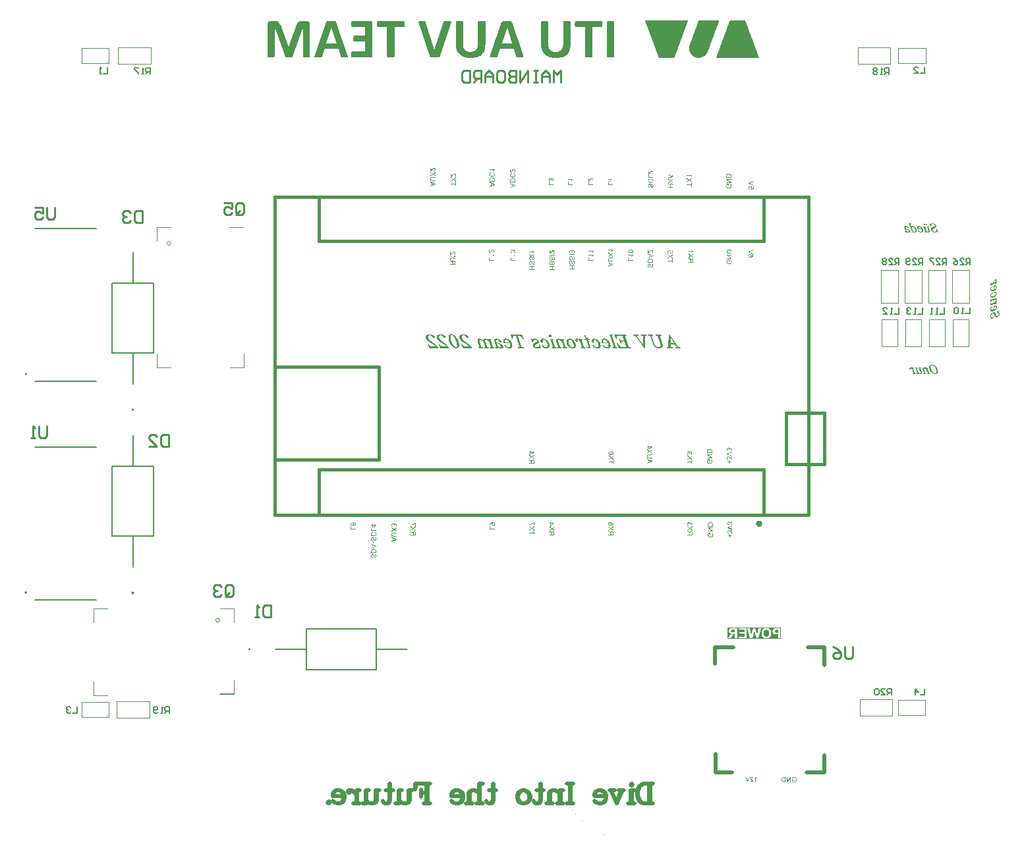
<source format=gbo>
G04*
G04 #@! TF.GenerationSoftware,Altium Limited,Altium Designer,21.4.1 (30)*
G04*
G04 Layer_Color=32896*
%FSLAX25Y25*%
%MOIN*%
G70*
G04*
G04 #@! TF.SameCoordinates,A47B8419-E6DC-47D0-8E32-9BAF03E0F130*
G04*
G04*
G04 #@! TF.FilePolarity,Positive*
G04*
G01*
G75*
%ADD11C,0.00000*%
%ADD12C,0.00787*%
%ADD14C,0.00197*%
%ADD16C,0.00472*%
%ADD17C,0.00500*%
%ADD20C,0.01000*%
%ADD72C,0.01968*%
%ADD127C,0.01575*%
G36*
X315350Y400989D02*
X315381D01*
Y400897D01*
X315411D01*
Y400836D01*
X315442D01*
Y400743D01*
X315473D01*
Y400651D01*
X315504D01*
Y400590D01*
X315534D01*
Y400498D01*
X315565D01*
Y400406D01*
X315596D01*
Y400313D01*
X315627D01*
Y400252D01*
X315657D01*
Y400160D01*
X315688D01*
Y400068D01*
X315719D01*
Y400006D01*
X315750D01*
Y399914D01*
X315780D01*
Y399822D01*
X315811D01*
Y399760D01*
X315842D01*
Y399668D01*
X315872D01*
Y399576D01*
X315903D01*
Y399484D01*
X315934D01*
Y399422D01*
X315965D01*
Y399330D01*
X315995D01*
Y399238D01*
X316026D01*
Y399177D01*
X316057D01*
Y399084D01*
X316087D01*
Y398992D01*
X316118D01*
Y398900D01*
X316149D01*
Y398839D01*
X316180D01*
Y398746D01*
X316210D01*
Y398654D01*
X316241D01*
Y398593D01*
X316272D01*
Y398501D01*
X316302D01*
Y398409D01*
X316333D01*
Y398347D01*
X316364D01*
Y398255D01*
X316395D01*
Y398163D01*
X316425D01*
Y398071D01*
X316456D01*
Y398009D01*
X316487D01*
Y397917D01*
X316517D01*
Y397825D01*
X316548D01*
Y397763D01*
X316579D01*
Y397671D01*
X316610D01*
Y397579D01*
X316640D01*
Y397517D01*
X316671D01*
Y397425D01*
X316702D01*
Y397333D01*
X316733D01*
Y397241D01*
X316763D01*
Y397180D01*
X316794D01*
Y397087D01*
X316825D01*
Y396995D01*
X316856D01*
Y396934D01*
X316886D01*
Y396842D01*
X316917D01*
Y396749D01*
X316948D01*
Y396688D01*
X316978D01*
Y396596D01*
X317009D01*
Y396504D01*
X317040D01*
Y396411D01*
X317071D01*
Y396350D01*
X317101D01*
Y396258D01*
X317132D01*
Y396166D01*
X317163D01*
Y396104D01*
X317194D01*
Y396012D01*
X317224D01*
Y395920D01*
X317255D01*
Y395828D01*
X317286D01*
Y395766D01*
X317316D01*
Y395674D01*
X317347D01*
Y395582D01*
X317378D01*
Y395520D01*
X317408D01*
Y395428D01*
X317439D01*
Y395336D01*
X317470D01*
Y395275D01*
X317501D01*
Y395182D01*
X317531D01*
Y395090D01*
X317562D01*
Y394998D01*
X317593D01*
Y394937D01*
X317624D01*
Y394845D01*
X317654D01*
Y394752D01*
X317685D01*
Y394691D01*
X317716D01*
Y394599D01*
X317746D01*
Y394507D01*
X317777D01*
Y394445D01*
X317808D01*
Y394353D01*
X317839D01*
Y394261D01*
X317869D01*
Y394169D01*
X317900D01*
Y394107D01*
X317931D01*
Y394015D01*
X317962D01*
Y393923D01*
X317992D01*
Y393861D01*
X318023D01*
Y393769D01*
X318054D01*
Y393677D01*
X318085D01*
Y393616D01*
X318115D01*
Y393523D01*
X318146D01*
Y393431D01*
X318177D01*
Y393339D01*
X318207D01*
Y393278D01*
X318238D01*
Y393185D01*
X318269D01*
Y393093D01*
X318300D01*
Y393032D01*
X318330D01*
Y392940D01*
X318361D01*
Y392847D01*
X318392D01*
Y392786D01*
X318422D01*
Y392694D01*
X318453D01*
Y392602D01*
X318484D01*
Y392510D01*
X318515D01*
Y392448D01*
X318545D01*
Y392356D01*
X318576D01*
Y392264D01*
X318607D01*
Y392202D01*
X318637D01*
Y392110D01*
X318668D01*
Y392018D01*
X318699D01*
Y391926D01*
X318730D01*
Y391864D01*
X318760D01*
Y391772D01*
X318791D01*
Y391680D01*
X318822D01*
Y391619D01*
X318852D01*
Y391526D01*
X318883D01*
Y391434D01*
X318914D01*
Y391373D01*
X318945D01*
Y391281D01*
X318975D01*
Y391188D01*
X319006D01*
Y391096D01*
X319037D01*
Y391035D01*
X319068D01*
Y390943D01*
X319098D01*
Y390850D01*
X319129D01*
Y390789D01*
X319160D01*
Y390697D01*
X319191D01*
Y390605D01*
X319221D01*
Y390543D01*
X319252D01*
Y390451D01*
X319283D01*
Y390359D01*
X319313D01*
Y390267D01*
X319344D01*
Y390205D01*
X319375D01*
Y390113D01*
X319406D01*
Y390021D01*
X319436D01*
Y389960D01*
X319467D01*
Y389867D01*
X319498D01*
Y389775D01*
X319529D01*
Y389714D01*
X319559D01*
Y389621D01*
X319590D01*
Y389529D01*
X319621D01*
Y389437D01*
X319651D01*
Y389376D01*
X319682D01*
Y389284D01*
X319713D01*
Y389191D01*
X319743D01*
Y389130D01*
X319774D01*
Y389038D01*
X319805D01*
Y388946D01*
X319836D01*
Y388853D01*
X319866D01*
Y388792D01*
X319897D01*
Y388700D01*
X319928D01*
Y388608D01*
X319959D01*
Y388546D01*
X319989D01*
Y388454D01*
X320020D01*
Y388362D01*
X320051D01*
Y388300D01*
X320081D01*
Y388208D01*
X320112D01*
Y388116D01*
X320143D01*
Y388024D01*
X320174D01*
Y387963D01*
X320204D01*
Y387870D01*
X320235D01*
Y387778D01*
X320266D01*
Y387717D01*
X320297D01*
Y387625D01*
X320327D01*
Y387532D01*
X320358D01*
Y387471D01*
X320389D01*
Y387379D01*
X320419D01*
Y387287D01*
X320450D01*
Y387194D01*
X320481D01*
Y387133D01*
X320512D01*
Y387041D01*
X320542D01*
Y386949D01*
X320573D01*
Y386887D01*
X320604D01*
Y386795D01*
X320635D01*
Y386703D01*
X320665D01*
Y386641D01*
X320696D01*
Y386549D01*
X320727D01*
Y386457D01*
X320757D01*
Y386365D01*
X320788D01*
Y386303D01*
X320819D01*
Y386211D01*
X320850D01*
Y386119D01*
X320880D01*
Y386058D01*
X320911D01*
Y385965D01*
X320942D01*
Y385873D01*
X320972D01*
Y385781D01*
X321003D01*
Y385720D01*
X321034D01*
Y385628D01*
X321065D01*
Y385535D01*
X321095D01*
Y385474D01*
X321126D01*
Y385382D01*
X321157D01*
Y385290D01*
X321187D01*
Y385228D01*
X321218D01*
Y385136D01*
X321249D01*
Y385044D01*
X321280D01*
Y384952D01*
X321310D01*
Y384890D01*
X321341D01*
Y384798D01*
X321372D01*
Y384706D01*
X321403D01*
Y384644D01*
X321433D01*
Y384552D01*
X321464D01*
Y384460D01*
X321495D01*
Y384399D01*
X321526D01*
Y384306D01*
X321556D01*
Y384214D01*
X321587D01*
Y384122D01*
X321618D01*
Y384061D01*
X321648D01*
Y383968D01*
X321679D01*
Y383876D01*
X321710D01*
Y383815D01*
X321741D01*
Y383723D01*
X321771D01*
Y383630D01*
X321802D01*
Y383569D01*
X321833D01*
Y383477D01*
X321864D01*
Y383385D01*
X321894D01*
Y383293D01*
X321925D01*
Y383231D01*
X321956D01*
Y383139D01*
X321986D01*
Y383047D01*
X322017D01*
Y382985D01*
X322048D01*
Y382893D01*
X322078D01*
Y382801D01*
X322109D01*
Y382739D01*
X322140D01*
Y382647D01*
X322171D01*
Y382555D01*
X322201D01*
Y382463D01*
X322232D01*
Y382401D01*
X322263D01*
Y382309D01*
X322294D01*
Y382217D01*
X300572D01*
Y382309D01*
X300603D01*
Y382401D01*
X300634D01*
Y382494D01*
X300664D01*
Y382555D01*
X300695D01*
Y382647D01*
X300726D01*
Y382709D01*
Y382739D01*
X300756D01*
Y382801D01*
X300787D01*
Y382893D01*
X300818D01*
Y382985D01*
X300849D01*
Y383077D01*
X300879D01*
Y383139D01*
X300910D01*
Y383231D01*
X300941D01*
Y383323D01*
X300972D01*
Y383385D01*
X301002D01*
Y383477D01*
X301033D01*
Y383569D01*
X301064D01*
Y383661D01*
X301094D01*
Y383723D01*
X301125D01*
Y383815D01*
X301156D01*
Y383907D01*
X301186D01*
Y383968D01*
X301217D01*
Y384061D01*
X301248D01*
Y384153D01*
X301279D01*
Y384245D01*
X301309D01*
Y384306D01*
X301340D01*
Y384399D01*
X301371D01*
Y384491D01*
X301402D01*
Y384552D01*
X301432D01*
Y384644D01*
X301463D01*
Y384736D01*
X301494D01*
Y384829D01*
X301524D01*
Y384890D01*
X301555D01*
Y384982D01*
X301586D01*
Y385074D01*
X301617D01*
Y385167D01*
X301647D01*
Y385228D01*
X301678D01*
Y385320D01*
X301709D01*
Y385412D01*
X301740D01*
Y385474D01*
X301770D01*
Y385566D01*
X301801D01*
Y385658D01*
X301832D01*
Y385750D01*
X301862D01*
Y385812D01*
X301893D01*
Y385904D01*
X301924D01*
Y385996D01*
X301955D01*
Y386058D01*
X301985D01*
Y386150D01*
X302016D01*
Y386242D01*
X302047D01*
Y386334D01*
X302078D01*
Y386396D01*
X302108D01*
Y386488D01*
X302139D01*
Y386580D01*
X302170D01*
Y386641D01*
X302200D01*
Y386734D01*
X302231D01*
Y386826D01*
X302262D01*
Y386918D01*
X302293D01*
Y386979D01*
X302323D01*
Y387071D01*
X302354D01*
Y387164D01*
X302385D01*
Y387225D01*
X302415D01*
Y387317D01*
X302446D01*
Y387409D01*
X302477D01*
Y387502D01*
X302508D01*
Y387563D01*
X302538D01*
Y387655D01*
X302569D01*
Y387747D01*
X302600D01*
Y387809D01*
X302630D01*
Y387901D01*
X302661D01*
Y387993D01*
X302692D01*
Y388085D01*
X302723D01*
Y388147D01*
X302753D01*
Y388239D01*
X302784D01*
Y388331D01*
X302815D01*
Y388393D01*
X302846D01*
Y388485D01*
X302876D01*
Y388577D01*
X302907D01*
Y388669D01*
X302938D01*
Y388731D01*
X302969D01*
Y388823D01*
X302999D01*
Y388915D01*
X303030D01*
Y388976D01*
X303061D01*
Y389069D01*
X303091D01*
Y389161D01*
X303122D01*
Y389253D01*
X303153D01*
Y389314D01*
X303184D01*
Y389406D01*
X303214D01*
Y389499D01*
X303245D01*
Y389560D01*
X303276D01*
Y389652D01*
X303307D01*
Y389744D01*
X303337D01*
Y389837D01*
X303368D01*
Y389898D01*
X303399D01*
Y389990D01*
X303429D01*
Y390082D01*
X303460D01*
Y390144D01*
X303491D01*
Y390236D01*
X303521D01*
Y390328D01*
X303552D01*
Y390420D01*
X303583D01*
Y390482D01*
X303614D01*
Y390574D01*
X303644D01*
Y390666D01*
X303675D01*
Y390728D01*
X303706D01*
Y390820D01*
X303737D01*
Y390912D01*
X303767D01*
Y391004D01*
X303798D01*
Y391066D01*
X303829D01*
Y391158D01*
X303859D01*
Y391250D01*
X303890D01*
Y391311D01*
X303921D01*
Y391404D01*
X303952D01*
Y391496D01*
X303982D01*
Y391588D01*
X304013D01*
Y391649D01*
X304044D01*
Y391741D01*
X304075D01*
Y391834D01*
X304105D01*
Y391895D01*
X304136D01*
Y391987D01*
X304167D01*
Y392079D01*
X304197D01*
Y392172D01*
X304228D01*
Y392233D01*
X304259D01*
Y392325D01*
X304290D01*
Y392417D01*
X304320D01*
Y392479D01*
X304351D01*
Y392571D01*
X304382D01*
Y392663D01*
X304413D01*
Y392755D01*
X304443D01*
Y392817D01*
X304474D01*
Y392909D01*
X304505D01*
Y393001D01*
X304535D01*
Y393063D01*
X304566D01*
Y393155D01*
X304597D01*
Y393247D01*
X304628D01*
Y393339D01*
X304658D01*
Y393401D01*
X304689D01*
Y393493D01*
X304720D01*
Y393585D01*
X304750D01*
Y393646D01*
X304781D01*
Y393739D01*
X304812D01*
Y393831D01*
X304843D01*
Y393923D01*
X304873D01*
Y393984D01*
X304904D01*
Y394076D01*
X304935D01*
Y394169D01*
X304965D01*
Y394261D01*
X304996D01*
Y394322D01*
X305027D01*
Y394414D01*
X305058D01*
Y394507D01*
X305088D01*
Y394568D01*
X305119D01*
Y394660D01*
X305150D01*
Y394752D01*
X305181D01*
Y394845D01*
X305211D01*
Y394906D01*
X305242D01*
Y394998D01*
X305273D01*
Y395090D01*
X305304D01*
Y395152D01*
X305334D01*
Y395244D01*
X305365D01*
Y395336D01*
X305396D01*
Y395428D01*
X305426D01*
Y395490D01*
X305457D01*
Y395582D01*
X305488D01*
Y395674D01*
X305519D01*
Y395736D01*
X305549D01*
Y395828D01*
X305580D01*
Y395920D01*
X305611D01*
Y396012D01*
X305641D01*
Y396074D01*
X305672D01*
Y396166D01*
X305703D01*
Y396258D01*
X305734D01*
Y396319D01*
X305764D01*
Y396411D01*
X305795D01*
Y396504D01*
X305826D01*
Y396596D01*
X305856D01*
Y396657D01*
X305887D01*
Y396749D01*
X305918D01*
Y396842D01*
X305949D01*
Y396903D01*
X305979D01*
Y396995D01*
X306010D01*
Y397087D01*
X306041D01*
Y397180D01*
X306072D01*
Y397241D01*
X306102D01*
Y397333D01*
X306133D01*
Y397425D01*
X306164D01*
Y397487D01*
X306194D01*
Y397579D01*
X306225D01*
Y397671D01*
X306256D01*
Y397763D01*
X306287D01*
Y397825D01*
X306317D01*
Y397917D01*
X306348D01*
Y398009D01*
X306379D01*
Y398071D01*
X306410D01*
Y398163D01*
X306440D01*
Y398255D01*
X306471D01*
Y398347D01*
X306502D01*
Y398409D01*
X306532D01*
Y398501D01*
X306563D01*
Y398593D01*
X306594D01*
Y398654D01*
X306625D01*
Y398746D01*
X306655D01*
Y398839D01*
X306686D01*
Y398931D01*
X306717D01*
Y398992D01*
X306748D01*
Y399084D01*
X306778D01*
Y399177D01*
X306809D01*
Y399238D01*
X306840D01*
Y399330D01*
X306870D01*
Y399422D01*
X306901D01*
Y399515D01*
X306932D01*
Y399576D01*
X306963D01*
Y399668D01*
X306993D01*
Y399760D01*
X307024D01*
Y399822D01*
X307055D01*
Y399914D01*
X307085D01*
Y400006D01*
X307116D01*
Y400098D01*
X307147D01*
Y400160D01*
X307178D01*
Y400252D01*
X307208D01*
Y400344D01*
X307239D01*
Y400406D01*
X307270D01*
Y400498D01*
X307300D01*
Y400590D01*
X307331D01*
Y400682D01*
X307362D01*
Y400743D01*
X307393D01*
Y400836D01*
X307423D01*
Y400928D01*
X307454D01*
Y400989D01*
X307485D01*
Y401081D01*
X315350D01*
Y400989D01*
D02*
G37*
G36*
X302108D02*
X302078D01*
Y400897D01*
X302047D01*
Y400836D01*
X302016D01*
Y400743D01*
X301985D01*
Y400651D01*
X301955D01*
Y400590D01*
X301924D01*
Y400498D01*
X301893D01*
Y400406D01*
X301862D01*
Y400313D01*
X301832D01*
Y400252D01*
X301801D01*
Y400160D01*
X301770D01*
Y400068D01*
X301740D01*
Y400006D01*
X301709D01*
Y399914D01*
X301678D01*
Y399822D01*
X301647D01*
Y399730D01*
X301617D01*
Y399668D01*
X301586D01*
Y399576D01*
X301555D01*
Y399484D01*
X301524D01*
Y399422D01*
X301494D01*
Y399330D01*
X301463D01*
Y399238D01*
X301432D01*
Y399146D01*
X301402D01*
Y399084D01*
X301371D01*
Y398992D01*
X301340D01*
Y398900D01*
X301309D01*
Y398839D01*
X301279D01*
Y398746D01*
X301248D01*
Y398654D01*
X301217D01*
Y398562D01*
X301186D01*
Y398501D01*
X301156D01*
Y398409D01*
X301125D01*
Y398316D01*
X301094D01*
Y398255D01*
X301064D01*
Y398163D01*
X301033D01*
Y398071D01*
X301002D01*
Y397978D01*
X300972D01*
Y397917D01*
X300941D01*
Y397825D01*
X300910D01*
Y397732D01*
X300879D01*
Y397671D01*
X300849D01*
Y397579D01*
X300818D01*
Y397487D01*
X300787D01*
Y397395D01*
X300756D01*
Y397333D01*
X300726D01*
Y397241D01*
X300695D01*
Y397149D01*
X300664D01*
Y397057D01*
X300634D01*
Y396995D01*
X300603D01*
Y396903D01*
X300572D01*
Y396811D01*
X300541D01*
Y396749D01*
X300511D01*
Y396657D01*
X300480D01*
Y396565D01*
X300449D01*
Y396473D01*
X300418D01*
Y396411D01*
X300388D01*
Y396319D01*
X300357D01*
Y396227D01*
X300326D01*
Y396166D01*
X300296D01*
Y396074D01*
X300265D01*
Y395981D01*
X300234D01*
Y395889D01*
X300203D01*
Y395828D01*
X300173D01*
Y395736D01*
X300142D01*
Y395643D01*
X300111D01*
Y395582D01*
X300080D01*
Y395490D01*
X300050D01*
Y395398D01*
X300019D01*
Y395305D01*
X299988D01*
Y395244D01*
X299958D01*
Y395152D01*
X299927D01*
Y395060D01*
X299896D01*
Y394998D01*
X299865D01*
Y394906D01*
X299835D01*
Y394814D01*
X299804D01*
Y394722D01*
X299773D01*
Y394660D01*
X299743D01*
Y394568D01*
X299712D01*
Y394476D01*
X299681D01*
Y394414D01*
X299650D01*
Y394322D01*
X299620D01*
Y394230D01*
X299589D01*
Y394138D01*
X299558D01*
Y394076D01*
X299527D01*
Y393984D01*
X299497D01*
Y393892D01*
X299466D01*
Y393831D01*
X299435D01*
Y393739D01*
X299405D01*
Y393646D01*
X299374D01*
Y393554D01*
X299343D01*
Y393493D01*
X299312D01*
Y393401D01*
X299282D01*
Y393308D01*
X299251D01*
Y393247D01*
X299220D01*
Y393155D01*
X299189D01*
Y393063D01*
X299159D01*
Y392970D01*
X299128D01*
Y392909D01*
X299097D01*
Y392817D01*
X299067D01*
Y392725D01*
X299036D01*
Y392663D01*
X299005D01*
Y392571D01*
X298974D01*
Y392479D01*
X298944D01*
Y392387D01*
X298913D01*
Y392325D01*
X298882D01*
Y392233D01*
X298851D01*
Y392141D01*
X298821D01*
Y392079D01*
X298790D01*
Y391987D01*
X298759D01*
Y391895D01*
X298729D01*
Y391803D01*
X298698D01*
Y391741D01*
X298667D01*
Y391649D01*
X298637D01*
Y391557D01*
X298606D01*
Y391496D01*
X298575D01*
Y391404D01*
X298544D01*
Y391311D01*
X298514D01*
Y391219D01*
X298483D01*
Y391158D01*
X298452D01*
Y391066D01*
X298421D01*
Y390973D01*
X298391D01*
Y390912D01*
X298360D01*
Y390820D01*
X298329D01*
Y390728D01*
X298299D01*
Y390635D01*
X298268D01*
Y390574D01*
X298237D01*
Y390482D01*
X298206D01*
Y390390D01*
X298176D01*
Y390328D01*
X298145D01*
Y390236D01*
X298114D01*
Y390144D01*
X298083D01*
Y390052D01*
X298053D01*
Y389990D01*
X298022D01*
Y389898D01*
X297991D01*
Y389806D01*
X297961D01*
Y389744D01*
X297930D01*
Y389652D01*
X297899D01*
Y389560D01*
X297868D01*
Y389468D01*
X297838D01*
Y389406D01*
X297807D01*
Y389314D01*
X297776D01*
Y389222D01*
X297745D01*
Y389161D01*
X297715D01*
Y389069D01*
X297684D01*
Y388976D01*
X297653D01*
Y388884D01*
X297623D01*
Y388823D01*
X297592D01*
Y388731D01*
X297561D01*
Y388638D01*
X297530D01*
Y388577D01*
X297500D01*
Y388485D01*
X297469D01*
Y388393D01*
X297438D01*
Y388300D01*
X297408D01*
Y388239D01*
X297377D01*
Y388147D01*
X297346D01*
Y388055D01*
X297315D01*
Y387963D01*
X297285D01*
Y387901D01*
X297254D01*
Y387809D01*
X297223D01*
Y387717D01*
X297193D01*
Y387655D01*
X297162D01*
Y387563D01*
X297131D01*
Y387471D01*
X297100D01*
Y387379D01*
X297070D01*
Y387317D01*
X297039D01*
Y387225D01*
X297008D01*
Y387133D01*
X296977D01*
Y387071D01*
X296947D01*
Y386979D01*
X296916D01*
Y386887D01*
X296885D01*
Y386795D01*
X296854D01*
Y386734D01*
X296824D01*
Y386641D01*
X296793D01*
Y386549D01*
X296762D01*
Y386488D01*
X296732D01*
Y386396D01*
X296701D01*
Y386303D01*
X296670D01*
Y386211D01*
X296639D01*
Y386150D01*
X296609D01*
Y386058D01*
X296578D01*
Y385965D01*
X296547D01*
Y385904D01*
X296517D01*
Y385812D01*
X296486D01*
Y385720D01*
X296455D01*
Y385628D01*
X296424D01*
Y385566D01*
X296394D01*
Y385474D01*
X296363D01*
Y385382D01*
X296332D01*
Y385320D01*
X296302D01*
Y385228D01*
X296271D01*
Y385167D01*
X296240D01*
Y385074D01*
X296209D01*
Y385013D01*
X296179D01*
Y384952D01*
X296148D01*
Y384890D01*
X296117D01*
Y384829D01*
X296086D01*
Y384767D01*
X296056D01*
Y384706D01*
X296025D01*
Y384675D01*
X295994D01*
Y384614D01*
X295964D01*
Y384552D01*
X295933D01*
Y384521D01*
X295902D01*
Y384460D01*
X295871D01*
Y384399D01*
X295841D01*
Y384368D01*
X295810D01*
Y384337D01*
X295779D01*
Y384276D01*
X295748D01*
Y384245D01*
X295718D01*
Y384184D01*
X295687D01*
Y384153D01*
X295656D01*
Y384122D01*
X295626D01*
Y384061D01*
X295595D01*
Y384030D01*
X295564D01*
Y383999D01*
X295533D01*
Y383968D01*
X295503D01*
Y383907D01*
X295472D01*
Y383876D01*
X295441D01*
Y383845D01*
X295410D01*
Y383815D01*
X295380D01*
Y383784D01*
X295349D01*
Y383753D01*
X295318D01*
Y383723D01*
X295288D01*
Y383692D01*
X295257D01*
Y383661D01*
X295226D01*
Y383630D01*
X295195D01*
Y383600D01*
X295165D01*
Y383569D01*
X295134D01*
Y383538D01*
X295103D01*
Y383508D01*
X295073D01*
Y383477D01*
X295042D01*
Y383446D01*
X295011D01*
Y383415D01*
X294950D01*
Y383385D01*
X294919D01*
Y383354D01*
X294888D01*
Y383323D01*
X294858D01*
Y383293D01*
X294827D01*
Y383262D01*
X294765D01*
Y383231D01*
X294735D01*
Y383200D01*
X294704D01*
Y383170D01*
X294642D01*
Y383139D01*
X294612D01*
Y383108D01*
X294550D01*
Y383077D01*
X294519D01*
Y383047D01*
X294458D01*
Y383016D01*
X294427D01*
Y382985D01*
X294366D01*
Y382955D01*
X294335D01*
Y382924D01*
X294274D01*
Y382893D01*
X294212D01*
Y382862D01*
X294182D01*
Y382832D01*
X294120D01*
Y382801D01*
X294059D01*
Y382770D01*
X293997D01*
Y382739D01*
X293936D01*
Y382709D01*
X293874D01*
Y382678D01*
X293813D01*
Y382647D01*
X293721D01*
Y382617D01*
X293659D01*
Y382586D01*
X293598D01*
Y382555D01*
X293506D01*
Y382524D01*
X293413D01*
Y382494D01*
X293321D01*
Y382463D01*
X293229D01*
Y382432D01*
X293137D01*
Y382401D01*
X293014D01*
Y382371D01*
X292891D01*
Y382340D01*
X292738D01*
Y382309D01*
X292584D01*
Y382279D01*
X292369D01*
Y382248D01*
X292000D01*
Y382217D01*
X291539D01*
Y382248D01*
X291171D01*
Y382279D01*
X290956D01*
Y382309D01*
X290802D01*
Y382340D01*
X290648D01*
Y382371D01*
X290526D01*
Y382401D01*
X290403D01*
Y382432D01*
X290310D01*
Y382463D01*
X290218D01*
Y382494D01*
X290126D01*
Y382524D01*
X290034D01*
Y382555D01*
X289942D01*
Y382586D01*
X289880D01*
Y382617D01*
X289819D01*
Y382647D01*
X289727D01*
Y382678D01*
X289665D01*
Y382709D01*
X289604D01*
Y382739D01*
X289542D01*
Y382770D01*
X289481D01*
Y382801D01*
X289419D01*
Y382832D01*
X289358D01*
Y382862D01*
X289327D01*
Y382893D01*
X289266D01*
Y382924D01*
X289204D01*
Y382955D01*
X289174D01*
Y382985D01*
X289112D01*
Y383016D01*
X289082D01*
Y383047D01*
X289020D01*
Y383077D01*
X288989D01*
Y383108D01*
X288928D01*
Y383139D01*
X288897D01*
Y383170D01*
X288866D01*
Y383200D01*
X288805D01*
Y383231D01*
X288774D01*
Y383262D01*
X288743D01*
Y383293D01*
X288682D01*
Y383323D01*
X288651D01*
Y383354D01*
X288621D01*
Y383385D01*
X288590D01*
Y383415D01*
X288559D01*
Y383446D01*
X288528D01*
Y383477D01*
X288498D01*
Y383508D01*
X288436D01*
Y383538D01*
X288406D01*
Y383569D01*
X288375D01*
Y383600D01*
X288344D01*
Y383630D01*
X288313D01*
Y383661D01*
X288283D01*
Y383692D01*
X288252D01*
Y383753D01*
X288221D01*
Y383784D01*
X288191D01*
Y383815D01*
X288160D01*
Y383845D01*
X288129D01*
Y383876D01*
X288098D01*
Y383907D01*
X288068D01*
Y383938D01*
X288037D01*
Y383999D01*
X288006D01*
Y384030D01*
X287975D01*
Y384061D01*
X287945D01*
Y384091D01*
X287914D01*
Y384153D01*
X287883D01*
Y384184D01*
X287853D01*
Y384214D01*
X287822D01*
Y384276D01*
X287791D01*
Y384306D01*
X287760D01*
Y384368D01*
X287730D01*
Y384399D01*
X287699D01*
Y384460D01*
X287668D01*
Y384491D01*
X287637D01*
Y384552D01*
X287607D01*
Y384614D01*
X287576D01*
Y384644D01*
X287545D01*
Y384706D01*
X287515D01*
Y384767D01*
X287484D01*
Y384829D01*
X287453D01*
Y384890D01*
X287422D01*
Y384952D01*
X287392D01*
Y385013D01*
X287361D01*
Y385074D01*
X287330D01*
Y385136D01*
X287299D01*
Y385197D01*
X287269D01*
Y385290D01*
X287238D01*
Y385351D01*
X287207D01*
Y385443D01*
X287177D01*
Y385535D01*
X287146D01*
Y385628D01*
X287115D01*
Y385720D01*
X287085D01*
Y385843D01*
X287054D01*
Y385965D01*
X287023D01*
Y386119D01*
X286992D01*
Y386273D01*
X286962D01*
Y386488D01*
X286931D01*
Y386795D01*
X286900D01*
Y387348D01*
X286931D01*
Y387686D01*
X286962D01*
Y387901D01*
X286992D01*
Y388055D01*
X287023D01*
Y388208D01*
X287054D01*
Y388331D01*
X287085D01*
Y388423D01*
X287115D01*
Y388546D01*
X287146D01*
Y388638D01*
X287177D01*
Y388731D01*
X287207D01*
Y388823D01*
X287238D01*
Y388884D01*
X287269D01*
Y388976D01*
X287299D01*
Y389069D01*
X287330D01*
Y389161D01*
X287361D01*
Y389222D01*
X287392D01*
Y389314D01*
X287422D01*
Y389406D01*
X287453D01*
Y389468D01*
X287484D01*
Y389560D01*
X287515D01*
Y389652D01*
X287545D01*
Y389744D01*
X287576D01*
Y389806D01*
X287607D01*
Y389898D01*
X287637D01*
Y389990D01*
X287668D01*
Y390052D01*
X287699D01*
Y390144D01*
X287730D01*
Y390236D01*
X287760D01*
Y390328D01*
X287791D01*
Y390390D01*
X287822D01*
Y390482D01*
X287853D01*
Y390574D01*
X287883D01*
Y390635D01*
X287914D01*
Y390728D01*
X287945D01*
Y390820D01*
X287975D01*
Y390912D01*
X288006D01*
Y390973D01*
X288037D01*
Y391066D01*
X288068D01*
Y391158D01*
X288098D01*
Y391219D01*
X288129D01*
Y391311D01*
X288160D01*
Y391404D01*
X288191D01*
Y391496D01*
X288221D01*
Y391557D01*
X288252D01*
Y391649D01*
X288283D01*
Y391741D01*
X288313D01*
Y391803D01*
X288344D01*
Y391895D01*
X288375D01*
Y391987D01*
X288406D01*
Y392079D01*
X288436D01*
Y392141D01*
X288467D01*
Y392233D01*
X288498D01*
Y392325D01*
X288528D01*
Y392387D01*
X288559D01*
Y392479D01*
X288590D01*
Y392571D01*
X288621D01*
Y392663D01*
X288651D01*
Y392725D01*
X288682D01*
Y392817D01*
X288713D01*
Y392909D01*
X288743D01*
Y392970D01*
X288774D01*
Y393063D01*
X288805D01*
Y393155D01*
X288836D01*
Y393247D01*
X288866D01*
Y393308D01*
X288897D01*
Y393401D01*
X288928D01*
Y393493D01*
X288959D01*
Y393554D01*
X288989D01*
Y393646D01*
X289020D01*
Y393739D01*
X289051D01*
Y393831D01*
X289082D01*
Y393892D01*
X289112D01*
Y393984D01*
X289143D01*
Y394076D01*
X289174D01*
Y394138D01*
X289204D01*
Y394230D01*
X289235D01*
Y394322D01*
X289266D01*
Y394414D01*
X289297D01*
Y394476D01*
X289327D01*
Y394568D01*
X289358D01*
Y394660D01*
X289389D01*
Y394722D01*
X289419D01*
Y394814D01*
X289450D01*
Y394906D01*
X289481D01*
Y394998D01*
X289512D01*
Y395060D01*
X289542D01*
Y395152D01*
X289573D01*
Y395244D01*
X289604D01*
Y395305D01*
X289634D01*
Y395398D01*
X289665D01*
Y395490D01*
X289696D01*
Y395582D01*
X289727D01*
Y395643D01*
X289757D01*
Y395736D01*
X289788D01*
Y395828D01*
X289819D01*
Y395889D01*
X289850D01*
Y395981D01*
X289880D01*
Y396074D01*
X289911D01*
Y396166D01*
X289942D01*
Y396227D01*
X289972D01*
Y396319D01*
X290003D01*
Y396411D01*
X290034D01*
Y396473D01*
X290065D01*
Y396565D01*
X290095D01*
Y396657D01*
X290126D01*
Y396749D01*
X290157D01*
Y396811D01*
X290188D01*
Y396903D01*
X290218D01*
Y396995D01*
X290249D01*
Y397057D01*
X290280D01*
Y397149D01*
X290310D01*
Y397241D01*
X290341D01*
Y397333D01*
X290372D01*
Y397395D01*
X290403D01*
Y397487D01*
X290433D01*
Y397579D01*
X290464D01*
Y397640D01*
X290495D01*
Y397732D01*
X290526D01*
Y397825D01*
X290556D01*
Y397917D01*
X290587D01*
Y397978D01*
X290618D01*
Y398071D01*
X290648D01*
Y398163D01*
X290679D01*
Y398255D01*
X290710D01*
Y398316D01*
X290740D01*
Y398409D01*
X290771D01*
Y398501D01*
X290802D01*
Y398562D01*
X290833D01*
Y398654D01*
X290863D01*
Y398746D01*
X290894D01*
Y398839D01*
X290925D01*
Y398900D01*
X290956D01*
Y398992D01*
X290986D01*
Y399084D01*
X291017D01*
Y399146D01*
X291048D01*
Y399238D01*
X291078D01*
Y399330D01*
X291109D01*
Y399422D01*
X291140D01*
Y399484D01*
X291171D01*
Y399576D01*
X291201D01*
Y399668D01*
X291232D01*
Y399730D01*
X291263D01*
Y399822D01*
X291294D01*
Y399914D01*
X291324D01*
Y400006D01*
X291355D01*
Y400068D01*
X291386D01*
Y400160D01*
X291416D01*
Y400252D01*
X291447D01*
Y400313D01*
X291478D01*
Y400406D01*
X291509D01*
Y400498D01*
X291539D01*
Y400590D01*
X291570D01*
Y400651D01*
X291601D01*
Y400743D01*
X291632D01*
Y400836D01*
X291662D01*
Y400897D01*
X291693D01*
Y400989D01*
X291724D01*
Y401081D01*
X302108D01*
Y400989D01*
D02*
G37*
G36*
X286347D02*
X286316D01*
Y400897D01*
X286286D01*
Y400805D01*
X286255D01*
Y400743D01*
X286224D01*
Y400651D01*
X286193D01*
Y400559D01*
X286163D01*
Y400467D01*
X286132D01*
Y400406D01*
X286101D01*
Y400313D01*
X286071D01*
Y400221D01*
X286040D01*
Y400160D01*
X286009D01*
Y400068D01*
X285978D01*
Y399975D01*
X285948D01*
Y399883D01*
X285917D01*
Y399822D01*
X285886D01*
Y399730D01*
X285856D01*
Y399637D01*
X285825D01*
Y399576D01*
X285794D01*
Y399484D01*
X285763D01*
Y399392D01*
X285733D01*
Y399299D01*
X285702D01*
Y399238D01*
X285671D01*
Y399146D01*
X285640D01*
Y399054D01*
X285610D01*
Y398992D01*
X285579D01*
Y398900D01*
X285548D01*
Y398808D01*
X285518D01*
Y398716D01*
X285487D01*
Y398654D01*
X285456D01*
Y398562D01*
X285425D01*
Y398470D01*
X285395D01*
Y398409D01*
X285364D01*
Y398316D01*
X285333D01*
Y398224D01*
X285302D01*
Y398132D01*
X285272D01*
Y398071D01*
X285241D01*
Y397978D01*
X285210D01*
Y397886D01*
X285180D01*
Y397825D01*
X285149D01*
Y397732D01*
X285118D01*
Y397640D01*
X285087D01*
Y397548D01*
X285057D01*
Y397487D01*
X285026D01*
Y397395D01*
X284995D01*
Y397302D01*
X284964D01*
Y397241D01*
X284934D01*
Y397149D01*
X284903D01*
Y397057D01*
X284872D01*
Y396964D01*
X284842D01*
Y396903D01*
X284811D01*
Y396811D01*
X284780D01*
Y396719D01*
X284750D01*
Y396657D01*
X284719D01*
Y396565D01*
X284688D01*
Y396473D01*
X284657D01*
Y396381D01*
X284627D01*
Y396319D01*
X284596D01*
Y396227D01*
X284565D01*
Y396135D01*
X284534D01*
Y396074D01*
X284504D01*
Y395981D01*
X284473D01*
Y395889D01*
X284442D01*
Y395797D01*
X284412D01*
Y395736D01*
X284381D01*
Y395643D01*
X284350D01*
Y395551D01*
X284319D01*
Y395490D01*
X284289D01*
Y395398D01*
X284258D01*
Y395305D01*
X284227D01*
Y395213D01*
X284196D01*
Y395152D01*
X284166D01*
Y395060D01*
X284135D01*
Y394967D01*
X284104D01*
Y394906D01*
X284073D01*
Y394814D01*
X284043D01*
Y394722D01*
X284012D01*
Y394630D01*
X283981D01*
Y394568D01*
X283951D01*
Y394476D01*
X283920D01*
Y394384D01*
X283889D01*
Y394322D01*
X283858D01*
Y394230D01*
X283828D01*
Y394138D01*
X283797D01*
Y394046D01*
X283766D01*
Y393984D01*
X283736D01*
Y393892D01*
X283705D01*
Y393800D01*
X283674D01*
Y393739D01*
X283643D01*
Y393646D01*
X283613D01*
Y393554D01*
X283582D01*
Y393462D01*
X283551D01*
Y393401D01*
X283521D01*
Y393308D01*
X283490D01*
Y393216D01*
X283459D01*
Y393124D01*
X283428D01*
Y393063D01*
X283398D01*
Y392970D01*
X283367D01*
Y392878D01*
X283336D01*
Y392817D01*
X283306D01*
Y392725D01*
X283275D01*
Y392632D01*
X283244D01*
Y392540D01*
X283213D01*
Y392479D01*
X283183D01*
Y392387D01*
X283152D01*
Y392295D01*
X283121D01*
Y392233D01*
X283090D01*
Y392141D01*
X283060D01*
Y392049D01*
X283029D01*
Y391956D01*
X282998D01*
Y391895D01*
X282967D01*
Y391803D01*
X282937D01*
Y391711D01*
X282906D01*
Y391649D01*
X282875D01*
Y391557D01*
X282845D01*
Y391465D01*
X282814D01*
Y391373D01*
X282783D01*
Y391311D01*
X282752D01*
Y391219D01*
X282722D01*
Y391127D01*
X282691D01*
Y391066D01*
X282660D01*
Y390973D01*
X282629D01*
Y390881D01*
X282599D01*
Y390789D01*
X282568D01*
Y390728D01*
X282537D01*
Y390635D01*
X282507D01*
Y390543D01*
X282476D01*
Y390482D01*
X282445D01*
Y390390D01*
X282415D01*
Y390298D01*
X282384D01*
Y390205D01*
X282353D01*
Y390144D01*
X282322D01*
Y390052D01*
X282292D01*
Y389960D01*
X282261D01*
Y389898D01*
X282230D01*
Y389806D01*
X282199D01*
Y389714D01*
X282169D01*
Y389621D01*
X282138D01*
Y389560D01*
X282107D01*
Y389468D01*
X282077D01*
Y389376D01*
X282046D01*
Y389314D01*
X282015D01*
Y389222D01*
X281984D01*
Y389130D01*
X281954D01*
Y389038D01*
X281923D01*
Y388976D01*
X281892D01*
Y388884D01*
X281861D01*
Y388792D01*
X281831D01*
Y388731D01*
X281800D01*
Y388638D01*
X281769D01*
Y388546D01*
X281739D01*
Y388454D01*
X281708D01*
Y388393D01*
X281677D01*
Y388300D01*
X281646D01*
Y388208D01*
X281616D01*
Y388147D01*
X281585D01*
Y388055D01*
X281554D01*
Y387963D01*
X281523D01*
Y387870D01*
X281493D01*
Y387809D01*
X281462D01*
Y387717D01*
X281431D01*
Y387625D01*
X281401D01*
Y387563D01*
X281370D01*
Y387471D01*
X281339D01*
Y387379D01*
X281308D01*
Y387287D01*
X281278D01*
Y387225D01*
X281247D01*
Y387133D01*
X281216D01*
Y387041D01*
X281186D01*
Y386979D01*
X281155D01*
Y386887D01*
X281124D01*
Y386795D01*
X281093D01*
Y386703D01*
X281063D01*
Y386641D01*
X281032D01*
Y386549D01*
X281001D01*
Y386457D01*
X280971D01*
Y386396D01*
X280940D01*
Y386303D01*
X280909D01*
Y386211D01*
X280878D01*
Y386119D01*
X280848D01*
Y386058D01*
X280817D01*
Y385965D01*
X280786D01*
Y385873D01*
X280755D01*
Y385812D01*
X280725D01*
Y385720D01*
X280694D01*
Y385628D01*
X280663D01*
Y385535D01*
X280632D01*
Y385474D01*
X280602D01*
Y385382D01*
X280571D01*
Y385290D01*
X280540D01*
Y385228D01*
X280510D01*
Y385136D01*
X280479D01*
Y385044D01*
X280448D01*
Y384952D01*
X280417D01*
Y384890D01*
X280387D01*
Y384798D01*
X280356D01*
Y384706D01*
X280325D01*
Y384644D01*
X280294D01*
Y384552D01*
X280264D01*
Y384460D01*
X280233D01*
Y384368D01*
X280202D01*
Y384306D01*
X280172D01*
Y384214D01*
X280141D01*
Y384122D01*
X280110D01*
Y384061D01*
X280080D01*
Y383968D01*
X280049D01*
Y383876D01*
X280018D01*
Y383784D01*
X279987D01*
Y383723D01*
X279957D01*
Y383630D01*
X279926D01*
Y383538D01*
X279895D01*
Y383446D01*
X279864D01*
Y383385D01*
X279834D01*
Y383293D01*
X279803D01*
Y383200D01*
X279772D01*
Y383139D01*
X279742D01*
Y383047D01*
X279711D01*
Y382955D01*
X279680D01*
Y382862D01*
X279649D01*
Y382801D01*
X279619D01*
Y382709D01*
X279588D01*
Y382617D01*
X279557D01*
Y382555D01*
X279526D01*
Y382463D01*
X279496D01*
Y382371D01*
X279465D01*
Y382279D01*
X279434D01*
Y382217D01*
X271600D01*
Y382279D01*
X271569D01*
Y382340D01*
X271538D01*
Y382432D01*
X271508D01*
Y382524D01*
X271477D01*
Y382617D01*
X271446D01*
Y382678D01*
X271415D01*
Y382770D01*
X271385D01*
Y382862D01*
X271354D01*
Y382924D01*
X271323D01*
Y383016D01*
X271293D01*
Y383108D01*
X271262D01*
Y383200D01*
X271231D01*
Y383262D01*
X271200D01*
Y383354D01*
X271170D01*
Y383446D01*
X271139D01*
Y383508D01*
X271108D01*
Y383600D01*
X271077D01*
Y383692D01*
X271047D01*
Y383753D01*
X271016D01*
Y383845D01*
X270985D01*
Y383938D01*
X270955D01*
Y384030D01*
X270924D01*
Y384091D01*
X270893D01*
Y384184D01*
X270862D01*
Y384276D01*
X270832D01*
Y384337D01*
X270801D01*
Y384429D01*
X270770D01*
Y384521D01*
X270740D01*
Y384583D01*
X270709D01*
Y384675D01*
X270678D01*
Y384767D01*
X270647D01*
Y384859D01*
X270617D01*
Y384921D01*
X270586D01*
Y385013D01*
X270555D01*
Y385105D01*
X270525D01*
Y385167D01*
X270494D01*
Y385259D01*
X270463D01*
Y385351D01*
X270432D01*
Y385412D01*
X270402D01*
Y385505D01*
X270371D01*
Y385597D01*
X270340D01*
Y385689D01*
X270309D01*
Y385750D01*
X270279D01*
Y385843D01*
X270248D01*
Y385935D01*
X270217D01*
Y385996D01*
X270186D01*
Y386088D01*
X270156D01*
Y386180D01*
X270125D01*
Y386273D01*
X270094D01*
Y386334D01*
X270064D01*
Y386426D01*
X270033D01*
Y386519D01*
X270002D01*
Y386580D01*
X269971D01*
Y386672D01*
X269941D01*
Y386764D01*
X269910D01*
Y386826D01*
X269879D01*
Y386918D01*
X269849D01*
Y387010D01*
X269818D01*
Y387102D01*
X269787D01*
Y387164D01*
X269756D01*
Y387256D01*
X269726D01*
Y387348D01*
X269695D01*
Y387409D01*
X269664D01*
Y387502D01*
X269634D01*
Y387594D01*
X269603D01*
Y387655D01*
X269572D01*
Y387747D01*
X269541D01*
Y387840D01*
X269511D01*
Y387932D01*
X269480D01*
Y387993D01*
X269449D01*
Y388085D01*
X269418D01*
Y388177D01*
X269388D01*
Y388239D01*
X269357D01*
Y388331D01*
X269326D01*
Y388423D01*
X269296D01*
Y388485D01*
X269265D01*
Y388577D01*
X269234D01*
Y388669D01*
X269203D01*
Y388761D01*
X269173D01*
Y388823D01*
X269142D01*
Y388915D01*
X269111D01*
Y389007D01*
X269080D01*
Y389069D01*
X269050D01*
Y389161D01*
X269019D01*
Y389253D01*
X268988D01*
Y389345D01*
X268958D01*
Y389406D01*
X268927D01*
Y389499D01*
X268896D01*
Y389591D01*
X268865D01*
Y389652D01*
X268835D01*
Y389744D01*
X268804D01*
Y389837D01*
X268773D01*
Y389898D01*
X268742D01*
Y389990D01*
X268712D01*
Y390082D01*
X268681D01*
Y390175D01*
X268650D01*
Y390236D01*
X268620D01*
Y390328D01*
X268589D01*
Y390420D01*
X268558D01*
Y390482D01*
X268528D01*
Y390574D01*
X268497D01*
Y390666D01*
X268466D01*
Y390728D01*
X268435D01*
Y390820D01*
X268405D01*
Y390850D01*
Y390912D01*
X268374D01*
Y391004D01*
X268343D01*
Y391066D01*
X268312D01*
Y391158D01*
X268282D01*
Y391250D01*
X268251D01*
Y391311D01*
X268220D01*
Y391404D01*
X268190D01*
Y391496D01*
X268159D01*
Y391557D01*
X268128D01*
Y391649D01*
X268097D01*
Y391741D01*
X268067D01*
Y391834D01*
X268036D01*
Y391895D01*
X268005D01*
Y391987D01*
X267974D01*
Y392079D01*
X267944D01*
Y392141D01*
X267913D01*
Y392233D01*
X267882D01*
Y392325D01*
X267851D01*
Y392387D01*
X267821D01*
Y392479D01*
X267790D01*
Y392571D01*
X267759D01*
Y392663D01*
X267729D01*
Y392725D01*
X267698D01*
Y392817D01*
X267667D01*
Y392909D01*
X267636D01*
Y392970D01*
X267606D01*
Y393063D01*
X267575D01*
Y393155D01*
X267544D01*
Y393247D01*
X267514D01*
Y393308D01*
X267483D01*
Y393401D01*
X267452D01*
Y393493D01*
X267421D01*
Y393554D01*
X267391D01*
Y393646D01*
X267360D01*
Y393739D01*
X267329D01*
Y393800D01*
X267299D01*
Y393892D01*
X267268D01*
Y393984D01*
X267237D01*
Y394076D01*
X267206D01*
Y394138D01*
X267176D01*
Y394230D01*
X267145D01*
Y394322D01*
X267114D01*
Y394384D01*
X267083D01*
Y394476D01*
X267053D01*
Y394568D01*
X267022D01*
Y394630D01*
X266991D01*
Y394722D01*
X266961D01*
Y394814D01*
X266930D01*
Y394906D01*
X266899D01*
Y394967D01*
X266868D01*
Y395060D01*
X266838D01*
Y395152D01*
X266807D01*
Y395213D01*
X266776D01*
Y395305D01*
X266745D01*
Y395398D01*
X266715D01*
Y395459D01*
X266684D01*
Y395551D01*
X266653D01*
Y395643D01*
X266623D01*
Y395736D01*
X266592D01*
Y395797D01*
X266561D01*
Y395889D01*
X266530D01*
Y395981D01*
X266500D01*
Y396043D01*
X266469D01*
Y396135D01*
X266438D01*
Y396227D01*
X266407D01*
Y396319D01*
X266377D01*
Y396381D01*
X266346D01*
Y396473D01*
X266315D01*
Y396565D01*
X266285D01*
Y396626D01*
X266254D01*
Y396719D01*
X266223D01*
Y396811D01*
X266193D01*
Y396872D01*
X266162D01*
Y396964D01*
X266131D01*
Y397057D01*
X266100D01*
Y397149D01*
X266070D01*
Y397210D01*
X266039D01*
Y397302D01*
X266008D01*
Y397395D01*
X265977D01*
Y397456D01*
X265947D01*
Y397548D01*
X265916D01*
Y397640D01*
X265885D01*
Y397702D01*
X265855D01*
Y397794D01*
X265824D01*
Y397886D01*
X265793D01*
Y397978D01*
X265762D01*
Y398040D01*
X265732D01*
Y398132D01*
X265701D01*
Y398224D01*
X265670D01*
Y398286D01*
X265639D01*
Y398378D01*
X265609D01*
Y398470D01*
X265578D01*
Y398531D01*
X265547D01*
Y398623D01*
X265516D01*
Y398716D01*
X265486D01*
Y398808D01*
X265455D01*
Y398869D01*
X265424D01*
Y398961D01*
X265394D01*
Y399054D01*
X265363D01*
Y399115D01*
X265332D01*
Y399207D01*
X265301D01*
Y399299D01*
X265271D01*
Y399392D01*
X265240D01*
Y399453D01*
X265209D01*
Y399545D01*
X265179D01*
Y399637D01*
X265148D01*
Y399699D01*
X265117D01*
Y399791D01*
X265086D01*
Y399883D01*
X265056D01*
Y399945D01*
X265025D01*
Y400037D01*
X264994D01*
Y400129D01*
X264964D01*
Y400221D01*
X264933D01*
Y400283D01*
X264902D01*
Y400375D01*
X264871D01*
Y400467D01*
X264841D01*
Y400528D01*
X264810D01*
Y400621D01*
X264779D01*
Y400713D01*
X264749D01*
Y400774D01*
X264718D01*
Y400866D01*
X264687D01*
Y400958D01*
X264656D01*
Y401051D01*
X264626D01*
Y401081D01*
X286347D01*
Y400989D01*
D02*
G37*
G36*
X226419Y10702D02*
X226384D01*
Y10736D01*
X226419D01*
Y10702D01*
D02*
G37*
G36*
X228575Y9608D02*
X228541D01*
Y9642D01*
X228575D01*
Y9608D01*
D02*
G37*
G36*
X228644Y9437D02*
X228610D01*
Y9471D01*
X228644D01*
Y9437D01*
D02*
G37*
G36*
X228712Y9266D02*
X228678D01*
Y9300D01*
X228712D01*
Y9266D01*
D02*
G37*
G36*
X226727Y9230D02*
X226693D01*
Y9264D01*
X226727D01*
Y9230D01*
D02*
G37*
G36*
X228781Y9095D02*
X228747D01*
Y9129D01*
X228781D01*
Y9095D01*
D02*
G37*
G36*
X228815Y9026D02*
X228781D01*
Y9060D01*
X228815D01*
Y9026D01*
D02*
G37*
G36*
X228883Y8855D02*
X228849D01*
Y8889D01*
X228883D01*
Y8855D01*
D02*
G37*
G36*
X226864Y8648D02*
X226830D01*
Y8682D01*
X226864D01*
Y8648D01*
D02*
G37*
G36*
X228986Y8615D02*
X228952D01*
Y8650D01*
X228986D01*
Y8615D01*
D02*
G37*
G36*
X229020Y8547D02*
X228986D01*
Y8581D01*
X229020D01*
Y8547D01*
D02*
G37*
G36*
X226898Y8511D02*
X226864D01*
Y8546D01*
X226898D01*
Y8511D01*
D02*
G37*
G36*
X229089Y8376D02*
X229055D01*
Y8410D01*
X229089D01*
Y8376D01*
D02*
G37*
G36*
X226932Y8375D02*
X226898D01*
Y8409D01*
X226932D01*
Y8375D01*
D02*
G37*
G36*
X229123Y8307D02*
X229089D01*
Y8342D01*
X229123D01*
Y8307D01*
D02*
G37*
G36*
X226966Y8237D02*
X226932D01*
Y8272D01*
X226966D01*
Y8237D01*
D02*
G37*
G36*
X229226Y8068D02*
X229191D01*
Y8102D01*
X229226D01*
Y8068D01*
D02*
G37*
G36*
X229260Y7999D02*
X229226D01*
Y8033D01*
X229260D01*
Y7999D01*
D02*
G37*
G36*
X227103Y7724D02*
X227069D01*
Y7758D01*
X227103D01*
Y7724D01*
D02*
G37*
G36*
X229397Y7691D02*
X229363D01*
Y7725D01*
X229397D01*
Y7691D01*
D02*
G37*
G36*
X229431Y7623D02*
X229397D01*
Y7657D01*
X229431D01*
Y7623D01*
D02*
G37*
G36*
X227138Y7587D02*
X227103D01*
Y7621D01*
X227138D01*
Y7587D01*
D02*
G37*
G36*
X229465Y7554D02*
X229431D01*
Y7588D01*
X229465D01*
Y7554D01*
D02*
G37*
G36*
X227206Y7348D02*
X227172D01*
Y7382D01*
X227206D01*
Y7348D01*
D02*
G37*
G36*
X229637Y7178D02*
X229602D01*
Y7212D01*
X229637D01*
Y7178D01*
D02*
G37*
G36*
X229671Y7109D02*
X229637D01*
Y7143D01*
X229671D01*
Y7109D01*
D02*
G37*
G36*
X227274Y7108D02*
X227240D01*
Y7142D01*
X227274D01*
Y7108D01*
D02*
G37*
G36*
X229705Y7041D02*
X229671D01*
Y7075D01*
X229705D01*
Y7041D01*
D02*
G37*
G36*
X229739Y6972D02*
X229705D01*
Y7006D01*
X229739D01*
Y6972D01*
D02*
G37*
G36*
X229773Y6904D02*
X229739D01*
Y6938D01*
X229773D01*
Y6904D01*
D02*
G37*
G36*
X227343Y6868D02*
X227309D01*
Y6903D01*
X227343D01*
Y6868D01*
D02*
G37*
G36*
X229808Y6835D02*
X229773D01*
Y6870D01*
X229808D01*
Y6835D01*
D02*
G37*
G36*
X229842Y6767D02*
X229808D01*
Y6801D01*
X229842D01*
Y6767D01*
D02*
G37*
G36*
X229876Y6698D02*
X229842D01*
Y6733D01*
X229876D01*
Y6698D01*
D02*
G37*
G36*
X229910Y6630D02*
X229876D01*
Y6664D01*
X229910D01*
Y6630D01*
D02*
G37*
G36*
X229945Y6561D02*
X229910D01*
Y6596D01*
X229945D01*
Y6561D01*
D02*
G37*
G36*
X227446Y6526D02*
X227412D01*
Y6560D01*
X227446D01*
Y6526D01*
D02*
G37*
G36*
X229979Y6493D02*
X229945D01*
Y6527D01*
X229979D01*
Y6493D01*
D02*
G37*
G36*
X230013Y6425D02*
X229979D01*
Y6459D01*
X230013D01*
Y6425D01*
D02*
G37*
G36*
X230047Y6356D02*
X230013D01*
Y6390D01*
X230047D01*
Y6356D01*
D02*
G37*
G36*
X230082Y6288D02*
X230047D01*
Y6322D01*
X230082D01*
Y6288D01*
D02*
G37*
G36*
X230116Y6219D02*
X230082D01*
Y6253D01*
X230116D01*
Y6219D01*
D02*
G37*
G36*
X230150Y6151D02*
X230116D01*
Y6185D01*
X230150D01*
Y6151D01*
D02*
G37*
G36*
X230184Y6082D02*
X230150D01*
Y6117D01*
X230184D01*
Y6082D01*
D02*
G37*
G36*
X227583Y6081D02*
X227548D01*
Y6115D01*
X227583D01*
Y6081D01*
D02*
G37*
G36*
X230219Y6014D02*
X230184D01*
Y6048D01*
X230219D01*
Y6014D01*
D02*
G37*
G36*
X227617Y5978D02*
X227583D01*
Y6012D01*
X227617D01*
Y5978D01*
D02*
G37*
G36*
X224706Y5976D02*
X224672D01*
Y6010D01*
X224706D01*
Y5976D01*
D02*
G37*
G36*
X221796Y5975D02*
X221762D01*
Y6009D01*
X221796D01*
Y5975D01*
D02*
G37*
G36*
X230253Y5945D02*
X230219D01*
Y5979D01*
X230253D01*
Y5945D01*
D02*
G37*
G36*
X224740Y5908D02*
X224706D01*
Y5942D01*
X224740D01*
Y5908D01*
D02*
G37*
G36*
X230287Y5877D02*
X230253D01*
Y5911D01*
X230287D01*
Y5877D01*
D02*
G37*
G36*
X227651Y5875D02*
X227617D01*
Y5910D01*
X227651D01*
Y5875D01*
D02*
G37*
G36*
X221830Y5872D02*
X221796D01*
Y5906D01*
X221830D01*
Y5872D01*
D02*
G37*
G36*
X224809Y5805D02*
X224774D01*
Y5839D01*
X224809D01*
Y5805D01*
D02*
G37*
G36*
X224843Y5736D02*
X224809D01*
Y5771D01*
X224843D01*
Y5736D01*
D02*
G37*
G36*
X230424Y5637D02*
X230390D01*
Y5672D01*
X230424D01*
Y5637D01*
D02*
G37*
G36*
X221933Y5598D02*
X221899D01*
Y5632D01*
X221933D01*
Y5598D01*
D02*
G37*
G36*
X230458Y5569D02*
X230424D01*
Y5603D01*
X230458D01*
Y5569D01*
D02*
G37*
G36*
X224945Y5565D02*
X224911D01*
Y5599D01*
X224945D01*
Y5565D01*
D02*
G37*
G36*
X230492Y5500D02*
X230458D01*
Y5534D01*
X230492D01*
Y5500D01*
D02*
G37*
G36*
X224980Y5497D02*
X224945D01*
Y5531D01*
X224980D01*
Y5497D01*
D02*
G37*
G36*
X221967Y5495D02*
X221933D01*
Y5530D01*
X221967D01*
Y5495D01*
D02*
G37*
G36*
X230526Y5432D02*
X230492D01*
Y5466D01*
X230526D01*
Y5432D01*
D02*
G37*
G36*
X225048Y5394D02*
X225014D01*
Y5428D01*
X225048D01*
Y5394D01*
D02*
G37*
G36*
X230561Y5363D02*
X230526D01*
Y5398D01*
X230561D01*
Y5363D01*
D02*
G37*
G36*
X225082Y5326D02*
X225048D01*
Y5360D01*
X225082D01*
Y5326D01*
D02*
G37*
G36*
X222036Y5324D02*
X222002D01*
Y5359D01*
X222036D01*
Y5324D01*
D02*
G37*
G36*
X225151Y5223D02*
X225117D01*
Y5257D01*
X225151D01*
Y5223D01*
D02*
G37*
G36*
X230663Y5192D02*
X230629D01*
Y5226D01*
X230663D01*
Y5192D01*
D02*
G37*
G36*
X227891Y5157D02*
X227856D01*
Y5191D01*
X227891D01*
Y5157D01*
D02*
G37*
G36*
X225185Y5155D02*
X225151D01*
Y5189D01*
X225185D01*
Y5155D01*
D02*
G37*
G36*
X230698Y5124D02*
X230663D01*
Y5158D01*
X230698D01*
Y5124D01*
D02*
G37*
G36*
X230732Y5055D02*
X230698D01*
Y5090D01*
X230732D01*
Y5055D01*
D02*
G37*
G36*
X227925Y5054D02*
X227891D01*
Y5088D01*
X227925D01*
Y5054D01*
D02*
G37*
G36*
X225254Y5052D02*
X225219D01*
Y5086D01*
X225254D01*
Y5052D01*
D02*
G37*
G36*
X222138Y5051D02*
X222104D01*
Y5085D01*
X222138D01*
Y5051D01*
D02*
G37*
G36*
X225288Y4983D02*
X225254D01*
Y5017D01*
X225288D01*
Y4983D01*
D02*
G37*
G36*
X227959Y4951D02*
X227925D01*
Y4986D01*
X227959D01*
Y4951D01*
D02*
G37*
G36*
X230835Y4884D02*
X230800D01*
Y4918D01*
X230835D01*
Y4884D01*
D02*
G37*
G36*
X225356Y4881D02*
X225322D01*
Y4915D01*
X225356D01*
Y4881D01*
D02*
G37*
G36*
X222207Y4879D02*
X222173D01*
Y4913D01*
X222207D01*
Y4879D01*
D02*
G37*
G36*
X227993Y4849D02*
X227959D01*
Y4883D01*
X227993D01*
Y4849D01*
D02*
G37*
G36*
X230869Y4816D02*
X230835D01*
Y4850D01*
X230869D01*
Y4816D01*
D02*
G37*
G36*
X225425Y4778D02*
X225390D01*
Y4812D01*
X225425D01*
Y4778D01*
D02*
G37*
G36*
X230903Y4747D02*
X230869D01*
Y4781D01*
X230903D01*
Y4747D01*
D02*
G37*
G36*
X225459Y4710D02*
X225425D01*
Y4744D01*
X225459D01*
Y4710D01*
D02*
G37*
G36*
X230972Y4645D02*
X230937D01*
Y4679D01*
X230972D01*
Y4645D01*
D02*
G37*
G36*
X225527Y4607D02*
X225493D01*
Y4641D01*
X225527D01*
Y4607D01*
D02*
G37*
G36*
X225596Y4504D02*
X225562D01*
Y4538D01*
X225596D01*
Y4504D01*
D02*
G37*
G36*
X225630Y4436D02*
X225596D01*
Y4470D01*
X225630D01*
Y4436D01*
D02*
G37*
G36*
X225698Y4333D02*
X225664D01*
Y4367D01*
X225698D01*
Y4333D01*
D02*
G37*
G36*
X225767Y4230D02*
X225733D01*
Y4264D01*
X225767D01*
Y4230D01*
D02*
G37*
G36*
X225835Y4127D02*
X225801D01*
Y4162D01*
X225835D01*
Y4127D01*
D02*
G37*
G36*
X225870Y4059D02*
X225904D01*
Y4025D01*
X225870D01*
Y4059D01*
X225835D01*
Y4093D01*
X225870D01*
Y4059D01*
D02*
G37*
G36*
X225938Y3956D02*
X225972D01*
Y3922D01*
X225938D01*
Y3956D01*
X225904D01*
Y3991D01*
X225938D01*
Y3956D01*
D02*
G37*
G36*
X226007Y3854D02*
X225972D01*
Y3888D01*
X226007D01*
Y3854D01*
D02*
G37*
G36*
X226075Y3751D02*
X226041D01*
Y3785D01*
X226075D01*
Y3751D01*
D02*
G37*
G36*
X226144Y3648D02*
X226109D01*
Y3683D01*
X226144D01*
Y3648D01*
D02*
G37*
G36*
X226212Y3546D02*
X226178D01*
Y3580D01*
X226212D01*
Y3546D01*
D02*
G37*
G36*
X226280Y3443D02*
X226315D01*
Y3409D01*
X226280D01*
Y3443D01*
X226246D01*
Y3477D01*
X226280D01*
Y3443D01*
D02*
G37*
G36*
X226349Y3340D02*
X226383D01*
Y3306D01*
X226349D01*
Y3340D01*
X226315D01*
Y3374D01*
X226349D01*
Y3340D01*
D02*
G37*
G36*
X226417Y3238D02*
X226452D01*
Y3203D01*
X226417D01*
Y3238D01*
X226383D01*
Y3272D01*
X226417D01*
Y3238D01*
D02*
G37*
G36*
X226520Y3101D02*
X226486D01*
Y3135D01*
X226520D01*
Y3101D01*
D02*
G37*
G36*
X226589Y2998D02*
X226554D01*
Y3032D01*
X226589D01*
Y2998D01*
D02*
G37*
G36*
X226657Y2895D02*
X226691D01*
Y2861D01*
X226657D01*
Y2895D01*
X226623D01*
Y2929D01*
X226657D01*
Y2895D01*
D02*
G37*
G36*
X226726Y2792D02*
X226760D01*
Y2758D01*
X226726D01*
Y2792D01*
X226691D01*
Y2827D01*
X226726D01*
Y2792D01*
D02*
G37*
G36*
X226828Y2655D02*
X226862D01*
Y2621D01*
X226828D01*
Y2655D01*
X226794D01*
Y2690D01*
X226828D01*
Y2655D01*
D02*
G37*
G36*
X226897Y2553D02*
X226931D01*
Y2519D01*
X226897D01*
Y2553D01*
X226862D01*
Y2587D01*
X226897D01*
Y2553D01*
D02*
G37*
G36*
X226999Y2416D02*
X227034D01*
Y2382D01*
X226999D01*
Y2416D01*
X226965D01*
Y2450D01*
X226999D01*
Y2416D01*
D02*
G37*
G36*
X227068Y2313D02*
X227102D01*
Y2279D01*
X227068D01*
Y2313D01*
X227034D01*
Y2348D01*
X227068D01*
Y2313D01*
D02*
G37*
G36*
X227170Y2176D02*
X227205D01*
Y2142D01*
X227170D01*
Y2176D01*
X227136D01*
Y2211D01*
X227170D01*
Y2176D01*
D02*
G37*
G36*
X227273Y2039D02*
X227307D01*
Y2005D01*
X227273D01*
Y2039D01*
X227239D01*
Y2074D01*
X227273D01*
Y2039D01*
D02*
G37*
G36*
X227376Y1902D02*
X227410D01*
Y1868D01*
X227376D01*
Y1902D01*
X227342D01*
Y1937D01*
X227376D01*
Y1902D01*
D02*
G37*
G36*
X227479Y1766D02*
X227513D01*
Y1731D01*
X227479D01*
Y1766D01*
X227444D01*
Y1800D01*
X227479D01*
Y1766D01*
D02*
G37*
G36*
X227581Y1629D02*
X227615D01*
Y1594D01*
X227581D01*
Y1629D01*
X227547D01*
Y1663D01*
X227581D01*
Y1629D01*
D02*
G37*
G36*
X227684Y1492D02*
X227718D01*
Y1457D01*
X227752D01*
Y1423D01*
X227718D01*
Y1457D01*
X227684D01*
Y1492D01*
X227650D01*
Y1526D01*
X227684D01*
Y1492D01*
D02*
G37*
G36*
X227821Y1321D02*
X227855D01*
Y1286D01*
X227821D01*
Y1321D01*
X227787D01*
Y1355D01*
X227821D01*
Y1321D01*
D02*
G37*
G36*
X227924Y1184D02*
X227958D01*
Y1149D01*
X227992D01*
Y1115D01*
X227958D01*
Y1149D01*
X227924D01*
Y1184D01*
X227889D01*
Y1218D01*
X227924D01*
Y1184D01*
D02*
G37*
G36*
X228061Y1012D02*
X228095D01*
Y978D01*
X228061D01*
Y1012D01*
X228026D01*
Y1047D01*
X228061D01*
Y1012D01*
D02*
G37*
G36*
X228197Y841D02*
X228232D01*
Y807D01*
X228197D01*
Y841D01*
X228163D01*
Y876D01*
X228197D01*
Y841D01*
D02*
G37*
G36*
X228334Y670D02*
X228369D01*
Y636D01*
X228403D01*
Y602D01*
X228369D01*
Y636D01*
X228334D01*
Y670D01*
X228300D01*
Y704D01*
X228334D01*
Y670D01*
D02*
G37*
G36*
X228471Y499D02*
X228505D01*
Y465D01*
X228540D01*
Y430D01*
X228505D01*
Y465D01*
X228471D01*
Y499D01*
X228437D01*
Y533D01*
X228471D01*
Y499D01*
D02*
G37*
G36*
X228643Y293D02*
X228677D01*
Y259D01*
X228711D01*
Y225D01*
X228677D01*
Y259D01*
X228643D01*
Y293D01*
X228608D01*
Y328D01*
X228643D01*
Y293D01*
D02*
G37*
G36*
X228814Y88D02*
X228848D01*
Y54D01*
X228882D01*
Y20D01*
X228916D01*
Y-15D01*
X228882D01*
Y20D01*
X228848D01*
Y54D01*
X228814D01*
Y88D01*
X228779D01*
Y122D01*
X228814D01*
Y88D01*
D02*
G37*
G36*
X228985Y-117D02*
X229019D01*
Y-152D01*
X229053D01*
Y-186D01*
X229087D01*
Y-220D01*
X229122D01*
Y-254D01*
X229087D01*
Y-220D01*
X229053D01*
Y-186D01*
X229019D01*
Y-152D01*
X228985D01*
Y-117D01*
X228951D01*
Y-83D01*
X228985D01*
Y-117D01*
D02*
G37*
G36*
X229190Y-357D02*
X229224D01*
Y-391D01*
X229259D01*
Y-425D01*
X229293D01*
Y-460D01*
X229327D01*
Y-494D01*
X229293D01*
Y-460D01*
X229259D01*
Y-425D01*
X229224D01*
Y-391D01*
X229190D01*
Y-357D01*
X229156D01*
Y-323D01*
X229190D01*
Y-357D01*
D02*
G37*
G36*
X229430Y-631D02*
X229464D01*
Y-665D01*
X229498D01*
Y-699D01*
X229533D01*
Y-733D01*
X229567D01*
Y-768D01*
X229601D01*
Y-802D01*
X229567D01*
Y-768D01*
X229533D01*
Y-733D01*
X229498D01*
Y-699D01*
X229464D01*
Y-665D01*
X229430D01*
Y-631D01*
X229396D01*
Y-597D01*
X229430D01*
Y-631D01*
D02*
G37*
G36*
X229704Y-939D02*
X229738D01*
Y-973D01*
X229772D01*
Y-1007D01*
X229806D01*
Y-1041D01*
X229841D01*
Y-1076D01*
X229875D01*
Y-1110D01*
X229909D01*
Y-1144D01*
X229943D01*
Y-1178D01*
X229909D01*
Y-1144D01*
X229875D01*
Y-1110D01*
X229841D01*
Y-1076D01*
X229806D01*
Y-1041D01*
X229772D01*
Y-1007D01*
X229738D01*
Y-973D01*
X229704D01*
Y-939D01*
X229669D01*
Y-905D01*
X229704D01*
Y-939D01*
D02*
G37*
G36*
X230080Y-1350D02*
X230114D01*
Y-1384D01*
X230149D01*
Y-1418D01*
X230183D01*
Y-1452D01*
X230217D01*
Y-1486D01*
X230251D01*
Y-1521D01*
X230286D01*
Y-1555D01*
X230320D01*
Y-1589D01*
X230354D01*
Y-1623D01*
X230388D01*
Y-1658D01*
X230422D01*
Y-1692D01*
X230388D01*
Y-1658D01*
X230354D01*
Y-1623D01*
X230320D01*
Y-1589D01*
X230286D01*
Y-1555D01*
X230251D01*
Y-1521D01*
X230217D01*
Y-1486D01*
X230183D01*
Y-1452D01*
X230149D01*
Y-1418D01*
X230114D01*
Y-1384D01*
X230080D01*
Y-1350D01*
X230046D01*
Y-1315D01*
X230080D01*
Y-1350D01*
D02*
G37*
G36*
X230662Y-1966D02*
X230696D01*
Y-2000D01*
X230731D01*
Y-2034D01*
X230765D01*
Y-2069D01*
X230799D01*
Y-2103D01*
X230833D01*
Y-2137D01*
X230868D01*
Y-2171D01*
X230902D01*
Y-2205D01*
X230936D01*
Y-2240D01*
X230970D01*
Y-2274D01*
X231005D01*
Y-2308D01*
X231039D01*
Y-2342D01*
X231073D01*
Y-2376D01*
X231107D01*
Y-2411D01*
X231141D01*
Y-2445D01*
X231176D01*
Y-2479D01*
X231210D01*
Y-2513D01*
X231244D01*
Y-2548D01*
X231278D01*
Y-2582D01*
X231313D01*
Y-2616D01*
X231347D01*
Y-2650D01*
X231381D01*
Y-2685D01*
X231415D01*
Y-2719D01*
X231450D01*
Y-2753D01*
X231484D01*
Y-2787D01*
X231518D01*
Y-2822D01*
X231552D01*
Y-2856D01*
X231586D01*
Y-2890D01*
X231621D01*
Y-2924D01*
X231586D01*
Y-2890D01*
X231552D01*
Y-2856D01*
X231518D01*
Y-2822D01*
X231484D01*
Y-2787D01*
X231450D01*
Y-2753D01*
X231415D01*
Y-2719D01*
X231381D01*
Y-2685D01*
X231347D01*
Y-2650D01*
X231313D01*
Y-2616D01*
X231278D01*
Y-2582D01*
X231244D01*
Y-2548D01*
X231210D01*
Y-2513D01*
X231176D01*
Y-2479D01*
X231141D01*
Y-2445D01*
X231107D01*
Y-2411D01*
X231073D01*
Y-2376D01*
X231039D01*
Y-2342D01*
X231005D01*
Y-2308D01*
X230970D01*
Y-2274D01*
X230936D01*
Y-2240D01*
X230902D01*
Y-2205D01*
X230868D01*
Y-2171D01*
X230833D01*
Y-2137D01*
X230799D01*
Y-2103D01*
X230765D01*
Y-2069D01*
X230731D01*
Y-2034D01*
X230696D01*
Y-2000D01*
X230662D01*
Y-1966D01*
X230628D01*
Y-1932D01*
X230662D01*
Y-1966D01*
D02*
G37*
G36*
X231894Y-3164D02*
X231929D01*
Y-3198D01*
X231963D01*
Y-3232D01*
X231997D01*
Y-3267D01*
X232031D01*
Y-3301D01*
X232066D01*
Y-3335D01*
X232100D01*
Y-3369D01*
X232134D01*
Y-3404D01*
X232168D01*
Y-3438D01*
X232203D01*
Y-3472D01*
X232237D01*
Y-3506D01*
X232203D01*
Y-3472D01*
X232168D01*
Y-3438D01*
X232134D01*
Y-3404D01*
X232100D01*
Y-3369D01*
X232066D01*
Y-3335D01*
X232031D01*
Y-3301D01*
X231997D01*
Y-3267D01*
X231963D01*
Y-3232D01*
X231929D01*
Y-3198D01*
X231894D01*
Y-3164D01*
X231860D01*
Y-3130D01*
X231894D01*
Y-3164D01*
D02*
G37*
G36*
X232408Y-3643D02*
X232442D01*
Y-3677D01*
X232476D01*
Y-3712D01*
X232511D01*
Y-3746D01*
X232545D01*
Y-3780D01*
X232579D01*
Y-3814D01*
X232613D01*
Y-3849D01*
X232648D01*
Y-3883D01*
X232613D01*
Y-3849D01*
X232579D01*
Y-3814D01*
X232545D01*
Y-3780D01*
X232511D01*
Y-3746D01*
X232476D01*
Y-3712D01*
X232442D01*
Y-3677D01*
X232408D01*
Y-3643D01*
X232374D01*
Y-3609D01*
X232408D01*
Y-3643D01*
D02*
G37*
G36*
X232785Y-3985D02*
X232819D01*
Y-4020D01*
X232853D01*
Y-4054D01*
X232887D01*
Y-4088D01*
X232922D01*
Y-4122D01*
X232956D01*
Y-4157D01*
X232922D01*
Y-4122D01*
X232887D01*
Y-4088D01*
X232853D01*
Y-4054D01*
X232819D01*
Y-4020D01*
X232785D01*
Y-3985D01*
X232750D01*
Y-3951D01*
X232785D01*
Y-3985D01*
D02*
G37*
G36*
X233093Y-4259D02*
X233127D01*
Y-4293D01*
X233161D01*
Y-4328D01*
X233195D01*
Y-4362D01*
X233230D01*
Y-4396D01*
X233195D01*
Y-4362D01*
X233161D01*
Y-4328D01*
X233127D01*
Y-4293D01*
X233093D01*
Y-4259D01*
X233058D01*
Y-4225D01*
X233093D01*
Y-4259D01*
D02*
G37*
G36*
X233332Y-4465D02*
X233366D01*
Y-4499D01*
X233401D01*
Y-4533D01*
X233435D01*
Y-4567D01*
X233469D01*
Y-4602D01*
X233435D01*
Y-4567D01*
X233401D01*
Y-4533D01*
X233366D01*
Y-4499D01*
X233332D01*
Y-4465D01*
X233298D01*
Y-4431D01*
X233332D01*
Y-4465D01*
D02*
G37*
G36*
X233572Y-4670D02*
X233606D01*
Y-4704D01*
X233640D01*
Y-4739D01*
X233675D01*
Y-4773D01*
X233640D01*
Y-4739D01*
X233606D01*
Y-4704D01*
X233572D01*
Y-4670D01*
X233538D01*
Y-4636D01*
X233572D01*
Y-4670D01*
D02*
G37*
G36*
X233811Y-4876D02*
X233846D01*
Y-4910D01*
X233880D01*
Y-4944D01*
X233846D01*
Y-4910D01*
X233811D01*
Y-4876D01*
X233777D01*
Y-4841D01*
X233811D01*
Y-4876D01*
D02*
G37*
G36*
X234017Y-5047D02*
X234051D01*
Y-5081D01*
X234085D01*
Y-5115D01*
X234051D01*
Y-5081D01*
X234017D01*
Y-5047D01*
X233983D01*
Y-5012D01*
X234017D01*
Y-5047D01*
D02*
G37*
G36*
X234188Y-5184D02*
X234222D01*
Y-5218D01*
X234257D01*
Y-5252D01*
X234222D01*
Y-5218D01*
X234188D01*
Y-5184D01*
X234154D01*
Y-5149D01*
X234188D01*
Y-5184D01*
D02*
G37*
G36*
X234393Y-5355D02*
X234428D01*
Y-5389D01*
X234393D01*
Y-5355D01*
X234359D01*
Y-5320D01*
X234393D01*
Y-5355D01*
D02*
G37*
G36*
X234565Y-5492D02*
X234599D01*
Y-5526D01*
X234565D01*
Y-5492D01*
X234530D01*
Y-5457D01*
X234565D01*
Y-5492D01*
D02*
G37*
G36*
X234701Y-5594D02*
X234736D01*
Y-5629D01*
X234770D01*
Y-5663D01*
X234736D01*
Y-5629D01*
X234701D01*
Y-5594D01*
X234667D01*
Y-5560D01*
X234701D01*
Y-5594D01*
D02*
G37*
G36*
X234873Y-5731D02*
X234907D01*
Y-5765D01*
X234873D01*
Y-5731D01*
X234839D01*
Y-5697D01*
X234873D01*
Y-5731D01*
D02*
G37*
G36*
X235010Y-5834D02*
X235044D01*
Y-5868D01*
X235078D01*
Y-5902D01*
X235044D01*
Y-5868D01*
X235010D01*
Y-5834D01*
X234975D01*
Y-5800D01*
X235010D01*
Y-5834D01*
D02*
G37*
G36*
X235181Y-5971D02*
X235215D01*
Y-6005D01*
X235181D01*
Y-5971D01*
X235146D01*
Y-5937D01*
X235181D01*
Y-5971D01*
D02*
G37*
G36*
X235318Y-6074D02*
X235352D01*
Y-6108D01*
X235318D01*
Y-6074D01*
X235283D01*
Y-6039D01*
X235318D01*
Y-6074D01*
D02*
G37*
G36*
X235455Y-6176D02*
X235489D01*
Y-6211D01*
X235455D01*
Y-6176D01*
X235420D01*
Y-6142D01*
X235455D01*
Y-6176D01*
D02*
G37*
G36*
X235592Y-6279D02*
X235626D01*
Y-6313D01*
X235592D01*
Y-6279D01*
X235557D01*
Y-6245D01*
X235592D01*
Y-6279D01*
D02*
G37*
G36*
X235729Y-6382D02*
X235763D01*
Y-6416D01*
X235729D01*
Y-6382D01*
X235694D01*
Y-6347D01*
X235729D01*
Y-6382D01*
D02*
G37*
G36*
X235865Y-6484D02*
X235900D01*
Y-6519D01*
X235865D01*
Y-6484D01*
X235831D01*
Y-6450D01*
X235865D01*
Y-6484D01*
D02*
G37*
G36*
X235968Y-6553D02*
X236002D01*
Y-6587D01*
X235968D01*
Y-6553D01*
X235934D01*
Y-6519D01*
X235968D01*
Y-6553D01*
D02*
G37*
G36*
X236105Y-6656D02*
X236139D01*
Y-6690D01*
X236105D01*
Y-6656D01*
X236071D01*
Y-6621D01*
X236105D01*
Y-6656D01*
D02*
G37*
G36*
X236208Y-6724D02*
X236242D01*
Y-6758D01*
X236208D01*
Y-6724D01*
X236174D01*
Y-6690D01*
X236208D01*
Y-6724D01*
D02*
G37*
G36*
X236345Y-6827D02*
X236379D01*
Y-6861D01*
X236345D01*
Y-6827D01*
X236310D01*
Y-6792D01*
X236345D01*
Y-6827D01*
D02*
G37*
G36*
X236447Y-6895D02*
X236482D01*
Y-6929D01*
X236447D01*
Y-6895D01*
X236413D01*
Y-6861D01*
X236447D01*
Y-6895D01*
D02*
G37*
G36*
X236584Y-6998D02*
X236550D01*
Y-6964D01*
X236584D01*
Y-6998D01*
D02*
G37*
G36*
X236687Y-7066D02*
X236653D01*
Y-7032D01*
X236687D01*
Y-7066D01*
D02*
G37*
G36*
X236790Y-7135D02*
X236824D01*
Y-7169D01*
X236790D01*
Y-7135D01*
X236755D01*
Y-7101D01*
X236790D01*
Y-7135D01*
D02*
G37*
G36*
X236892Y-7203D02*
X236927D01*
Y-7237D01*
X236892D01*
Y-7203D01*
X236858D01*
Y-7169D01*
X236892D01*
Y-7203D01*
D02*
G37*
G36*
X236995Y-7272D02*
X237029D01*
Y-7306D01*
X236995D01*
Y-7272D01*
X236961D01*
Y-7237D01*
X236995D01*
Y-7272D01*
D02*
G37*
G36*
X237132Y-7374D02*
X237098D01*
Y-7340D01*
X237132D01*
Y-7374D01*
D02*
G37*
G36*
X237235Y-7443D02*
X237200D01*
Y-7409D01*
X237235D01*
Y-7443D01*
D02*
G37*
G36*
X237337Y-7511D02*
X237303D01*
Y-7477D01*
X237337D01*
Y-7511D01*
D02*
G37*
G36*
X237440Y-7580D02*
X237406D01*
Y-7546D01*
X237440D01*
Y-7580D01*
D02*
G37*
G36*
X237509Y-7614D02*
X237543D01*
Y-7648D01*
X237509D01*
Y-7614D01*
X237474D01*
Y-7580D01*
X237509D01*
Y-7614D01*
D02*
G37*
G36*
X237611Y-7683D02*
X237646D01*
Y-7717D01*
X237611D01*
Y-7683D01*
X237577D01*
Y-7648D01*
X237611D01*
Y-7683D01*
D02*
G37*
G36*
X237714Y-7751D02*
X237680D01*
Y-7717D01*
X237714D01*
Y-7751D01*
D02*
G37*
G36*
X237817Y-7819D02*
X237782D01*
Y-7785D01*
X237817D01*
Y-7819D01*
D02*
G37*
G36*
X237919Y-7888D02*
X237885D01*
Y-7854D01*
X237919D01*
Y-7888D01*
D02*
G37*
G36*
X238022Y-7956D02*
X237988D01*
Y-7922D01*
X238022D01*
Y-7956D01*
D02*
G37*
G36*
X238090Y-7991D02*
X238056D01*
Y-7956D01*
X238090D01*
Y-7991D01*
D02*
G37*
G36*
X238193Y-8059D02*
X238159D01*
Y-8025D01*
X238193D01*
Y-8059D01*
D02*
G37*
G36*
X238296Y-8128D02*
X238262D01*
Y-8093D01*
X238296D01*
Y-8128D01*
D02*
G37*
G36*
X238364Y-8162D02*
X238330D01*
Y-8128D01*
X238364D01*
Y-8162D01*
D02*
G37*
G36*
X238467Y-8230D02*
X238433D01*
Y-8196D01*
X238467D01*
Y-8230D01*
D02*
G37*
G36*
X238570Y-8299D02*
X238535D01*
Y-8264D01*
X238570D01*
Y-8299D01*
D02*
G37*
G36*
X238638Y-8333D02*
X238604D01*
Y-8299D01*
X238638D01*
Y-8333D01*
D02*
G37*
G36*
X238741Y-8401D02*
X238707D01*
Y-8367D01*
X238741D01*
Y-8401D01*
D02*
G37*
G36*
X238809Y-8436D02*
X238775D01*
Y-8401D01*
X238809D01*
Y-8436D01*
D02*
G37*
G36*
X238912Y-8504D02*
X238878D01*
Y-8470D01*
X238912D01*
Y-8504D01*
D02*
G37*
G36*
X238981Y-8538D02*
X238946D01*
Y-8504D01*
X238981D01*
Y-8538D01*
D02*
G37*
G36*
X239083Y-8607D02*
X239049D01*
Y-8573D01*
X239083D01*
Y-8607D01*
D02*
G37*
G36*
X239152Y-8641D02*
X239117D01*
Y-8607D01*
X239152D01*
Y-8641D01*
D02*
G37*
G36*
X239323Y-8744D02*
X239289D01*
Y-8709D01*
X239323D01*
Y-8744D01*
D02*
G37*
G36*
X239391Y-8778D02*
X239357D01*
Y-8744D01*
X239391D01*
Y-8778D01*
D02*
G37*
G36*
X239494Y-8846D02*
X239460D01*
Y-8812D01*
X239494D01*
Y-8846D01*
D02*
G37*
G36*
X239562Y-8881D02*
X239528D01*
Y-8846D01*
X239562D01*
Y-8881D01*
D02*
G37*
G36*
X239631Y-8915D02*
X239597D01*
Y-8881D01*
X239631D01*
Y-8915D01*
D02*
G37*
G36*
X239734Y-8983D02*
X239699D01*
Y-8949D01*
X239734D01*
Y-8983D01*
D02*
G37*
G36*
X239802Y-9018D02*
X239768D01*
Y-8983D01*
X239802D01*
Y-9018D01*
D02*
G37*
G36*
X239871Y-9052D02*
X239836D01*
Y-9018D01*
X239871D01*
Y-9052D01*
D02*
G37*
G36*
X240042Y-9155D02*
X240007D01*
Y-9120D01*
X240042D01*
Y-9155D01*
D02*
G37*
G36*
X240110Y-9189D02*
X240076D01*
Y-9155D01*
X240110D01*
Y-9189D01*
D02*
G37*
G36*
X240179Y-9223D02*
X240144D01*
Y-9189D01*
X240179D01*
Y-9223D01*
D02*
G37*
G36*
X240350Y-9326D02*
X240316D01*
Y-9291D01*
X240350D01*
Y-9326D01*
D02*
G37*
G36*
X240418Y-9360D02*
X240384D01*
Y-9326D01*
X240418D01*
Y-9360D01*
D02*
G37*
G36*
X240487Y-9394D02*
X240453D01*
Y-9360D01*
X240487D01*
Y-9394D01*
D02*
G37*
G36*
X240555Y-9428D02*
X240521D01*
Y-9394D01*
X240555D01*
Y-9428D01*
D02*
G37*
G36*
X240624Y-9463D02*
X240589D01*
Y-9428D01*
X240624D01*
Y-9463D01*
D02*
G37*
G36*
X240863Y-9600D02*
X240829D01*
Y-9565D01*
X240863D01*
Y-9600D01*
D02*
G37*
G36*
X240932Y-9634D02*
X240897D01*
Y-9600D01*
X240932D01*
Y-9634D01*
D02*
G37*
G36*
X241000Y-9668D02*
X240966D01*
Y-9634D01*
X241000D01*
Y-9668D01*
D02*
G37*
G36*
X241069Y-9702D02*
X241034D01*
Y-9668D01*
X241069D01*
Y-9702D01*
D02*
G37*
G36*
X241137Y-9736D02*
X241103D01*
Y-9702D01*
X241137D01*
Y-9736D01*
D02*
G37*
G36*
X241206Y-9771D02*
X241171D01*
Y-9736D01*
X241206D01*
Y-9771D01*
D02*
G37*
G36*
X241274Y-9805D02*
X241240D01*
Y-9771D01*
X241274D01*
Y-9805D01*
D02*
G37*
G36*
X241342Y-9839D02*
X241308D01*
Y-9805D01*
X241342D01*
Y-9839D01*
D02*
G37*
G36*
X241411Y-9873D02*
X241377D01*
Y-9839D01*
X241411D01*
Y-9873D01*
D02*
G37*
G36*
X241479Y-9908D02*
X241445D01*
Y-9873D01*
X241479D01*
Y-9908D01*
D02*
G37*
G36*
X241548Y-9942D02*
X241514D01*
Y-9908D01*
X241548D01*
Y-9942D01*
D02*
G37*
G36*
X241616Y-9976D02*
X241582D01*
Y-9942D01*
X241616D01*
Y-9976D01*
D02*
G37*
G36*
X241685Y-10010D02*
X241651D01*
Y-9976D01*
X241685D01*
Y-10010D01*
D02*
G37*
G36*
X241753Y-10045D02*
X241719D01*
Y-10010D01*
X241753D01*
Y-10045D01*
D02*
G37*
G36*
X241822Y-10079D02*
X241788D01*
Y-10045D01*
X241822D01*
Y-10079D01*
D02*
G37*
G36*
X241890Y-10113D02*
X241856D01*
Y-10079D01*
X241890D01*
Y-10113D01*
D02*
G37*
G36*
X241959Y-10147D02*
X241924D01*
Y-10113D01*
X241959D01*
Y-10147D01*
D02*
G37*
G36*
X242027Y-10181D02*
X241993D01*
Y-10147D01*
X242027D01*
Y-10181D01*
D02*
G37*
G36*
X242096Y-10216D02*
X242061D01*
Y-10181D01*
X242096D01*
Y-10216D01*
D02*
G37*
G36*
X242164Y-10250D02*
X242130D01*
Y-10216D01*
X242164D01*
Y-10250D01*
D02*
G37*
G36*
X242541Y-10421D02*
X242506D01*
Y-10387D01*
X242541D01*
Y-10421D01*
D02*
G37*
G36*
X242609Y-10455D02*
X242575D01*
Y-10421D01*
X242609D01*
Y-10455D01*
D02*
G37*
G36*
X242678Y-10490D02*
X242643D01*
Y-10455D01*
X242678D01*
Y-10490D01*
D02*
G37*
G36*
X242986Y-10626D02*
X242951D01*
Y-10592D01*
X242986D01*
Y-10626D01*
D02*
G37*
G36*
X243054Y-10661D02*
X243020D01*
Y-10626D01*
X243054D01*
Y-10661D01*
D02*
G37*
G36*
X243294Y-10763D02*
X243260D01*
Y-10729D01*
X243294D01*
Y-10763D01*
D02*
G37*
G36*
X243362Y-10798D02*
X243328D01*
Y-10763D01*
X243362D01*
Y-10798D01*
D02*
G37*
G36*
X243533Y-10866D02*
X243499D01*
Y-10832D01*
X243533D01*
Y-10866D01*
D02*
G37*
G36*
X243602Y-10900D02*
X243568D01*
Y-10866D01*
X243602D01*
Y-10900D01*
D02*
G37*
G36*
X243841Y-11003D02*
X243807D01*
Y-10969D01*
X243841D01*
Y-11003D01*
D02*
G37*
G36*
X244013Y-11072D02*
X243978D01*
Y-11037D01*
X244013D01*
Y-11072D01*
D02*
G37*
G36*
X244081Y-11106D02*
X244047D01*
Y-11072D01*
X244081D01*
Y-11106D01*
D02*
G37*
G36*
X244252Y-11174D02*
X244218D01*
Y-11140D01*
X244252D01*
Y-11174D01*
D02*
G37*
G36*
X244423Y-11243D02*
X244389D01*
Y-11208D01*
X244423D01*
Y-11243D01*
D02*
G37*
G36*
X244595Y-11311D02*
X244560D01*
Y-11277D01*
X244595D01*
Y-11311D01*
D02*
G37*
G36*
X244766Y-11379D02*
X244731D01*
Y-11345D01*
X244766D01*
Y-11379D01*
D02*
G37*
G36*
X244937Y-11448D02*
X244903D01*
Y-11414D01*
X244937D01*
Y-11448D01*
D02*
G37*
G36*
X245211Y-11551D02*
X245177D01*
Y-11517D01*
X245211D01*
Y-11551D01*
D02*
G37*
G36*
X245382Y-11619D02*
X245348D01*
Y-11585D01*
X245382D01*
Y-11619D01*
D02*
G37*
G36*
X245485Y-11653D02*
X245450D01*
Y-11619D01*
X245485D01*
Y-11653D01*
D02*
G37*
G36*
X245758Y-11756D02*
X245724D01*
Y-11722D01*
X245758D01*
Y-11756D01*
D02*
G37*
G36*
X245861Y-11790D02*
X245827D01*
Y-11756D01*
X245861D01*
Y-11790D01*
D02*
G37*
G36*
X246135Y-11893D02*
X246101D01*
Y-11859D01*
X246135D01*
Y-11893D01*
D02*
G37*
G36*
X246238Y-11927D02*
X246203D01*
Y-11893D01*
X246238D01*
Y-11927D01*
D02*
G37*
G36*
X246340Y-11962D02*
X246306D01*
Y-11927D01*
X246340D01*
Y-11962D01*
D02*
G37*
G36*
X246443Y-11996D02*
X246409D01*
Y-11962D01*
X246443D01*
Y-11996D01*
D02*
G37*
G36*
X247162Y-12235D02*
X247128D01*
Y-12201D01*
X247162D01*
Y-12235D01*
D02*
G37*
G36*
X247265Y-12270D02*
X247230D01*
Y-12235D01*
X247265D01*
Y-12270D01*
D02*
G37*
G36*
X247367Y-12304D02*
X247333D01*
Y-12270D01*
X247367D01*
Y-12304D01*
D02*
G37*
G36*
X247812Y-12441D02*
X247778D01*
Y-12406D01*
X247812D01*
Y-12441D01*
D02*
G37*
G36*
X248155Y-12543D02*
X248120D01*
Y-12509D01*
X248155D01*
Y-12543D01*
D02*
G37*
G36*
X248394Y-12612D02*
X248360D01*
Y-12578D01*
X248394D01*
Y-12612D01*
D02*
G37*
G36*
X248634Y-12680D02*
X248600D01*
Y-12646D01*
X248634D01*
Y-12680D01*
D02*
G37*
G36*
X248873Y-12749D02*
X248839D01*
Y-12715D01*
X248873D01*
Y-12749D01*
D02*
G37*
G36*
X249010Y-12783D02*
X248976D01*
Y-12749D01*
X249010D01*
Y-12783D01*
D02*
G37*
G36*
X249524Y-12920D02*
X249490D01*
Y-12886D01*
X249524D01*
Y-12920D01*
D02*
G37*
G36*
X249661Y-12954D02*
X249627D01*
Y-12920D01*
X249661D01*
Y-12954D01*
D02*
G37*
G36*
X249798Y-12988D02*
X249764D01*
Y-12954D01*
X249798D01*
Y-12988D01*
D02*
G37*
G36*
X249935Y-13023D02*
X249901D01*
Y-12988D01*
X249935D01*
Y-13023D01*
D02*
G37*
G36*
X250517Y-13160D02*
X250482D01*
Y-13125D01*
X250517D01*
Y-13160D01*
D02*
G37*
G36*
X251989Y-13468D02*
X251954D01*
Y-13433D01*
X251989D01*
Y-13468D01*
D02*
G37*
G36*
X216518Y242133D02*
X216629Y242110D01*
X216729Y242077D01*
X216818Y242033D01*
X216895Y241988D01*
X216951Y241955D01*
X216995Y241933D01*
X217007Y241921D01*
X217107Y241844D01*
X217184Y241755D01*
X217251Y241666D01*
X217306Y241588D01*
X217340Y241522D01*
X217373Y241466D01*
X217384Y241422D01*
X217395Y241410D01*
X217418Y241299D01*
X217429Y241199D01*
Y241110D01*
X217407Y241033D01*
X217395Y240977D01*
X217373Y240933D01*
X217362Y240899D01*
X217351Y240888D01*
X217295Y240822D01*
X217218Y240766D01*
X217151Y240733D01*
X217073Y240699D01*
X217007Y240688D01*
X216951Y240677D01*
X216907D01*
X216795Y240688D01*
X216684Y240711D01*
X216584Y240744D01*
X216484Y240788D01*
X216418Y240833D01*
X216351Y240866D01*
X216318Y240888D01*
X216307Y240899D01*
X216207Y240977D01*
X216129Y241066D01*
X216051Y241155D01*
X216007Y241233D01*
X215962Y241299D01*
X215940Y241366D01*
X215918Y241399D01*
Y241410D01*
X215896Y241522D01*
X215884Y241622D01*
Y241699D01*
X215907Y241777D01*
X215918Y241844D01*
X215940Y241888D01*
X215951Y241910D01*
X215962Y241921D01*
X216018Y241999D01*
X216084Y242055D01*
X216162Y242088D01*
X216229Y242122D01*
X216296Y242133D01*
X216351Y242144D01*
X216407D01*
X216518Y242133D01*
D02*
G37*
G36*
X172833Y242299D02*
X173144Y242255D01*
X173433Y242188D01*
X173689Y242122D01*
X173800Y242088D01*
X173900Y242055D01*
X173989Y242021D01*
X174066Y241988D01*
X174122Y241966D01*
X174166Y241944D01*
X174189Y241933D01*
X174200D01*
X174333Y241866D01*
X174466Y241788D01*
X174577Y241710D01*
X174677Y241633D01*
X174766Y241566D01*
X174844Y241488D01*
X174966Y241344D01*
X175055Y241222D01*
X175111Y241122D01*
X175144Y241055D01*
X175155Y241044D01*
Y241033D01*
X175177Y240944D01*
X175189Y240866D01*
Y240788D01*
Y240722D01*
X175177Y240677D01*
X175166Y240633D01*
X175155Y240611D01*
Y240599D01*
X175111Y240533D01*
X175055Y240488D01*
X174988Y240455D01*
X174922Y240433D01*
X174855Y240422D01*
X174800Y240411D01*
X174755D01*
X174655Y240422D01*
X174566Y240433D01*
X174489Y240466D01*
X174422Y240499D01*
X174366Y240522D01*
X174322Y240555D01*
X174300Y240566D01*
X174289Y240577D01*
X174155Y240711D01*
X174055Y240833D01*
X174022Y240877D01*
X173989Y240922D01*
X173977Y240944D01*
X173966Y240955D01*
X173866Y241110D01*
X173777Y241233D01*
X173744Y241277D01*
X173722Y241311D01*
X173711Y241333D01*
X173700Y241344D01*
X173589Y241466D01*
X173467Y241566D01*
X173411Y241599D01*
X173366Y241622D01*
X173344Y241644D01*
X173333D01*
X173244Y241688D01*
X173144Y241710D01*
X172955Y241755D01*
X172866D01*
X172800Y241766D01*
X172633D01*
X172522Y241744D01*
X172433Y241733D01*
X172367Y241710D01*
X172300Y241688D01*
X172256Y241677D01*
X172233Y241655D01*
X172222D01*
X172155Y241611D01*
X172100Y241577D01*
X172011Y241488D01*
X171967Y241422D01*
X171956Y241410D01*
Y241399D01*
X171911Y241288D01*
X171900Y241177D01*
X171889Y241122D01*
Y241088D01*
Y241066D01*
Y241055D01*
Y240922D01*
X171900Y240810D01*
X171911Y240744D01*
X171922Y240733D01*
Y240722D01*
X171944Y240622D01*
X171978Y240544D01*
X171989Y240477D01*
X172000Y240466D01*
Y240455D01*
X172044Y240333D01*
X172089Y240211D01*
X172144Y240111D01*
X172189Y240011D01*
X172233Y239944D01*
X172267Y239877D01*
X172289Y239844D01*
X172300Y239833D01*
X172367Y239733D01*
X172455Y239633D01*
X172533Y239533D01*
X172611Y239455D01*
X172678Y239377D01*
X172733Y239322D01*
X172778Y239288D01*
X172789Y239277D01*
X173000Y239089D01*
X173100Y239000D01*
X173189Y238933D01*
X173266Y238866D01*
X173322Y238822D01*
X173355Y238800D01*
X173366Y238789D01*
X173478Y238700D01*
X173600Y238611D01*
X173733Y238511D01*
X173855Y238411D01*
X173977Y238333D01*
X174066Y238266D01*
X174133Y238222D01*
X174144Y238200D01*
X174155D01*
X174344Y238066D01*
X174500Y237955D01*
X174644Y237844D01*
X174766Y237766D01*
X174855Y237689D01*
X174922Y237644D01*
X174966Y237611D01*
X174977Y237600D01*
X175288Y237344D01*
X175577Y237100D01*
X175833Y236878D01*
X176055Y236655D01*
X176255Y236444D01*
X176433Y236244D01*
X176588Y236067D01*
X176711Y235889D01*
X176822Y235744D01*
X176900Y235611D01*
X176977Y235489D01*
X177022Y235389D01*
X177066Y235311D01*
X177088Y235256D01*
X177111Y235222D01*
Y235211D01*
X172544D01*
X171722Y237133D01*
X172244D01*
X172333Y237011D01*
X172355Y236966D01*
X172378Y236933D01*
X172389Y236922D01*
Y236911D01*
X172411Y236878D01*
X172433Y236844D01*
X172444Y236811D01*
X172455Y236800D01*
X172489Y236755D01*
X172511Y236722D01*
X172533Y236700D01*
X172544Y236689D01*
X172578Y236644D01*
X172622Y236611D01*
X172655Y236566D01*
X172667Y236555D01*
X172722Y236500D01*
X172766Y236455D01*
X172800Y236433D01*
X172811Y236422D01*
X172866Y236389D01*
X172911Y236367D01*
X172944Y236344D01*
X172955Y236333D01*
X173011Y236311D01*
X173055Y236289D01*
X173100Y236278D01*
X173111D01*
X173167Y236267D01*
X173222Y236255D01*
X175511D01*
X175411Y236422D01*
X175277Y236578D01*
X175144Y236722D01*
X175000Y236855D01*
X174866Y236966D01*
X174755Y237044D01*
X174711Y237078D01*
X174677Y237100D01*
X174666Y237122D01*
X174655D01*
X174555Y237189D01*
X174455Y237255D01*
X174211Y237389D01*
X174111Y237455D01*
X174022Y237500D01*
X173966Y237533D01*
X173944Y237544D01*
X173766Y237644D01*
X173589Y237744D01*
X173433Y237833D01*
X173300Y237911D01*
X173189Y237978D01*
X173100Y238033D01*
X173044Y238066D01*
X173022Y238077D01*
X172689Y238278D01*
X172533Y238377D01*
X172400Y238466D01*
X172278Y238544D01*
X172189Y238611D01*
X172133Y238655D01*
X172111Y238666D01*
X171944Y238800D01*
X171789Y238933D01*
X171644Y239066D01*
X171522Y239189D01*
X171422Y239300D01*
X171344Y239377D01*
X171289Y239433D01*
X171278Y239455D01*
X171144Y239622D01*
X171045Y239788D01*
X170944Y239944D01*
X170878Y240088D01*
X170811Y240199D01*
X170778Y240300D01*
X170756Y240355D01*
X170745Y240377D01*
X170700Y240544D01*
X170667Y240688D01*
X170656Y240833D01*
Y240977D01*
Y241099D01*
X170678Y241211D01*
X170733Y241422D01*
X170811Y241577D01*
X170844Y241644D01*
X170878Y241688D01*
X170911Y241733D01*
X170933Y241766D01*
X170944Y241777D01*
X170956Y241788D01*
X171056Y241877D01*
X171167Y241966D01*
X171411Y242088D01*
X171667Y242188D01*
X171922Y242244D01*
X172144Y242288D01*
X172244Y242299D01*
X172333D01*
X172400Y242310D01*
X172500D01*
X172833Y242299D01*
D02*
G37*
G36*
X161390D02*
X161701Y242255D01*
X161990Y242188D01*
X162245Y242122D01*
X162356Y242088D01*
X162456Y242055D01*
X162545Y242021D01*
X162623Y241988D01*
X162679Y241966D01*
X162723Y241944D01*
X162745Y241933D01*
X162756D01*
X162890Y241866D01*
X163023Y241788D01*
X163134Y241710D01*
X163234Y241633D01*
X163323Y241566D01*
X163401Y241488D01*
X163523Y241344D01*
X163612Y241222D01*
X163667Y241122D01*
X163701Y241055D01*
X163712Y241044D01*
Y241033D01*
X163734Y240944D01*
X163745Y240866D01*
Y240788D01*
Y240722D01*
X163734Y240677D01*
X163723Y240633D01*
X163712Y240611D01*
Y240599D01*
X163667Y240533D01*
X163612Y240488D01*
X163545Y240455D01*
X163479Y240433D01*
X163412Y240422D01*
X163356Y240411D01*
X163312D01*
X163212Y240422D01*
X163123Y240433D01*
X163045Y240466D01*
X162979Y240499D01*
X162923Y240522D01*
X162879Y240555D01*
X162856Y240566D01*
X162845Y240577D01*
X162712Y240711D01*
X162612Y240833D01*
X162579Y240877D01*
X162545Y240922D01*
X162534Y240944D01*
X162523Y240955D01*
X162423Y241110D01*
X162334Y241233D01*
X162301Y241277D01*
X162279Y241311D01*
X162268Y241333D01*
X162257Y241344D01*
X162145Y241466D01*
X162023Y241566D01*
X161968Y241599D01*
X161923Y241622D01*
X161901Y241644D01*
X161890D01*
X161801Y241688D01*
X161701Y241710D01*
X161512Y241755D01*
X161423D01*
X161357Y241766D01*
X161190D01*
X161079Y241744D01*
X160990Y241733D01*
X160923Y241710D01*
X160857Y241688D01*
X160812Y241677D01*
X160790Y241655D01*
X160779D01*
X160712Y241611D01*
X160657Y241577D01*
X160568Y241488D01*
X160523Y241422D01*
X160512Y241410D01*
Y241399D01*
X160468Y241288D01*
X160457Y241177D01*
X160445Y241122D01*
Y241088D01*
Y241066D01*
Y241055D01*
Y240922D01*
X160457Y240810D01*
X160468Y240744D01*
X160479Y240733D01*
Y240722D01*
X160501Y240622D01*
X160534Y240544D01*
X160546Y240477D01*
X160557Y240466D01*
Y240455D01*
X160601Y240333D01*
X160645Y240211D01*
X160701Y240111D01*
X160746Y240011D01*
X160790Y239944D01*
X160823Y239877D01*
X160845Y239844D01*
X160857Y239833D01*
X160923Y239733D01*
X161012Y239633D01*
X161090Y239533D01*
X161168Y239455D01*
X161234Y239377D01*
X161290Y239322D01*
X161334Y239288D01*
X161346Y239277D01*
X161556Y239089D01*
X161656Y239000D01*
X161745Y238933D01*
X161823Y238866D01*
X161879Y238822D01*
X161912Y238800D01*
X161923Y238789D01*
X162034Y238700D01*
X162156Y238611D01*
X162290Y238511D01*
X162412Y238411D01*
X162534Y238333D01*
X162623Y238266D01*
X162690Y238222D01*
X162701Y238200D01*
X162712D01*
X162901Y238066D01*
X163056Y237955D01*
X163201Y237844D01*
X163323Y237766D01*
X163412Y237689D01*
X163479Y237644D01*
X163523Y237611D01*
X163534Y237600D01*
X163845Y237344D01*
X164134Y237100D01*
X164390Y236878D01*
X164612Y236655D01*
X164812Y236444D01*
X164989Y236244D01*
X165145Y236067D01*
X165267Y235889D01*
X165378Y235744D01*
X165456Y235611D01*
X165534Y235489D01*
X165578Y235389D01*
X165623Y235311D01*
X165645Y235256D01*
X165667Y235222D01*
Y235211D01*
X161101D01*
X160279Y237133D01*
X160801D01*
X160890Y237011D01*
X160912Y236966D01*
X160934Y236933D01*
X160945Y236922D01*
Y236911D01*
X160968Y236878D01*
X160990Y236844D01*
X161001Y236811D01*
X161012Y236800D01*
X161046Y236755D01*
X161068Y236722D01*
X161090Y236700D01*
X161101Y236689D01*
X161134Y236644D01*
X161179Y236611D01*
X161212Y236566D01*
X161223Y236555D01*
X161279Y236500D01*
X161323Y236455D01*
X161357Y236433D01*
X161368Y236422D01*
X161423Y236389D01*
X161468Y236367D01*
X161501Y236344D01*
X161512Y236333D01*
X161568Y236311D01*
X161612Y236289D01*
X161656Y236278D01*
X161668D01*
X161723Y236267D01*
X161779Y236255D01*
X164067D01*
X163967Y236422D01*
X163834Y236578D01*
X163701Y236722D01*
X163556Y236855D01*
X163423Y236966D01*
X163312Y237044D01*
X163268Y237078D01*
X163234Y237100D01*
X163223Y237122D01*
X163212D01*
X163112Y237189D01*
X163012Y237255D01*
X162768Y237389D01*
X162668Y237455D01*
X162579Y237500D01*
X162523Y237533D01*
X162501Y237544D01*
X162323Y237644D01*
X162145Y237744D01*
X161990Y237833D01*
X161856Y237911D01*
X161745Y237978D01*
X161656Y238033D01*
X161601Y238066D01*
X161579Y238077D01*
X161246Y238278D01*
X161090Y238377D01*
X160957Y238466D01*
X160834Y238544D01*
X160746Y238611D01*
X160690Y238655D01*
X160668Y238666D01*
X160501Y238800D01*
X160346Y238933D01*
X160201Y239066D01*
X160079Y239189D01*
X159979Y239300D01*
X159901Y239377D01*
X159846Y239433D01*
X159835Y239455D01*
X159701Y239622D01*
X159601Y239788D01*
X159501Y239944D01*
X159434Y240088D01*
X159368Y240199D01*
X159335Y240300D01*
X159312Y240355D01*
X159301Y240377D01*
X159257Y240544D01*
X159223Y240688D01*
X159212Y240833D01*
Y240977D01*
Y241099D01*
X159234Y241211D01*
X159290Y241422D01*
X159368Y241577D01*
X159401Y241644D01*
X159434Y241688D01*
X159468Y241733D01*
X159490Y241766D01*
X159501Y241777D01*
X159512Y241788D01*
X159612Y241877D01*
X159723Y241966D01*
X159968Y242088D01*
X160223Y242188D01*
X160479Y242244D01*
X160701Y242288D01*
X160801Y242299D01*
X160890D01*
X160957Y242310D01*
X161057D01*
X161390Y242299D01*
D02*
G37*
G36*
X155857D02*
X156168Y242255D01*
X156457Y242188D01*
X156713Y242122D01*
X156824Y242088D01*
X156924Y242055D01*
X157013Y242021D01*
X157090Y241988D01*
X157146Y241966D01*
X157190Y241944D01*
X157212Y241933D01*
X157224D01*
X157357Y241866D01*
X157490Y241788D01*
X157601Y241710D01*
X157701Y241633D01*
X157790Y241566D01*
X157868Y241488D01*
X157990Y241344D01*
X158079Y241222D01*
X158135Y241122D01*
X158168Y241055D01*
X158179Y241044D01*
Y241033D01*
X158201Y240944D01*
X158212Y240866D01*
Y240788D01*
Y240722D01*
X158201Y240677D01*
X158190Y240633D01*
X158179Y240611D01*
Y240599D01*
X158135Y240533D01*
X158079Y240488D01*
X158012Y240455D01*
X157946Y240433D01*
X157879Y240422D01*
X157824Y240411D01*
X157779D01*
X157679Y240422D01*
X157590Y240433D01*
X157512Y240466D01*
X157446Y240499D01*
X157390Y240522D01*
X157346Y240555D01*
X157324Y240566D01*
X157313Y240577D01*
X157179Y240711D01*
X157079Y240833D01*
X157046Y240877D01*
X157013Y240922D01*
X157001Y240944D01*
X156990Y240955D01*
X156890Y241110D01*
X156801Y241233D01*
X156768Y241277D01*
X156746Y241311D01*
X156735Y241333D01*
X156724Y241344D01*
X156613Y241466D01*
X156490Y241566D01*
X156435Y241599D01*
X156390Y241622D01*
X156368Y241644D01*
X156357D01*
X156268Y241688D01*
X156168Y241710D01*
X155979Y241755D01*
X155890D01*
X155824Y241766D01*
X155657D01*
X155546Y241744D01*
X155457Y241733D01*
X155391Y241710D01*
X155324Y241688D01*
X155279Y241677D01*
X155257Y241655D01*
X155246D01*
X155179Y241611D01*
X155124Y241577D01*
X155035Y241488D01*
X154990Y241422D01*
X154979Y241410D01*
Y241399D01*
X154935Y241288D01*
X154924Y241177D01*
X154913Y241122D01*
Y241088D01*
Y241066D01*
Y241055D01*
Y240922D01*
X154924Y240810D01*
X154935Y240744D01*
X154946Y240733D01*
Y240722D01*
X154968Y240622D01*
X155002Y240544D01*
X155013Y240477D01*
X155024Y240466D01*
Y240455D01*
X155068Y240333D01*
X155113Y240211D01*
X155168Y240111D01*
X155213Y240011D01*
X155257Y239944D01*
X155290Y239877D01*
X155313Y239844D01*
X155324Y239833D01*
X155391Y239733D01*
X155479Y239633D01*
X155557Y239533D01*
X155635Y239455D01*
X155702Y239377D01*
X155757Y239322D01*
X155802Y239288D01*
X155813Y239277D01*
X156024Y239089D01*
X156124Y239000D01*
X156213Y238933D01*
X156290Y238866D01*
X156346Y238822D01*
X156379Y238800D01*
X156390Y238789D01*
X156501Y238700D01*
X156624Y238611D01*
X156757Y238511D01*
X156879Y238411D01*
X157001Y238333D01*
X157090Y238266D01*
X157157Y238222D01*
X157168Y238200D01*
X157179D01*
X157368Y238066D01*
X157524Y237955D01*
X157668Y237844D01*
X157790Y237766D01*
X157879Y237689D01*
X157946Y237644D01*
X157990Y237611D01*
X158001Y237600D01*
X158312Y237344D01*
X158601Y237100D01*
X158857Y236878D01*
X159079Y236655D01*
X159279Y236444D01*
X159457Y236244D01*
X159612Y236067D01*
X159734Y235889D01*
X159846Y235744D01*
X159923Y235611D01*
X160001Y235489D01*
X160046Y235389D01*
X160090Y235311D01*
X160112Y235256D01*
X160134Y235222D01*
Y235211D01*
X155568D01*
X154746Y237133D01*
X155268D01*
X155357Y237011D01*
X155379Y236966D01*
X155402Y236933D01*
X155413Y236922D01*
Y236911D01*
X155435Y236878D01*
X155457Y236844D01*
X155468Y236811D01*
X155479Y236800D01*
X155513Y236755D01*
X155535Y236722D01*
X155557Y236700D01*
X155568Y236689D01*
X155602Y236644D01*
X155646Y236611D01*
X155679Y236566D01*
X155691Y236555D01*
X155746Y236500D01*
X155790Y236455D01*
X155824Y236433D01*
X155835Y236422D01*
X155890Y236389D01*
X155935Y236367D01*
X155968Y236344D01*
X155979Y236333D01*
X156035Y236311D01*
X156079Y236289D01*
X156124Y236278D01*
X156135D01*
X156190Y236267D01*
X156246Y236255D01*
X158535D01*
X158435Y236422D01*
X158301Y236578D01*
X158168Y236722D01*
X158024Y236855D01*
X157890Y236966D01*
X157779Y237044D01*
X157735Y237078D01*
X157701Y237100D01*
X157690Y237122D01*
X157679D01*
X157579Y237189D01*
X157479Y237255D01*
X157235Y237389D01*
X157135Y237455D01*
X157046Y237500D01*
X156990Y237533D01*
X156968Y237544D01*
X156790Y237644D01*
X156613Y237744D01*
X156457Y237833D01*
X156324Y237911D01*
X156213Y237978D01*
X156124Y238033D01*
X156068Y238066D01*
X156046Y238077D01*
X155713Y238278D01*
X155557Y238377D01*
X155424Y238466D01*
X155302Y238544D01*
X155213Y238611D01*
X155157Y238655D01*
X155135Y238666D01*
X154968Y238800D01*
X154813Y238933D01*
X154668Y239066D01*
X154546Y239189D01*
X154446Y239300D01*
X154368Y239377D01*
X154313Y239433D01*
X154302Y239455D01*
X154168Y239622D01*
X154068Y239788D01*
X153968Y239944D01*
X153902Y240088D01*
X153835Y240199D01*
X153802Y240300D01*
X153779Y240355D01*
X153768Y240377D01*
X153724Y240544D01*
X153691Y240688D01*
X153680Y240833D01*
Y240977D01*
Y241099D01*
X153702Y241211D01*
X153757Y241422D01*
X153835Y241577D01*
X153868Y241644D01*
X153902Y241688D01*
X153935Y241733D01*
X153957Y241766D01*
X153968Y241777D01*
X153980Y241788D01*
X154079Y241877D01*
X154191Y241966D01*
X154435Y242088D01*
X154691Y242188D01*
X154946Y242244D01*
X155168Y242288D01*
X155268Y242299D01*
X155357D01*
X155424Y242310D01*
X155524D01*
X155857Y242299D01*
D02*
G37*
G36*
X203208Y239855D02*
X202808D01*
X202652Y240122D01*
X202552Y240255D01*
X202452Y240388D01*
X202408Y240444D01*
X202364Y240488D01*
X202341Y240522D01*
X202330Y240533D01*
X202164Y240722D01*
X202086Y240810D01*
X202008Y240888D01*
X201953Y240955D01*
X201897Y240999D01*
X201864Y241033D01*
X201852Y241044D01*
X201641Y241222D01*
X201541Y241299D01*
X201441Y241366D01*
X201364Y241410D01*
X201297Y241444D01*
X201253Y241466D01*
X201241Y241477D01*
X201108Y241533D01*
X200986Y241577D01*
X200864Y241611D01*
X200753Y241633D01*
X200664Y241644D01*
X200597Y241655D01*
X200541D01*
X200442Y241644D01*
X200386Y241611D01*
X200353Y241566D01*
X200342Y241555D01*
X200319Y241488D01*
Y241422D01*
X200330Y241366D01*
X200342Y241355D01*
Y241344D01*
X202119Y236100D01*
X202175Y235989D01*
X202241Y235900D01*
X202319Y235844D01*
X202397Y235800D01*
X202464Y235778D01*
X202519Y235767D01*
X202564Y235755D01*
X203197D01*
X203386Y235211D01*
X200364D01*
X200175Y235755D01*
X200808D01*
X200875Y235767D01*
X200919Y235778D01*
X200953Y235800D01*
X200997Y235822D01*
X201008Y235833D01*
X201019Y235867D01*
X201030Y235911D01*
X201019Y236000D01*
X201008Y236067D01*
X200997Y236089D01*
Y236100D01*
X199219Y241344D01*
X199175Y241433D01*
X199119Y241499D01*
X199086Y241544D01*
X199064Y241555D01*
X198964Y241611D01*
X198864Y241644D01*
X198819Y241655D01*
X198742D01*
X198619Y241644D01*
X198508Y241622D01*
X198419Y241599D01*
X198342Y241566D01*
X198275Y241522D01*
X198231Y241499D01*
X198197Y241477D01*
X198186Y241466D01*
X198108Y241399D01*
X198042Y241333D01*
X197986Y241255D01*
X197942Y241199D01*
X197908Y241144D01*
X197886Y241099D01*
X197875Y241066D01*
Y241055D01*
X197820Y240877D01*
X197786Y240711D01*
X197775Y240644D01*
X197764Y240588D01*
Y240544D01*
Y240533D01*
X197753Y240433D01*
Y240344D01*
Y240266D01*
Y240211D01*
Y240177D01*
Y240144D01*
Y240133D01*
Y240122D01*
Y240033D01*
X197764Y239944D01*
X197775Y239877D01*
X197786Y239866D01*
Y239855D01*
X197364D01*
X196586Y242166D01*
X202419D01*
X203208Y239855D01*
D02*
G37*
G36*
X209018Y240066D02*
X209263Y240022D01*
X209474Y239966D01*
X209674Y239899D01*
X209841Y239822D01*
X209907Y239799D01*
X209963Y239766D01*
X210007Y239744D01*
X210041Y239722D01*
X210063Y239711D01*
X210074D01*
X210285Y239566D01*
X210463Y239400D01*
X210618Y239233D01*
X210729Y239077D01*
X210818Y238922D01*
X210874Y238811D01*
X210896Y238766D01*
X210907Y238733D01*
X210918Y238711D01*
Y238700D01*
X210952Y238589D01*
X210974Y238489D01*
X210985Y238389D01*
Y238311D01*
Y238244D01*
X210974Y238189D01*
Y238155D01*
Y238144D01*
X210929Y237978D01*
X210896Y237922D01*
X210874Y237866D01*
X210852Y237822D01*
X210829Y237789D01*
X210818Y237777D01*
Y237766D01*
X210774Y237722D01*
X210718Y237666D01*
X210596Y237589D01*
X210541Y237544D01*
X210496Y237522D01*
X210463Y237511D01*
X210452Y237500D01*
X210363Y237455D01*
X210285Y237411D01*
X210218Y237389D01*
X210174Y237366D01*
X210141Y237344D01*
X210118Y237333D01*
X210096Y237322D01*
X210052Y237311D01*
X209996Y237289D01*
X209874Y237255D01*
X209818Y237233D01*
X209774Y237222D01*
X209741Y237211D01*
X209730D01*
X209607Y237178D01*
X209507Y237133D01*
X209330Y237067D01*
X209185Y237000D01*
X209074Y236944D01*
X208996Y236900D01*
X208941Y236878D01*
X208918Y236855D01*
X208907Y236844D01*
X208852Y236778D01*
X208830Y236711D01*
X208819Y236633D01*
Y236555D01*
X208830Y236489D01*
X208841Y236433D01*
X208852Y236400D01*
Y236389D01*
X208907Y236255D01*
X208963Y236144D01*
X209041Y236044D01*
X209118Y235967D01*
X209207Y235889D01*
X209285Y235833D01*
X209463Y235744D01*
X209630Y235700D01*
X209763Y235667D01*
X209818Y235655D01*
X209896D01*
X210096Y235678D01*
X210263Y235722D01*
X210407Y235789D01*
X210529Y235889D01*
X210641Y235989D01*
X210729Y236111D01*
X210796Y236244D01*
X210852Y236389D01*
X210896Y236522D01*
X210929Y236655D01*
X210952Y236778D01*
X210974Y236889D01*
Y236978D01*
X210985Y237044D01*
Y237100D01*
Y237111D01*
X211396D01*
X212085Y235100D01*
X211618D01*
X211518Y235278D01*
X211496Y235311D01*
X211452Y235355D01*
X211418Y235378D01*
X211407Y235389D01*
X211340Y235433D01*
X211274Y235444D01*
X211229Y235455D01*
X211207D01*
X211163Y235444D01*
X211107Y235433D01*
X210974Y235367D01*
X210907Y235333D01*
X210852Y235311D01*
X210818Y235289D01*
X210807Y235278D01*
X210685Y235222D01*
X210563Y235178D01*
X210440Y235144D01*
X210318Y235122D01*
X210218Y235111D01*
X210141Y235100D01*
X210063D01*
X209807Y235111D01*
X209563Y235156D01*
X209341Y235211D01*
X209141Y235278D01*
X208974Y235344D01*
X208907Y235378D01*
X208852Y235400D01*
X208807Y235422D01*
X208774Y235444D01*
X208752Y235455D01*
X208741D01*
X208519Y235611D01*
X208341Y235778D01*
X208185Y235956D01*
X208074Y236122D01*
X207985Y236278D01*
X207919Y236400D01*
X207896Y236444D01*
X207885Y236478D01*
X207874Y236500D01*
Y236511D01*
X207841Y236622D01*
X207830Y236711D01*
X207819Y236800D01*
Y236878D01*
Y236944D01*
Y236989D01*
X207830Y237022D01*
Y237033D01*
X207863Y237200D01*
X207885Y237266D01*
X207908Y237322D01*
X207930Y237366D01*
X207952Y237411D01*
X207963Y237422D01*
Y237433D01*
X208008Y237489D01*
X208063Y237555D01*
X208174Y237644D01*
X208230Y237678D01*
X208274Y237711D01*
X208307Y237722D01*
X208318Y237733D01*
X208496Y237822D01*
X208563Y237866D01*
X208630Y237889D01*
X208685Y237911D01*
X208718Y237933D01*
X208741Y237944D01*
X208752D01*
X208830Y237978D01*
X208930Y238011D01*
X209041Y238055D01*
X209152Y238089D01*
X209263Y238122D01*
X209352Y238155D01*
X209407Y238166D01*
X209418Y238177D01*
X209430D01*
X209563Y238233D01*
X209674Y238289D01*
X209774Y238344D01*
X209852Y238389D01*
X209907Y238422D01*
X209952Y238455D01*
X209974Y238466D01*
X209985Y238477D01*
X210041Y238533D01*
X210074Y238600D01*
X210085Y238666D01*
X210096Y238722D01*
X210085Y238777D01*
Y238822D01*
X210074Y238844D01*
Y238855D01*
X210030Y238944D01*
X209974Y239033D01*
X209907Y239111D01*
X209841Y239177D01*
X209785Y239222D01*
X209730Y239266D01*
X209696Y239288D01*
X209685Y239300D01*
X209563Y239366D01*
X209441Y239411D01*
X209318Y239444D01*
X209196Y239466D01*
X209096Y239477D01*
X209018Y239489D01*
X208941D01*
X208774Y239477D01*
X208618Y239433D01*
X208496Y239377D01*
X208385Y239300D01*
X208296Y239211D01*
X208219Y239111D01*
X208163Y239000D01*
X208107Y238889D01*
X208074Y238777D01*
X208052Y238666D01*
X208030Y238566D01*
X208019Y238477D01*
X208008Y238400D01*
Y238344D01*
Y238300D01*
Y238289D01*
X207563D01*
X206952Y240066D01*
X207463D01*
X207507Y239955D01*
X207541Y239888D01*
X207563Y239844D01*
X207574Y239833D01*
X207619Y239799D01*
X207652Y239777D01*
X207685Y239766D01*
X207696D01*
X207730Y239777D01*
X207774Y239788D01*
X207896Y239844D01*
X207963Y239877D01*
X208019Y239899D01*
X208052Y239911D01*
X208063Y239922D01*
X208185Y239977D01*
X208307Y240011D01*
X208430Y240044D01*
X208530Y240055D01*
X208630Y240066D01*
X208707Y240077D01*
X208774D01*
X209018Y240066D01*
D02*
G37*
G36*
X183910D02*
X184121Y240033D01*
X184310Y239988D01*
X184476Y239933D01*
X184621Y239877D01*
X184732Y239833D01*
X184776Y239811D01*
X184810Y239799D01*
X184821Y239788D01*
X184832D01*
X185021Y239688D01*
X185165Y239577D01*
X185287Y239477D01*
X185376Y239388D01*
X185432Y239311D01*
X185476Y239255D01*
X185487Y239211D01*
X185499Y239200D01*
X185210Y240044D01*
X185588Y239966D01*
X185765Y239944D01*
X185921Y239911D01*
X186076Y239899D01*
X186221Y239877D01*
X186343Y239866D01*
X186454Y239855D01*
X186565Y239844D01*
X186654Y239833D01*
X186732D01*
X186799Y239822D01*
X186910D01*
X187065Y239366D01*
X186921D01*
X186810Y239355D01*
X186721Y239344D01*
X186654Y239333D01*
X186610Y239311D01*
X186587Y239300D01*
X186565Y239288D01*
X186543Y239255D01*
X186532Y239222D01*
Y239133D01*
X186543Y239066D01*
X186554Y239044D01*
Y239033D01*
X187543Y236089D01*
X187598Y235978D01*
X187665Y235900D01*
X187732Y235833D01*
X187810Y235800D01*
X187876Y235778D01*
X187932Y235767D01*
X187976Y235755D01*
X188243D01*
X188432Y235211D01*
X186232D01*
X186043Y235755D01*
X186332D01*
X186387Y235767D01*
X186476Y235811D01*
X186532Y235867D01*
X186565Y235922D01*
Y235989D01*
Y236033D01*
X186554Y236078D01*
Y236089D01*
X185787Y238344D01*
X185632Y238555D01*
X185487Y238722D01*
X185343Y238866D01*
X185210Y238988D01*
X185110Y239077D01*
X185021Y239144D01*
X184965Y239177D01*
X184943Y239189D01*
X184788Y239277D01*
X184643Y239344D01*
X184510Y239388D01*
X184399Y239422D01*
X184321Y239444D01*
X184254Y239455D01*
X184199D01*
X184110Y239444D01*
X184021Y239422D01*
X183954Y239388D01*
X183899Y239344D01*
X183865Y239300D01*
X183832Y239266D01*
X183810Y239244D01*
Y239233D01*
X183776Y239144D01*
X183765Y239033D01*
Y238922D01*
X183776Y238822D01*
X183788Y238722D01*
X183810Y238644D01*
X183821Y238589D01*
X183832Y238566D01*
X184688Y236055D01*
X184732Y235944D01*
X184776Y235867D01*
X184821Y235822D01*
X184832Y235811D01*
X184910Y235778D01*
X184999Y235767D01*
X185065Y235755D01*
X185354D01*
X185543Y235211D01*
X183365D01*
X183177Y235755D01*
X183454D01*
X183510Y235767D01*
X183599Y235811D01*
X183654Y235878D01*
X183677Y235944D01*
X183688Y236011D01*
X183677Y236078D01*
X183665Y236122D01*
Y236133D01*
X182910Y238355D01*
X182754Y238555D01*
X182610Y238733D01*
X182466Y238877D01*
X182343Y238988D01*
X182232Y239077D01*
X182155Y239144D01*
X182099Y239177D01*
X182077Y239189D01*
X181921Y239277D01*
X181766Y239344D01*
X181643Y239388D01*
X181532Y239422D01*
X181443Y239444D01*
X181377Y239455D01*
X181321D01*
X181232Y239444D01*
X181143Y239422D01*
X181077Y239388D01*
X181021Y239344D01*
X180988Y239300D01*
X180955Y239266D01*
X180932Y239244D01*
Y239233D01*
X180899Y239144D01*
X180888Y239033D01*
Y238922D01*
X180899Y238822D01*
X180921Y238722D01*
X180944Y238644D01*
X180955Y238589D01*
X180966Y238566D01*
X181810Y236055D01*
X181854Y235944D01*
X181899Y235867D01*
X181943Y235822D01*
X181955Y235811D01*
X182032Y235778D01*
X182121Y235767D01*
X182188Y235755D01*
X182488D01*
X182666Y235211D01*
X180488D01*
X180299Y235755D01*
X180577D01*
X180643Y235767D01*
X180721Y235811D01*
X180777Y235878D01*
X180799Y235944D01*
X180810Y236011D01*
X180799Y236078D01*
X180788Y236122D01*
Y236133D01*
X179955Y238589D01*
X179910Y238722D01*
X179877Y238855D01*
X179844Y239089D01*
Y239277D01*
X179855Y239433D01*
X179888Y239555D01*
X179921Y239644D01*
X179944Y239688D01*
X179955Y239711D01*
X180066Y239833D01*
X180188Y239922D01*
X180332Y239988D01*
X180477Y240033D01*
X180610Y240055D01*
X180721Y240077D01*
X180821D01*
X181055Y240066D01*
X181277Y240033D01*
X181477Y239977D01*
X181655Y239922D01*
X181810Y239855D01*
X181932Y239811D01*
X181977Y239788D01*
X182010Y239766D01*
X182021Y239755D01*
X182032D01*
X182232Y239633D01*
X182388Y239522D01*
X182510Y239411D01*
X182610Y239322D01*
X182677Y239233D01*
X182721Y239177D01*
X182743Y239133D01*
X182754Y239122D01*
X182732Y239288D01*
X182743Y239433D01*
X182777Y239566D01*
X182832Y239677D01*
X182899Y239766D01*
X182977Y239844D01*
X183065Y239911D01*
X183166Y239955D01*
X183265Y240000D01*
X183354Y240022D01*
X183443Y240044D01*
X183532Y240066D01*
X183599D01*
X183654Y240077D01*
X183699D01*
X183910Y240066D01*
D02*
G37*
G36*
X255314Y241611D02*
X254769D01*
X254658Y241588D01*
X254581Y241555D01*
X254536Y241522D01*
X254525Y241499D01*
X254503Y241455D01*
X254492Y241410D01*
Y241311D01*
Y241266D01*
X254503Y241233D01*
X254514Y241211D01*
Y241199D01*
X256236Y236133D01*
X256292Y236000D01*
X256347Y235911D01*
X256392Y235867D01*
X256414Y235844D01*
X256514Y235789D01*
X256614Y235767D01*
X256658Y235755D01*
X257302D01*
X257491Y235211D01*
X251348D01*
X250470Y237789D01*
X250859D01*
X250903Y237733D01*
X250925Y237689D01*
X250948Y237666D01*
Y237655D01*
X251059Y237477D01*
X251170Y237322D01*
X251392Y237033D01*
X251614Y236778D01*
X251825Y236555D01*
X252025Y236378D01*
X252225Y236222D01*
X252403Y236089D01*
X252570Y235989D01*
X252736Y235911D01*
X252870Y235856D01*
X253003Y235811D01*
X253103Y235789D01*
X253192Y235767D01*
X253247Y235755D01*
X254903D01*
X255003Y235767D01*
X255081Y235811D01*
X255114Y235856D01*
X255136Y235922D01*
X255147Y235978D01*
X255136Y236033D01*
X255125Y236067D01*
Y236078D01*
X254270Y238589D01*
X254258Y238611D01*
X254236Y238633D01*
X254170Y238655D01*
X254114Y238666D01*
X253170D01*
X253092Y238644D01*
X252981Y238611D01*
X252936Y238589D01*
X252903Y238566D01*
X252892Y238555D01*
X252881Y238544D01*
X252792Y238455D01*
X252725Y238366D01*
X252692Y238300D01*
X252681Y238289D01*
Y238278D01*
X252647Y238166D01*
X252625Y238055D01*
Y238000D01*
X252614Y237966D01*
Y237944D01*
Y237933D01*
Y237811D01*
Y237722D01*
Y237666D01*
Y237644D01*
X252625Y237578D01*
X252636Y237522D01*
X252647Y237477D01*
Y237455D01*
X252214D01*
X251292Y240166D01*
X251736D01*
X251759Y240111D01*
X251792Y240044D01*
X251814Y240011D01*
X251825Y239988D01*
X251859Y239933D01*
X251881Y239888D01*
X251903Y239855D01*
X251914Y239844D01*
X251947Y239788D01*
X251992Y239733D01*
X252025Y239688D01*
X252036Y239677D01*
Y239666D01*
X252103Y239588D01*
X252148Y239533D01*
X252181Y239500D01*
X252192Y239489D01*
X252248Y239433D01*
X252303Y239388D01*
X252347Y239344D01*
X252370Y239333D01*
X252447Y239277D01*
X252503Y239244D01*
X252547Y239222D01*
X252570Y239211D01*
X252647Y239177D01*
X252725Y239155D01*
X252781Y239133D01*
X252792Y239122D01*
X252803D01*
X252903Y239100D01*
X252992Y239089D01*
X253947D01*
X253992Y239100D01*
X254025Y239122D01*
X254047Y239155D01*
Y239189D01*
Y239255D01*
X254036Y239277D01*
Y239288D01*
X253359Y241288D01*
X253303Y241410D01*
X253236Y241499D01*
X253170Y241555D01*
X253092Y241599D01*
X253025Y241622D01*
X252981Y241644D01*
X251303D01*
X251148Y241633D01*
X251014Y241599D01*
X250881Y241544D01*
X250781Y241488D01*
X250681Y241399D01*
X250592Y241322D01*
X250525Y241222D01*
X250459Y241133D01*
X250370Y240933D01*
X250337Y240855D01*
X250314Y240777D01*
X250292Y240711D01*
X250281Y240655D01*
X250270Y240622D01*
Y240611D01*
X250259Y240533D01*
Y240422D01*
X250248Y240288D01*
Y240166D01*
Y240044D01*
Y239944D01*
Y239877D01*
Y239866D01*
Y239855D01*
X249848D01*
X249059Y242166D01*
X255136D01*
X255314Y241611D01*
D02*
G37*
G36*
X189720Y240055D02*
X190020Y240011D01*
X190287Y239955D01*
X190509Y239877D01*
X190609Y239844D01*
X190698Y239799D01*
X190776Y239766D01*
X190842Y239744D01*
X190898Y239711D01*
X190931Y239700D01*
X190954Y239677D01*
X190965D01*
X191087Y239599D01*
X191198Y239533D01*
X191298Y239455D01*
X191387Y239377D01*
X191542Y239233D01*
X191654Y239100D01*
X191731Y238977D01*
X191787Y238889D01*
X191809Y238833D01*
X191820Y238822D01*
Y238811D01*
X191842Y238722D01*
X191853Y238633D01*
Y238555D01*
Y238489D01*
X191842Y238444D01*
X191831Y238400D01*
X191820Y238377D01*
Y238366D01*
X191787Y238300D01*
X191731Y238255D01*
X191676Y238222D01*
X191609Y238200D01*
X191553Y238189D01*
X191509Y238177D01*
X191465D01*
X191376Y238189D01*
X191298Y238200D01*
X191231Y238233D01*
X191165Y238266D01*
X191120Y238289D01*
X191087Y238322D01*
X191065Y238333D01*
X191054Y238344D01*
X190943Y238477D01*
X190854Y238600D01*
X190831Y238644D01*
X190809Y238688D01*
X190787Y238711D01*
Y238722D01*
X190709Y238877D01*
X190654Y239000D01*
X190620Y239044D01*
X190609Y239077D01*
X190587Y239100D01*
Y239111D01*
X190498Y239233D01*
X190398Y239333D01*
X190354Y239366D01*
X190320Y239388D01*
X190298Y239411D01*
X190287D01*
X190209Y239455D01*
X190120Y239477D01*
X189965Y239522D01*
X189887D01*
X189831Y239533D01*
X189687D01*
X189609Y239522D01*
X189532Y239500D01*
X189476Y239489D01*
X189432Y239466D01*
X189398Y239444D01*
X189387Y239433D01*
X189376D01*
X189331Y239400D01*
X189298Y239355D01*
X189254Y239266D01*
X189243Y239189D01*
Y239166D01*
Y239155D01*
Y239022D01*
X189254Y238922D01*
X189265Y238855D01*
X189276Y238844D01*
Y238833D01*
X189298Y238733D01*
X189331Y238611D01*
X189354Y238566D01*
X189365Y238522D01*
X189376Y238500D01*
Y238489D01*
X189454Y238255D01*
X189509Y238233D01*
X189587Y238200D01*
X189698Y238155D01*
X189809Y238111D01*
X189920Y238077D01*
X190009Y238033D01*
X190076Y238011D01*
X190087Y238000D01*
X190098D01*
X190298Y237922D01*
X190487Y237844D01*
X190665Y237777D01*
X190820Y237711D01*
X190943Y237655D01*
X191042Y237622D01*
X191098Y237600D01*
X191120Y237589D01*
X191287Y237522D01*
X191420Y237466D01*
X191542Y237422D01*
X191642Y237378D01*
X191709Y237344D01*
X191765Y237322D01*
X191798Y237300D01*
X191809D01*
X191954Y237222D01*
X192087Y237144D01*
X192198Y237055D01*
X192309Y236966D01*
X192398Y236878D01*
X192487Y236800D01*
X192620Y236622D01*
X192731Y236478D01*
X192798Y236355D01*
X192820Y236311D01*
X192831Y236278D01*
X192842Y236255D01*
Y236244D01*
X192876Y236089D01*
X192898Y235956D01*
Y235833D01*
X192887Y235733D01*
X192865Y235655D01*
X192853Y235600D01*
X192842Y235556D01*
X192831Y235544D01*
X192764Y235444D01*
X192698Y235367D01*
X192631Y235311D01*
X192576Y235267D01*
X192520Y235233D01*
X192476Y235211D01*
X192442Y235189D01*
X192431D01*
X192242Y235133D01*
X192165Y235122D01*
X192087Y235111D01*
X192020Y235100D01*
X191920D01*
X191787Y235111D01*
X191642Y235133D01*
X191509Y235167D01*
X191365Y235222D01*
X191087Y235344D01*
X190820Y235489D01*
X190698Y235556D01*
X190587Y235622D01*
X190487Y235689D01*
X190409Y235744D01*
X190343Y235800D01*
X190287Y235833D01*
X190254Y235856D01*
X190243Y235867D01*
X190276Y235733D01*
X190287Y235611D01*
X190276Y235511D01*
X190265Y235422D01*
X190231Y235344D01*
X190198Y235289D01*
X190154Y235233D01*
X190109Y235200D01*
X190009Y235144D01*
X189920Y235111D01*
X189854Y235100D01*
X189831D01*
X189743Y235111D01*
X189643Y235122D01*
X189554Y235144D01*
X189476Y235178D01*
X189398Y235200D01*
X189343Y235222D01*
X189309Y235233D01*
X189298Y235244D01*
X189198Y235300D01*
X189120Y235344D01*
X189043Y235389D01*
X188998Y235422D01*
X188954Y235455D01*
X188932Y235478D01*
X188909Y235489D01*
X188832Y235567D01*
X188765Y235633D01*
X188721Y235689D01*
X188698Y235711D01*
X188787Y235933D01*
X188920Y235878D01*
X189021Y235844D01*
X189109Y235811D01*
X189165Y235800D01*
X189209Y235789D01*
X189243Y235778D01*
X189265D01*
X189298Y235789D01*
X189309Y235833D01*
Y235889D01*
X189298Y235956D01*
X189287Y236022D01*
X189265Y236078D01*
X189254Y236122D01*
Y236133D01*
X188376Y238711D01*
X188343Y238822D01*
X188309Y238911D01*
X188298Y238966D01*
X188287Y238988D01*
X188265Y239100D01*
Y239211D01*
Y239255D01*
Y239300D01*
Y239322D01*
Y239333D01*
X188276Y239489D01*
X188309Y239599D01*
X188332Y239644D01*
X188354Y239677D01*
X188365Y239688D01*
Y239700D01*
X188409Y239755D01*
X188454Y239811D01*
X188576Y239888D01*
X188643Y239922D01*
X188687Y239944D01*
X188721Y239966D01*
X188732D01*
X188832Y240000D01*
X188954Y240033D01*
X189065Y240055D01*
X189165Y240066D01*
X189265Y240077D01*
X189409D01*
X189720Y240055D01*
D02*
G37*
G36*
X265613Y241633D02*
X265146D01*
X265035Y241622D01*
X264946Y241577D01*
X264879Y241522D01*
X264835Y241466D01*
X264813Y241399D01*
X264802Y241344D01*
X264791Y241299D01*
Y241288D01*
X264724Y235100D01*
X264235D01*
X260013Y241110D01*
X259958Y241188D01*
X259902Y241266D01*
X259847Y241322D01*
X259791Y241366D01*
X259747Y241410D01*
X259724Y241433D01*
X259702Y241455D01*
X259691D01*
X259580Y241533D01*
X259491Y241577D01*
X259436Y241599D01*
X259413D01*
X259313Y241622D01*
X259225Y241633D01*
X258758D01*
X258580Y242166D01*
X261213D01*
X261391Y241633D01*
X260902D01*
X260869Y241622D01*
X260758D01*
X260713Y241611D01*
X260702D01*
X260647Y241599D01*
X260613Y241588D01*
X260591Y241577D01*
X260558Y241533D01*
X260536Y241522D01*
Y241511D01*
X260524Y241477D01*
Y241444D01*
X260536Y241422D01*
X260547Y241410D01*
X260580Y241355D01*
X260613Y241288D01*
X260635Y241244D01*
X260647Y241233D01*
Y241222D01*
X263624Y236800D01*
X263613Y241233D01*
Y241311D01*
X263591Y241377D01*
X263569Y241433D01*
X263546Y241477D01*
X263491Y241522D01*
X263480Y241544D01*
X263469D01*
X263346Y241599D01*
X263235Y241622D01*
X263191Y241633D01*
X262591D01*
X262413Y242166D01*
X265435D01*
X265613Y241633D01*
D02*
G37*
G36*
X234505Y241744D02*
X234594Y241577D01*
X234683Y241410D01*
X234771Y241266D01*
X234949Y240999D01*
X235138Y240766D01*
X235316Y240566D01*
X235494Y240400D01*
X235660Y240266D01*
X235827Y240166D01*
X235971Y240077D01*
X236116Y240022D01*
X236238Y239977D01*
X236338Y239944D01*
X236427Y239922D01*
X236493Y239911D01*
X236549D01*
X236738Y239366D01*
X235849D01*
X236793Y236566D01*
X236871Y236311D01*
X236916Y236078D01*
X236938Y235889D01*
X236927Y235722D01*
X236905Y235578D01*
X236860Y235455D01*
X236805Y235367D01*
X236738Y235289D01*
X236671Y235222D01*
X236594Y235178D01*
X236516Y235144D01*
X236449Y235122D01*
X236393Y235111D01*
X236349Y235100D01*
X236305D01*
X236116Y235111D01*
X236027Y235133D01*
X235949Y235144D01*
X235882Y235167D01*
X235838Y235178D01*
X235805Y235189D01*
X235794D01*
X235627Y235256D01*
X235560Y235300D01*
X235505Y235333D01*
X235460Y235355D01*
X235416Y235378D01*
X235405Y235400D01*
X235394D01*
X235271Y235500D01*
X235171Y235589D01*
X235105Y235655D01*
X235094Y235667D01*
X235083Y235678D01*
X234994Y235778D01*
X234938Y235844D01*
X234905Y235878D01*
X234894Y235889D01*
X234860Y235944D01*
X234827Y236000D01*
X234805Y236044D01*
X234794Y236055D01*
X235060Y236267D01*
X235238Y236100D01*
X235294Y236044D01*
X235360Y235989D01*
X235416Y235944D01*
X235427Y235933D01*
X235438D01*
X235538Y235889D01*
X235627Y235867D01*
X235683Y235856D01*
X235705D01*
X235794Y235867D01*
X235860Y235900D01*
X235905Y235922D01*
X235916Y235933D01*
X235938Y235978D01*
Y236022D01*
Y236122D01*
Y236167D01*
X235927Y236211D01*
X235916Y236233D01*
Y236244D01*
X234849Y239366D01*
X233671D01*
X233483Y239899D01*
X234671Y239911D01*
X233983Y241933D01*
X234416D01*
X234505Y241744D01*
D02*
G37*
G36*
X272945Y241633D02*
X272423D01*
X272368Y241622D01*
X272279Y241577D01*
X272223Y241511D01*
X272190Y241444D01*
X272179Y241377D01*
X272190Y241311D01*
X272201Y241266D01*
Y241255D01*
X273368Y237811D01*
X273379Y237777D01*
X273390Y237744D01*
X273401Y237722D01*
Y237711D01*
X273479Y237477D01*
X273534Y237255D01*
X273579Y237055D01*
X273601Y236866D01*
X273612Y236689D01*
X273601Y236522D01*
X273579Y236367D01*
X273545Y236222D01*
X273501Y236100D01*
X273457Y235978D01*
X273312Y235767D01*
X273156Y235600D01*
X272979Y235467D01*
X272779Y235355D01*
X272590Y235278D01*
X272401Y235222D01*
X272223Y235189D01*
X272079Y235167D01*
X271957Y235144D01*
X271857D01*
X271601Y235156D01*
X271357Y235178D01*
X271146Y235211D01*
X270957Y235244D01*
X270801Y235278D01*
X270679Y235311D01*
X270635Y235322D01*
X270601Y235333D01*
X270590Y235344D01*
X270579D01*
X270368Y235433D01*
X270179Y235522D01*
X270012Y235622D01*
X269868Y235711D01*
X269757Y235800D01*
X269668Y235867D01*
X269623Y235911D01*
X269601Y235922D01*
X269457Y236067D01*
X269335Y236200D01*
X269223Y236333D01*
X269124Y236455D01*
X269057Y236555D01*
X269001Y236633D01*
X268968Y236678D01*
X268957Y236700D01*
X268779Y237011D01*
X268712Y237155D01*
X268657Y237289D01*
X268613Y237411D01*
X268579Y237500D01*
X268557Y237555D01*
X268546Y237578D01*
X267290Y241255D01*
X267257Y241333D01*
X267224Y241399D01*
X267201Y241444D01*
X267168Y241488D01*
X267124Y241544D01*
X267102Y241555D01*
X267046Y241577D01*
X266990Y241599D01*
X266868Y241622D01*
X266813Y241633D01*
X266257D01*
X266079Y242166D01*
X268501D01*
X268690Y241633D01*
X268168D01*
X268101Y241622D01*
X268046Y241611D01*
X268002Y241588D01*
X267968Y241577D01*
X267946Y241555D01*
X267935Y241544D01*
X267913Y241511D01*
X267890Y241466D01*
Y241366D01*
X267901Y241322D01*
X267913Y241288D01*
X267924Y241266D01*
Y241255D01*
X269212Y237466D01*
X269312Y237211D01*
X269446Y236989D01*
X269590Y236789D01*
X269724Y236622D01*
X269857Y236489D01*
X269968Y236389D01*
X270012Y236344D01*
X270046Y236322D01*
X270057Y236311D01*
X270068Y236300D01*
X270301Y236144D01*
X270557Y236033D01*
X270801Y235944D01*
X271035Y235889D01*
X271234Y235856D01*
X271312Y235844D01*
X271390D01*
X271457Y235833D01*
X271668D01*
X271779Y235856D01*
X271890Y235878D01*
X271990Y235900D01*
X272146Y235967D01*
X272268Y236044D01*
X272345Y236122D01*
X272401Y236189D01*
X272434Y236233D01*
X272445Y236255D01*
X272468Y236344D01*
X272490Y236444D01*
Y236678D01*
X272457Y236933D01*
X272412Y237200D01*
X272357Y237433D01*
X272323Y237533D01*
X272301Y237633D01*
X272279Y237700D01*
X272257Y237766D01*
X272246Y237800D01*
Y237811D01*
X271079Y241255D01*
X271023Y241377D01*
X270957Y241466D01*
X270901Y241511D01*
X270879Y241533D01*
X270768Y241588D01*
X270679Y241622D01*
X270612Y241633D01*
X270057D01*
X269879Y242166D01*
X272768D01*
X272945Y241633D01*
D02*
G37*
G36*
X239049Y240066D02*
X239227Y240055D01*
X239549Y239977D01*
X239860Y239877D01*
X240138Y239766D01*
X240249Y239711D01*
X240360Y239655D01*
X240460Y239599D01*
X240538Y239555D01*
X240604Y239511D01*
X240649Y239477D01*
X240682Y239466D01*
X240693Y239455D01*
X240849Y239333D01*
X241004Y239200D01*
X241271Y238900D01*
X241493Y238600D01*
X241682Y238300D01*
X241760Y238155D01*
X241826Y238022D01*
X241882Y237900D01*
X241926Y237800D01*
X241960Y237722D01*
X241982Y237655D01*
X242004Y237611D01*
Y237600D01*
X242071Y237366D01*
X242126Y237144D01*
X242160Y236944D01*
X242171Y236767D01*
X242182Y236633D01*
Y236522D01*
Y236455D01*
Y236444D01*
Y236433D01*
X242160Y236255D01*
X242115Y236100D01*
X242071Y235956D01*
X242015Y235844D01*
X241971Y235755D01*
X241926Y235700D01*
X241904Y235655D01*
X241893Y235644D01*
X241793Y235544D01*
X241693Y235467D01*
X241593Y235389D01*
X241504Y235333D01*
X241426Y235289D01*
X241360Y235256D01*
X241315Y235244D01*
X241304Y235233D01*
X241182Y235189D01*
X241049Y235156D01*
X240926Y235133D01*
X240815Y235122D01*
X240726Y235111D01*
X240649Y235100D01*
X240582D01*
X240304Y235122D01*
X240038Y235178D01*
X239793Y235244D01*
X239582Y235333D01*
X239404Y235422D01*
X239327Y235455D01*
X239260Y235489D01*
X239215Y235522D01*
X239182Y235544D01*
X239160Y235567D01*
X239149D01*
X238904Y235755D01*
X238682Y235978D01*
X238482Y236200D01*
X238316Y236422D01*
X238182Y236622D01*
X238127Y236700D01*
X238082Y236778D01*
X238038Y236833D01*
X238016Y236889D01*
X237993Y236911D01*
Y236922D01*
X238615D01*
X238716Y236722D01*
X238771Y236633D01*
X238838Y236555D01*
X238893Y236489D01*
X238904Y236467D01*
X238915Y236455D01*
X239027Y236344D01*
X239127Y236233D01*
X239171Y236200D01*
X239204Y236167D01*
X239227Y236144D01*
X239238Y236133D01*
X239382Y236022D01*
X239527Y235944D01*
X239593Y235911D01*
X239638Y235889D01*
X239671Y235867D01*
X239682D01*
X239882Y235800D01*
X239982Y235778D01*
X240071Y235767D01*
X240149D01*
X240204Y235755D01*
X240260D01*
X240371Y235767D01*
X240471Y235778D01*
X240649Y235833D01*
X240782Y235933D01*
X240882Y236055D01*
X240960Y236200D01*
X241004Y236355D01*
X241026Y236533D01*
X241038Y236711D01*
X241026Y236889D01*
X241004Y237067D01*
X240982Y237222D01*
X240949Y237366D01*
X240926Y237489D01*
X240893Y237589D01*
X240882Y237644D01*
X240871Y237666D01*
X240749Y237978D01*
X240626Y238255D01*
X240504Y238489D01*
X240382Y238688D01*
X240271Y238844D01*
X240193Y238955D01*
X240160Y238988D01*
X240138Y239022D01*
X240115Y239044D01*
X240026Y239133D01*
X239938Y239211D01*
X239760Y239344D01*
X239593Y239433D01*
X239426Y239489D01*
X239293Y239533D01*
X239182Y239544D01*
X239138Y239555D01*
X238960D01*
X238860Y239533D01*
X238782Y239500D01*
X238727Y239455D01*
X238682Y239422D01*
X238660Y239388D01*
X238638Y239366D01*
Y239355D01*
X238615Y239277D01*
X238604Y239189D01*
X238627Y239022D01*
X238638Y238955D01*
X238660Y238900D01*
X238671Y238855D01*
Y238844D01*
X238704Y238733D01*
X238727Y238633D01*
X238749Y238533D01*
X238760Y238444D01*
Y238377D01*
Y238322D01*
Y238278D01*
Y238266D01*
X238738Y238166D01*
X238693Y238100D01*
X238638Y238044D01*
X238571Y238011D01*
X238504Y237989D01*
X238449Y237978D01*
X238393D01*
X238293Y237989D01*
X238193Y238000D01*
X238104Y238033D01*
X238027Y238077D01*
X237882Y238177D01*
X237771Y238300D01*
X237693Y238422D01*
X237638Y238533D01*
X237616Y238577D01*
X237604Y238600D01*
X237593Y238622D01*
Y238633D01*
X237560Y238733D01*
X237538Y238844D01*
Y239033D01*
X237549Y239200D01*
X237593Y239344D01*
X237649Y239466D01*
X237693Y239555D01*
X237738Y239611D01*
X237749Y239633D01*
X237893Y239777D01*
X238071Y239888D01*
X238260Y239966D01*
X238449Y240022D01*
X238615Y240055D01*
X238693Y240066D01*
X238749D01*
X238804Y240077D01*
X238882D01*
X239049Y240066D01*
D02*
G37*
G36*
X213263D02*
X213440Y240055D01*
X213762Y239977D01*
X214073Y239877D01*
X214351Y239766D01*
X214462Y239711D01*
X214574Y239655D01*
X214673Y239599D01*
X214751Y239555D01*
X214818Y239511D01*
X214862Y239477D01*
X214896Y239466D01*
X214907Y239455D01*
X215062Y239333D01*
X215218Y239200D01*
X215484Y238900D01*
X215707Y238600D01*
X215896Y238300D01*
X215973Y238155D01*
X216040Y238022D01*
X216095Y237900D01*
X216140Y237800D01*
X216173Y237722D01*
X216196Y237655D01*
X216218Y237611D01*
Y237600D01*
X216284Y237366D01*
X216340Y237144D01*
X216373Y236944D01*
X216384Y236767D01*
X216395Y236633D01*
Y236522D01*
Y236455D01*
Y236444D01*
Y236433D01*
X216373Y236255D01*
X216329Y236100D01*
X216284Y235956D01*
X216229Y235844D01*
X216184Y235755D01*
X216140Y235700D01*
X216118Y235655D01*
X216107Y235644D01*
X216007Y235544D01*
X215907Y235467D01*
X215807Y235389D01*
X215718Y235333D01*
X215640Y235289D01*
X215573Y235256D01*
X215529Y235244D01*
X215518Y235233D01*
X215396Y235189D01*
X215262Y235156D01*
X215140Y235133D01*
X215029Y235122D01*
X214940Y235111D01*
X214862Y235100D01*
X214796D01*
X214518Y235122D01*
X214251Y235178D01*
X214007Y235244D01*
X213796Y235333D01*
X213618Y235422D01*
X213540Y235455D01*
X213474Y235489D01*
X213429Y235522D01*
X213396Y235544D01*
X213374Y235567D01*
X213363D01*
X213118Y235755D01*
X212896Y235978D01*
X212696Y236200D01*
X212529Y236422D01*
X212396Y236622D01*
X212340Y236700D01*
X212296Y236778D01*
X212251Y236833D01*
X212229Y236889D01*
X212207Y236911D01*
Y236922D01*
X212829D01*
X212929Y236722D01*
X212985Y236633D01*
X213051Y236555D01*
X213107Y236489D01*
X213118Y236467D01*
X213129Y236455D01*
X213240Y236344D01*
X213340Y236233D01*
X213385Y236200D01*
X213418Y236167D01*
X213440Y236144D01*
X213451Y236133D01*
X213596Y236022D01*
X213740Y235944D01*
X213807Y235911D01*
X213851Y235889D01*
X213885Y235867D01*
X213896D01*
X214096Y235800D01*
X214196Y235778D01*
X214285Y235767D01*
X214362D01*
X214418Y235755D01*
X214474D01*
X214585Y235767D01*
X214685Y235778D01*
X214862Y235833D01*
X214996Y235933D01*
X215096Y236055D01*
X215173Y236200D01*
X215218Y236355D01*
X215240Y236533D01*
X215251Y236711D01*
X215240Y236889D01*
X215218Y237067D01*
X215196Y237222D01*
X215162Y237366D01*
X215140Y237489D01*
X215107Y237589D01*
X215096Y237644D01*
X215085Y237666D01*
X214962Y237978D01*
X214840Y238255D01*
X214718Y238489D01*
X214596Y238688D01*
X214485Y238844D01*
X214407Y238955D01*
X214373Y238988D01*
X214351Y239022D01*
X214329Y239044D01*
X214240Y239133D01*
X214151Y239211D01*
X213973Y239344D01*
X213807Y239433D01*
X213640Y239489D01*
X213507Y239533D01*
X213396Y239544D01*
X213351Y239555D01*
X213174D01*
X213074Y239533D01*
X212996Y239500D01*
X212940Y239455D01*
X212896Y239422D01*
X212874Y239388D01*
X212851Y239366D01*
Y239355D01*
X212829Y239277D01*
X212818Y239189D01*
X212840Y239022D01*
X212851Y238955D01*
X212874Y238900D01*
X212885Y238855D01*
Y238844D01*
X212918Y238733D01*
X212940Y238633D01*
X212963Y238533D01*
X212974Y238444D01*
Y238377D01*
Y238322D01*
Y238278D01*
Y238266D01*
X212951Y238166D01*
X212907Y238100D01*
X212851Y238044D01*
X212785Y238011D01*
X212718Y237989D01*
X212663Y237978D01*
X212607D01*
X212507Y237989D01*
X212407Y238000D01*
X212318Y238033D01*
X212240Y238077D01*
X212096Y238177D01*
X211985Y238300D01*
X211907Y238422D01*
X211852Y238533D01*
X211829Y238577D01*
X211818Y238600D01*
X211807Y238622D01*
Y238633D01*
X211774Y238733D01*
X211752Y238844D01*
Y239033D01*
X211763Y239200D01*
X211807Y239344D01*
X211863Y239466D01*
X211907Y239555D01*
X211951Y239611D01*
X211963Y239633D01*
X212107Y239777D01*
X212285Y239888D01*
X212474Y239966D01*
X212663Y240022D01*
X212829Y240055D01*
X212907Y240066D01*
X212963D01*
X213018Y240077D01*
X213096D01*
X213263Y240066D01*
D02*
G37*
G36*
X244082D02*
X244237Y240055D01*
X244382Y240033D01*
X244515Y240011D01*
X244626Y239977D01*
X244704Y239955D01*
X244759Y239944D01*
X244782Y239933D01*
X244948Y239877D01*
X245104Y239811D01*
X245248Y239744D01*
X245381Y239677D01*
X245493Y239611D01*
X245570Y239555D01*
X245626Y239522D01*
X245648Y239511D01*
X245804Y239400D01*
X245948Y239266D01*
X246081Y239133D01*
X246193Y239011D01*
X246292Y238900D01*
X246359Y238811D01*
X246415Y238755D01*
X246426Y238744D01*
Y238733D01*
X246548Y238544D01*
X246670Y238355D01*
X246759Y238166D01*
X246848Y237989D01*
X246915Y237833D01*
X246959Y237722D01*
X246981Y237678D01*
X246992Y237644D01*
X247004Y237622D01*
Y237611D01*
X247070Y237366D01*
X247126Y237133D01*
X247159Y236933D01*
X247181Y236755D01*
X247192Y236611D01*
Y236500D01*
Y236467D01*
Y236433D01*
Y236422D01*
Y236411D01*
X247170Y236233D01*
X247126Y236078D01*
X247070Y235933D01*
X247015Y235822D01*
X246970Y235733D01*
X246926Y235678D01*
X246892Y235633D01*
X246881Y235622D01*
X246781Y235533D01*
X246681Y235444D01*
X246581Y235378D01*
X246481Y235322D01*
X246404Y235278D01*
X246348Y235244D01*
X246304Y235233D01*
X246292Y235222D01*
X246170Y235178D01*
X246037Y235156D01*
X245915Y235133D01*
X245804Y235111D01*
X245715D01*
X245637Y235100D01*
X245570D01*
X245426Y235111D01*
X245293Y235122D01*
X245026Y235178D01*
X244782Y235256D01*
X244559Y235344D01*
X244382Y235422D01*
X244304Y235467D01*
X244248Y235500D01*
X244193Y235533D01*
X244159Y235556D01*
X244137Y235578D01*
X244126D01*
X243882Y235778D01*
X243659Y235989D01*
X243460Y236222D01*
X243293Y236433D01*
X243160Y236633D01*
X243104Y236711D01*
X243048Y236789D01*
X243015Y236844D01*
X242993Y236900D01*
X242971Y236922D01*
Y236933D01*
X243582D01*
X243715Y236700D01*
X243859Y236511D01*
X243993Y236355D01*
X244115Y236222D01*
X244226Y236122D01*
X244315Y236055D01*
X244371Y236011D01*
X244393Y236000D01*
X244559Y235911D01*
X244726Y235844D01*
X244870Y235789D01*
X245004Y235755D01*
X245115Y235733D01*
X245204Y235722D01*
X245282D01*
X245415Y235733D01*
X245526Y235755D01*
X245626Y235778D01*
X245704Y235811D01*
X245770Y235844D01*
X245815Y235878D01*
X245837Y235889D01*
X245848Y235900D01*
X245915Y235978D01*
X245959Y236055D01*
X245992Y236144D01*
X246026Y236222D01*
X246037Y236300D01*
X246048Y236355D01*
X246059Y236400D01*
Y236411D01*
Y236655D01*
X246048Y236767D01*
Y236866D01*
X246037Y236944D01*
Y237011D01*
X246026Y237055D01*
Y237067D01*
X245970Y237311D01*
X245948Y237422D01*
X245915Y237522D01*
X245893Y237611D01*
X245870Y237689D01*
X245848Y237744D01*
Y237733D01*
X245870Y237689D01*
X242737D01*
X242682Y237855D01*
X242637Y238011D01*
X242604Y238155D01*
X242582Y238278D01*
X242560Y238377D01*
Y238444D01*
X242548Y238500D01*
Y238511D01*
X242537Y238644D01*
Y238777D01*
X242548Y238900D01*
X242560Y239011D01*
X242582Y239111D01*
X242593Y239177D01*
X242604Y239233D01*
Y239244D01*
X242648Y239377D01*
X242704Y239489D01*
X242771Y239599D01*
X242848Y239677D01*
X242915Y239755D01*
X242971Y239799D01*
X243015Y239833D01*
X243026Y239844D01*
X243160Y239922D01*
X243304Y239977D01*
X243448Y240022D01*
X243593Y240044D01*
X243726Y240066D01*
X243826Y240077D01*
X243915D01*
X244082Y240066D01*
D02*
G37*
G36*
X194376D02*
X194531Y240055D01*
X194676Y240033D01*
X194809Y240011D01*
X194920Y239977D01*
X194998Y239955D01*
X195053Y239944D01*
X195075Y239933D01*
X195242Y239877D01*
X195398Y239811D01*
X195542Y239744D01*
X195675Y239677D01*
X195786Y239611D01*
X195864Y239555D01*
X195920Y239522D01*
X195942Y239511D01*
X196098Y239400D01*
X196242Y239266D01*
X196375Y239133D01*
X196486Y239011D01*
X196586Y238900D01*
X196653Y238811D01*
X196709Y238755D01*
X196720Y238744D01*
Y238733D01*
X196842Y238544D01*
X196964Y238355D01*
X197053Y238166D01*
X197142Y237989D01*
X197208Y237833D01*
X197253Y237722D01*
X197275Y237678D01*
X197286Y237644D01*
X197297Y237622D01*
Y237611D01*
X197364Y237366D01*
X197420Y237133D01*
X197453Y236933D01*
X197475Y236755D01*
X197486Y236611D01*
Y236500D01*
Y236467D01*
Y236433D01*
Y236422D01*
Y236411D01*
X197464Y236233D01*
X197420Y236078D01*
X197364Y235933D01*
X197309Y235822D01*
X197264Y235733D01*
X197220Y235678D01*
X197186Y235633D01*
X197175Y235622D01*
X197075Y235533D01*
X196975Y235444D01*
X196875Y235378D01*
X196775Y235322D01*
X196697Y235278D01*
X196642Y235244D01*
X196598Y235233D01*
X196586Y235222D01*
X196464Y235178D01*
X196331Y235156D01*
X196209Y235133D01*
X196098Y235111D01*
X196009D01*
X195931Y235100D01*
X195864D01*
X195720Y235111D01*
X195587Y235122D01*
X195320Y235178D01*
X195075Y235256D01*
X194853Y235344D01*
X194676Y235422D01*
X194598Y235467D01*
X194542Y235500D01*
X194487Y235533D01*
X194453Y235556D01*
X194431Y235578D01*
X194420D01*
X194176Y235778D01*
X193953Y235989D01*
X193753Y236222D01*
X193587Y236433D01*
X193453Y236633D01*
X193398Y236711D01*
X193342Y236789D01*
X193309Y236844D01*
X193287Y236900D01*
X193264Y236922D01*
Y236933D01*
X193876D01*
X194009Y236700D01*
X194153Y236511D01*
X194287Y236355D01*
X194409Y236222D01*
X194520Y236122D01*
X194609Y236055D01*
X194664Y236011D01*
X194687Y236000D01*
X194853Y235911D01*
X195020Y235844D01*
X195164Y235789D01*
X195298Y235755D01*
X195409Y235733D01*
X195498Y235722D01*
X195575D01*
X195709Y235733D01*
X195820Y235755D01*
X195920Y235778D01*
X195998Y235811D01*
X196064Y235844D01*
X196109Y235878D01*
X196131Y235889D01*
X196142Y235900D01*
X196209Y235978D01*
X196253Y236055D01*
X196286Y236144D01*
X196320Y236222D01*
X196331Y236300D01*
X196342Y236355D01*
X196353Y236400D01*
Y236411D01*
Y236655D01*
X196342Y236767D01*
Y236866D01*
X196331Y236944D01*
Y237011D01*
X196320Y237055D01*
Y237067D01*
X196264Y237311D01*
X196242Y237422D01*
X196209Y237522D01*
X196186Y237611D01*
X196164Y237689D01*
X196142Y237744D01*
Y237733D01*
X196164Y237689D01*
X193031D01*
X192976Y237855D01*
X192931Y238011D01*
X192898Y238155D01*
X192876Y238278D01*
X192853Y238377D01*
Y238444D01*
X192842Y238500D01*
Y238511D01*
X192831Y238644D01*
Y238777D01*
X192842Y238900D01*
X192853Y239011D01*
X192876Y239111D01*
X192887Y239177D01*
X192898Y239233D01*
Y239244D01*
X192942Y239377D01*
X192998Y239489D01*
X193064Y239599D01*
X193142Y239677D01*
X193209Y239755D01*
X193264Y239799D01*
X193309Y239833D01*
X193320Y239844D01*
X193453Y239922D01*
X193598Y239977D01*
X193742Y240022D01*
X193887Y240044D01*
X194020Y240066D01*
X194120Y240077D01*
X194209D01*
X194376Y240066D01*
D02*
G37*
G36*
X280911Y236411D02*
X281011Y236278D01*
X281089Y236178D01*
X281134Y236133D01*
X281156Y236100D01*
X281167Y236089D01*
X281178Y236078D01*
X281267Y235989D01*
X281333Y235922D01*
X281378Y235878D01*
X281389Y235867D01*
X281467Y235822D01*
X281544Y235789D01*
X281611Y235778D01*
X281622Y235767D01*
X281633D01*
X281733Y235744D01*
X281800Y235733D01*
X282322D01*
X282500Y235211D01*
X280000D01*
X279822Y235733D01*
X280300D01*
X280334Y235744D01*
X280356D01*
X280411Y235778D01*
X280434Y235789D01*
X280445D01*
X280467Y235811D01*
X280489Y235822D01*
X280500Y235844D01*
X280511Y235900D01*
Y235911D01*
Y235922D01*
Y235956D01*
X280500Y236000D01*
X280489Y236033D01*
Y236044D01*
X280467Y236100D01*
X280434Y236156D01*
X280422Y236189D01*
X280411Y236200D01*
X279711Y237255D01*
X277645D01*
X277634Y236289D01*
Y236167D01*
X277656Y236078D01*
X277678Y235989D01*
X277712Y235933D01*
X277745Y235889D01*
X277767Y235856D01*
X277789Y235844D01*
X277800Y235833D01*
X277878Y235800D01*
X277989Y235778D01*
X278112Y235755D01*
X278223Y235744D01*
X278345D01*
X278434Y235733D01*
X278523D01*
X278700Y235211D01*
X275756D01*
X275578Y235733D01*
X275923D01*
X275978Y235744D01*
X276034Y235755D01*
X276056D01*
X276134Y235778D01*
X276201Y235811D01*
X276234Y235822D01*
X276245Y235833D01*
X276290Y235889D01*
X276323Y235944D01*
X276356Y235989D01*
X276367Y236011D01*
X276401Y236111D01*
X276423Y236211D01*
X276434Y236289D01*
Y236300D01*
Y236311D01*
X276523Y242177D01*
X277100D01*
X280911Y236411D01*
D02*
G37*
G36*
X246904Y242321D02*
X247081Y242299D01*
X247237Y242266D01*
X247392Y242255D01*
X247537Y242233D01*
X247659Y242221D01*
X247770Y242210D01*
X247881Y242199D01*
X247970Y242188D01*
X248048D01*
X248115Y242177D01*
X248226D01*
X248381Y241722D01*
X248237D01*
X248126Y241710D01*
X248037Y241699D01*
X247970Y241688D01*
X247926Y241666D01*
X247903Y241655D01*
X247881Y241644D01*
X247859Y241611D01*
X247848Y241577D01*
Y241488D01*
X247859Y241422D01*
X247870Y241399D01*
Y241388D01*
X249670Y236089D01*
X249726Y235978D01*
X249781Y235900D01*
X249859Y235833D01*
X249925Y235800D01*
X249992Y235778D01*
X250048Y235767D01*
X250092Y235755D01*
X250359D01*
X250548Y235211D01*
X248348D01*
X248170Y235755D01*
X248437D01*
X248503Y235767D01*
X248592Y235811D01*
X248648Y235867D01*
X248670Y235922D01*
X248681Y235989D01*
Y236033D01*
X248670Y236078D01*
Y236089D01*
X246526Y242399D01*
X246904Y242321D01*
D02*
G37*
G36*
X230394Y240066D02*
X230550Y240033D01*
X230694Y239988D01*
X230838Y239922D01*
X230961Y239844D01*
X231083Y239766D01*
X231294Y239577D01*
X231383Y239489D01*
X231472Y239400D01*
X231538Y239311D01*
X231594Y239233D01*
X231638Y239166D01*
X231672Y239122D01*
X231683Y239089D01*
X231694Y239077D01*
X231361Y240044D01*
X231550Y240011D01*
X231738Y239966D01*
X231916Y239944D01*
X232072Y239911D01*
X232227Y239899D01*
X232361Y239877D01*
X232483Y239866D01*
X232594Y239855D01*
X232705Y239844D01*
X232794Y239833D01*
X232860D01*
X232927Y239822D01*
X233038D01*
X233194Y239366D01*
X233049D01*
X232938Y239355D01*
X232860Y239344D01*
X232794Y239333D01*
X232749Y239311D01*
X232727Y239300D01*
X232705Y239288D01*
X232683Y239255D01*
X232661Y239222D01*
Y239133D01*
X232672Y239066D01*
X232683Y239044D01*
Y239033D01*
X233683Y236089D01*
X233738Y235978D01*
X233794Y235900D01*
X233872Y235833D01*
X233938Y235800D01*
X234005Y235778D01*
X234060Y235767D01*
X234105Y235755D01*
X234371D01*
X234560Y235211D01*
X232394D01*
X232205Y235755D01*
X232472D01*
X232538Y235767D01*
X232627Y235811D01*
X232683Y235867D01*
X232705Y235922D01*
X232716Y235989D01*
Y236033D01*
X232705Y236078D01*
Y236089D01*
X232116Y237811D01*
X232027Y238044D01*
X231916Y238255D01*
X231794Y238455D01*
X231683Y238622D01*
X231572Y238766D01*
X231483Y238877D01*
X231427Y238944D01*
X231405Y238955D01*
Y238966D01*
X231316Y239055D01*
X231227Y239144D01*
X231061Y239266D01*
X230916Y239366D01*
X230783Y239422D01*
X230683Y239466D01*
X230605Y239477D01*
X230550Y239489D01*
X230494D01*
X230461Y239466D01*
X230427Y239433D01*
X230416Y239388D01*
Y239377D01*
Y239366D01*
X230438Y239266D01*
X230472Y239155D01*
X230494Y239111D01*
X230505Y239066D01*
X230527Y239044D01*
Y239033D01*
X230561Y238955D01*
X230583Y238877D01*
X230616Y238744D01*
Y238688D01*
Y238644D01*
Y238622D01*
Y238611D01*
X230594Y238544D01*
X230550Y238500D01*
X230494Y238455D01*
X230427Y238433D01*
X230372Y238422D01*
X230316Y238411D01*
X230272D01*
X230161Y238422D01*
X230061Y238444D01*
X229961Y238466D01*
X229883Y238500D01*
X229827Y238533D01*
X229783Y238566D01*
X229750Y238577D01*
X229739Y238589D01*
X229661Y238655D01*
X229594Y238733D01*
X229539Y238811D01*
X229494Y238889D01*
X229461Y238944D01*
X229439Y239000D01*
X229416Y239033D01*
Y239044D01*
X229383Y239189D01*
X229372Y239322D01*
X229383Y239444D01*
X229405Y239544D01*
X229439Y239633D01*
X229472Y239700D01*
X229494Y239744D01*
X229505Y239755D01*
X229594Y239866D01*
X229705Y239944D01*
X229827Y240000D01*
X229950Y240033D01*
X230050Y240066D01*
X230139Y240077D01*
X230227D01*
X230394Y240066D01*
D02*
G37*
G36*
X220740D02*
X220951Y240033D01*
X221140Y239988D01*
X221306Y239933D01*
X221451Y239877D01*
X221562Y239833D01*
X221606Y239811D01*
X221639Y239799D01*
X221651Y239788D01*
X221662D01*
X221850Y239688D01*
X221995Y239577D01*
X222117Y239477D01*
X222206Y239388D01*
X222262Y239311D01*
X222306Y239255D01*
X222317Y239211D01*
X222328Y239200D01*
X222039Y240044D01*
X222417Y239966D01*
X222595Y239944D01*
X222750Y239911D01*
X222906Y239899D01*
X223050Y239877D01*
X223173Y239866D01*
X223284Y239855D01*
X223395Y239844D01*
X223484Y239833D01*
X223562D01*
X223628Y239822D01*
X223739D01*
X223895Y239366D01*
X223750D01*
X223639Y239355D01*
X223550Y239344D01*
X223484Y239333D01*
X223439Y239311D01*
X223417Y239300D01*
X223395Y239288D01*
X223373Y239255D01*
X223361Y239222D01*
Y239133D01*
X223373Y239066D01*
X223384Y239044D01*
Y239033D01*
X224373Y236089D01*
X224428Y235978D01*
X224495Y235900D01*
X224561Y235833D01*
X224639Y235800D01*
X224706Y235778D01*
X224761Y235767D01*
X224806Y235755D01*
X225072D01*
X225261Y235211D01*
X223061D01*
X222873Y235755D01*
X223162D01*
X223217Y235767D01*
X223306Y235811D01*
X223361Y235867D01*
X223395Y235922D01*
Y235989D01*
Y236033D01*
X223384Y236078D01*
Y236089D01*
X222617Y238344D01*
X222462Y238555D01*
X222317Y238722D01*
X222173Y238866D01*
X222039Y238988D01*
X221939Y239077D01*
X221850Y239144D01*
X221795Y239177D01*
X221773Y239189D01*
X221617Y239277D01*
X221473Y239344D01*
X221339Y239388D01*
X221228Y239422D01*
X221151Y239444D01*
X221084Y239455D01*
X221028D01*
X220939Y239444D01*
X220851Y239422D01*
X220784Y239388D01*
X220728Y239344D01*
X220695Y239300D01*
X220662Y239266D01*
X220639Y239244D01*
Y239233D01*
X220606Y239144D01*
X220595Y239033D01*
Y238922D01*
X220606Y238822D01*
X220617Y238722D01*
X220639Y238644D01*
X220651Y238589D01*
X220662Y238566D01*
X221517Y236055D01*
X221562Y235944D01*
X221606Y235867D01*
X221651Y235822D01*
X221662Y235811D01*
X221739Y235778D01*
X221828Y235767D01*
X221895Y235755D01*
X222184D01*
X222373Y235211D01*
X220195D01*
X220006Y235755D01*
X220284D01*
X220340Y235767D01*
X220428Y235811D01*
X220484Y235878D01*
X220506Y235944D01*
X220517Y236011D01*
X220506Y236078D01*
X220495Y236122D01*
Y236133D01*
X219662Y238589D01*
X219617Y238722D01*
X219584Y238855D01*
X219551Y239089D01*
Y239277D01*
X219562Y239433D01*
X219595Y239555D01*
X219629Y239644D01*
X219651Y239688D01*
X219662Y239711D01*
X219773Y239833D01*
X219895Y239922D01*
X220040Y239988D01*
X220184Y240033D01*
X220317Y240055D01*
X220428Y240077D01*
X220528D01*
X220740Y240066D01*
D02*
G37*
G36*
X216929Y239966D02*
X217107Y239944D01*
X217262Y239911D01*
X217418Y239899D01*
X217562Y239877D01*
X217684Y239866D01*
X217795Y239855D01*
X217906Y239844D01*
X217995Y239833D01*
X218073D01*
X218140Y239822D01*
X218251D01*
X218406Y239366D01*
X218262D01*
X218151Y239355D01*
X218062Y239344D01*
X217995Y239333D01*
X217951Y239311D01*
X217929Y239300D01*
X217906Y239288D01*
X217884Y239255D01*
X217873Y239222D01*
Y239133D01*
X217884Y239066D01*
X217895Y239044D01*
Y239033D01*
X218884Y236089D01*
X218940Y235978D01*
X219006Y235900D01*
X219073Y235833D01*
X219151Y235800D01*
X219217Y235778D01*
X219273Y235767D01*
X219317Y235755D01*
X219584D01*
X219773Y235211D01*
X217573D01*
X217384Y235755D01*
X217673D01*
X217729Y235767D01*
X217818Y235811D01*
X217873Y235867D01*
X217906Y235922D01*
Y235989D01*
Y236033D01*
X217895Y236078D01*
Y236089D01*
X216551Y240044D01*
X216929Y239966D01*
D02*
G37*
G36*
X166867Y242366D02*
X167067Y242333D01*
X167256Y242288D01*
X167445Y242221D01*
X167634Y242144D01*
X167800Y242066D01*
X167967Y241966D01*
X168111Y241877D01*
X168245Y241788D01*
X168367Y241699D01*
X168478Y241611D01*
X168567Y241533D01*
X168634Y241466D01*
X168689Y241422D01*
X168722Y241388D01*
X168734Y241377D01*
X168911Y241188D01*
X169078Y240977D01*
X169378Y240555D01*
X169633Y240122D01*
X169745Y239911D01*
X169856Y239711D01*
X169945Y239522D01*
X170022Y239344D01*
X170089Y239189D01*
X170145Y239055D01*
X170189Y238944D01*
X170222Y238855D01*
X170233Y238811D01*
X170245Y238789D01*
X170333Y238500D01*
X170411Y238222D01*
X170467Y237966D01*
X170511Y237722D01*
X170533Y237489D01*
X170556Y237278D01*
X170567Y237089D01*
Y236911D01*
Y236755D01*
X170556Y236611D01*
X170545Y236489D01*
X170522Y236389D01*
X170511Y236311D01*
X170500Y236255D01*
X170489Y236222D01*
Y236211D01*
X170422Y236033D01*
X170345Y235878D01*
X170256Y235744D01*
X170145Y235633D01*
X170034Y235533D01*
X169922Y235455D01*
X169800Y235389D01*
X169678Y235333D01*
X169567Y235300D01*
X169456Y235267D01*
X169356Y235244D01*
X169267Y235222D01*
X169189D01*
X169134Y235211D01*
X169089D01*
X168878Y235222D01*
X168678Y235256D01*
X168478Y235300D01*
X168289Y235367D01*
X168111Y235444D01*
X167934Y235533D01*
X167778Y235622D01*
X167623Y235711D01*
X167489Y235800D01*
X167367Y235900D01*
X167256Y235978D01*
X167167Y236055D01*
X167100Y236122D01*
X167045Y236167D01*
X167012Y236200D01*
X167000Y236211D01*
X166823Y236400D01*
X166656Y236611D01*
X166356Y237033D01*
X166101Y237466D01*
X165989Y237678D01*
X165889Y237877D01*
X165801Y238066D01*
X165723Y238233D01*
X165656Y238389D01*
X165601Y238522D01*
X165556Y238633D01*
X165523Y238722D01*
X165512Y238766D01*
X165501Y238789D01*
X165412Y239077D01*
X165334Y239355D01*
X165278Y239622D01*
X165234Y239866D01*
X165201Y240088D01*
X165178Y240311D01*
X165167Y240499D01*
Y240677D01*
Y240833D01*
X165178Y240977D01*
X165190Y241099D01*
X165212Y241199D01*
X165223Y241277D01*
X165234Y241333D01*
X165245Y241366D01*
Y241377D01*
X165312Y241555D01*
X165390Y241710D01*
X165478Y241844D01*
X165578Y241955D01*
X165701Y242055D01*
X165812Y242133D01*
X165934Y242199D01*
X166056Y242255D01*
X166167Y242288D01*
X166278Y242321D01*
X166389Y242344D01*
X166478Y242366D01*
X166545D01*
X166612Y242377D01*
X166656D01*
X166867Y242366D01*
D02*
G37*
G36*
X226539Y240066D02*
X226728Y240044D01*
X226894Y240011D01*
X227061Y239977D01*
X227372Y239866D01*
X227517Y239799D01*
X227650Y239744D01*
X227772Y239677D01*
X227872Y239611D01*
X227972Y239555D01*
X228050Y239511D01*
X228105Y239466D01*
X228161Y239433D01*
X228183Y239411D01*
X228194Y239400D01*
X228350Y239266D01*
X228483Y239133D01*
X228739Y238833D01*
X228950Y238533D01*
X229128Y238244D01*
X229194Y238100D01*
X229261Y237978D01*
X229305Y237866D01*
X229350Y237766D01*
X229383Y237689D01*
X229405Y237633D01*
X229428Y237589D01*
Y237578D01*
X229494Y237366D01*
X229539Y237167D01*
X229572Y236978D01*
X229594Y236811D01*
X229605Y236644D01*
Y236489D01*
X229594Y236355D01*
X229583Y236233D01*
X229561Y236122D01*
X229539Y236033D01*
X229516Y235944D01*
X229494Y235878D01*
X229472Y235822D01*
X229450Y235789D01*
X229439Y235767D01*
Y235755D01*
X229361Y235644D01*
X229272Y235544D01*
X229172Y235455D01*
X229061Y235378D01*
X228950Y235311D01*
X228828Y235256D01*
X228605Y235178D01*
X228394Y235133D01*
X228305Y235122D01*
X228217Y235111D01*
X228150Y235100D01*
X228061D01*
X227883Y235111D01*
X227706Y235133D01*
X227528Y235156D01*
X227361Y235200D01*
X227061Y235311D01*
X226917Y235367D01*
X226783Y235433D01*
X226672Y235489D01*
X226561Y235544D01*
X226472Y235600D01*
X226395Y235655D01*
X226328Y235700D01*
X226283Y235722D01*
X226261Y235744D01*
X226250Y235755D01*
X226095Y235889D01*
X225950Y236022D01*
X225706Y236322D01*
X225483Y236622D01*
X225317Y236922D01*
X225250Y237055D01*
X225184Y237178D01*
X225128Y237289D01*
X225095Y237389D01*
X225061Y237466D01*
X225039Y237522D01*
X225017Y237566D01*
Y237578D01*
X224950Y237789D01*
X224906Y237989D01*
X224872Y238177D01*
X224850Y238355D01*
X224839Y238511D01*
Y238666D01*
X224850Y238800D01*
X224861Y238922D01*
X224884Y239033D01*
X224906Y239133D01*
X224928Y239211D01*
X224950Y239277D01*
X224972Y239333D01*
X224995Y239366D01*
X225006Y239388D01*
Y239400D01*
X225083Y239522D01*
X225172Y239622D01*
X225272Y239711D01*
X225372Y239788D01*
X225483Y239855D01*
X225606Y239911D01*
X225828Y239988D01*
X226028Y240044D01*
X226128Y240055D01*
X226206Y240066D01*
X226272Y240077D01*
X226361D01*
X226539Y240066D01*
D02*
G37*
G36*
X410332Y298466D02*
X410529Y298429D01*
X410704Y298371D01*
X410864Y298312D01*
X410930Y298276D01*
X410995Y298247D01*
X411046Y298218D01*
X411090Y298189D01*
X411127Y298167D01*
X411156Y298152D01*
X411170Y298145D01*
X411177Y298138D01*
X411345Y298006D01*
X411484Y297861D01*
X411600Y297715D01*
X411688Y297576D01*
X411761Y297460D01*
X411783Y297401D01*
X411804Y297358D01*
X411819Y297321D01*
X411834Y297292D01*
X411841Y297277D01*
Y297270D01*
X411870Y297175D01*
X411885Y297088D01*
X411899Y297015D01*
Y296942D01*
X411906Y296891D01*
X411899Y296847D01*
Y296818D01*
Y296811D01*
X411885Y296738D01*
X411870Y296672D01*
X411848Y296614D01*
X411834Y296570D01*
X411819Y296527D01*
X411804Y296497D01*
X411790Y296483D01*
Y296475D01*
X411753Y296424D01*
X411717Y296381D01*
X411622Y296301D01*
X411586Y296264D01*
X411549Y296242D01*
X411527Y296228D01*
X411520Y296220D01*
X411389Y296147D01*
X411338Y296111D01*
X411287Y296089D01*
X411250Y296067D01*
X411221Y296060D01*
X411207Y296045D01*
X411199D01*
X411148Y296024D01*
X411090Y296002D01*
X410973Y295951D01*
X410922Y295929D01*
X410879Y295914D01*
X410849Y295907D01*
X410842Y295900D01*
X410755Y295863D01*
X410674Y295834D01*
X410609Y295805D01*
X410551Y295783D01*
X410514Y295761D01*
X410478Y295746D01*
X410463Y295732D01*
X410456D01*
X410354Y295673D01*
X410259Y295615D01*
X410222Y295586D01*
X410193Y295564D01*
X410179Y295550D01*
X410172Y295542D01*
X410120Y295499D01*
X410084Y295447D01*
X410055Y295404D01*
X410026Y295360D01*
X410011Y295324D01*
X410004Y295294D01*
X409997Y295273D01*
Y295265D01*
X409989Y295207D01*
Y295149D01*
X410004Y295032D01*
X410011Y294981D01*
X410018Y294945D01*
X410033Y294915D01*
Y294908D01*
X410084Y294791D01*
X410142Y294682D01*
X410201Y294602D01*
X410266Y294529D01*
X410325Y294471D01*
X410376Y294434D01*
X410405Y294412D01*
X410419Y294405D01*
X410521Y294354D01*
X410631Y294318D01*
X410733Y294288D01*
X410828Y294274D01*
X410908Y294259D01*
X410973Y294252D01*
X411032D01*
X411119Y294259D01*
X411207Y294267D01*
X411360Y294303D01*
X411491Y294354D01*
X411608Y294420D01*
X411695Y294478D01*
X411761Y294529D01*
X411804Y294566D01*
X411812Y294580D01*
X411819D01*
X411870Y294646D01*
X411914Y294719D01*
X411950Y294806D01*
X411979Y294894D01*
X412023Y295076D01*
X412045Y295251D01*
X412052Y295338D01*
Y295418D01*
Y295491D01*
Y295557D01*
Y295608D01*
X412045Y295644D01*
Y295673D01*
Y295681D01*
X412380D01*
X413007Y293836D01*
X412686D01*
X412621Y293953D01*
X412606Y293982D01*
X412592Y294004D01*
X412548Y294048D01*
X412512Y294077D01*
X412504Y294084D01*
X412497D01*
X412409Y294121D01*
X412322Y294143D01*
X412286Y294150D01*
X412235D01*
X412169Y294143D01*
X412096Y294128D01*
X412023Y294099D01*
X411950Y294070D01*
X411885Y294041D01*
X411834Y294011D01*
X411804Y293997D01*
X411790Y293989D01*
X411681Y293938D01*
X411571Y293902D01*
X411462Y293873D01*
X411367Y293858D01*
X411280Y293844D01*
X411214Y293836D01*
X411156D01*
X411046Y293844D01*
X410944Y293851D01*
X410747Y293895D01*
X410565Y293946D01*
X410405Y294011D01*
X410332Y294048D01*
X410274Y294077D01*
X410215Y294106D01*
X410172Y294135D01*
X410135Y294157D01*
X410106Y294172D01*
X410091Y294179D01*
X410084Y294186D01*
X409909Y294332D01*
X409763Y294493D01*
X409639Y294660D01*
X409537Y294821D01*
X409457Y294966D01*
X409428Y295032D01*
X409406Y295083D01*
X409384Y295127D01*
X409370Y295163D01*
X409362Y295185D01*
Y295192D01*
X409333Y295280D01*
X409311Y295360D01*
X409297Y295426D01*
X409289Y295491D01*
X409282Y295542D01*
X409275Y295579D01*
Y295608D01*
Y295615D01*
Y295681D01*
Y295746D01*
X409289Y295805D01*
X409297Y295856D01*
X409311Y295892D01*
X409319Y295929D01*
X409333Y295943D01*
Y295951D01*
X409391Y296053D01*
X409443Y296126D01*
X409464Y296155D01*
X409479Y296177D01*
X409486Y296184D01*
X409493Y296191D01*
X409530Y296228D01*
X409574Y296264D01*
X409668Y296330D01*
X409712Y296359D01*
X409749Y296381D01*
X409770Y296388D01*
X409778Y296395D01*
X409916Y296461D01*
X409975Y296490D01*
X410026Y296512D01*
X410069Y296534D01*
X410099Y296548D01*
X410120Y296556D01*
X410128D01*
X410186Y296585D01*
X410252Y296607D01*
X410390Y296658D01*
X410456Y296680D01*
X410507Y296701D01*
X410536Y296709D01*
X410551Y296716D01*
X410624Y296745D01*
X410689Y296767D01*
X410747Y296796D01*
X410798Y296811D01*
X410835Y296825D01*
X410864Y296840D01*
X410879Y296847D01*
X410886D01*
X410973Y296898D01*
X411046Y296942D01*
X411075Y296964D01*
X411097Y296978D01*
X411112Y296993D01*
X411119D01*
X411156Y297029D01*
X411192Y297059D01*
X411229Y297131D01*
X411243Y297153D01*
X411250Y297175D01*
X411258Y297190D01*
Y297197D01*
X411265Y297292D01*
X411250Y297379D01*
X411243Y297416D01*
X411236Y297445D01*
X411229Y297467D01*
Y297474D01*
X411177Y297584D01*
X411119Y297678D01*
X411054Y297766D01*
X410988Y297831D01*
X410930Y297882D01*
X410879Y297926D01*
X410849Y297948D01*
X410835Y297955D01*
X410725Y298014D01*
X410616Y298057D01*
X410507Y298087D01*
X410405Y298108D01*
X410325Y298123D01*
X410252Y298130D01*
X410113D01*
X410040Y298116D01*
X409909Y298079D01*
X409800Y298028D01*
X409712Y297970D01*
X409647Y297904D01*
X409603Y297853D01*
X409574Y297817D01*
X409566Y297810D01*
Y297802D01*
X409537Y297737D01*
X409508Y297664D01*
X409464Y297496D01*
X409435Y297314D01*
X409413Y297139D01*
X409406Y296978D01*
X409399Y296905D01*
Y296847D01*
Y296796D01*
Y296760D01*
Y296731D01*
Y296723D01*
X409129D01*
X408538Y298473D01*
X408859D01*
X408925Y298378D01*
X408954Y298342D01*
X408983Y298312D01*
X409012Y298291D01*
X409027Y298283D01*
X409085Y298261D01*
X409136Y298247D01*
X409173Y298240D01*
X409187D01*
X409224Y298247D01*
X409275Y298261D01*
X409333Y298276D01*
X409399Y298298D01*
X409450Y298320D01*
X409501Y298342D01*
X409530Y298349D01*
X409545Y298356D01*
X409647Y298400D01*
X409749Y298429D01*
X409843Y298451D01*
X409931Y298466D01*
X410011Y298473D01*
X410069Y298480D01*
X410222D01*
X410332Y298466D01*
D02*
G37*
G36*
X406913Y298320D02*
X406971Y298312D01*
X407022Y298291D01*
X407073Y298269D01*
X407117Y298247D01*
X407146Y298232D01*
X407168Y298218D01*
X407175Y298210D01*
X407226Y298167D01*
X407270Y298116D01*
X407306Y298072D01*
X407336Y298028D01*
X407358Y297985D01*
X407372Y297955D01*
X407387Y297933D01*
Y297926D01*
X407401Y297868D01*
X407409Y297817D01*
Y297766D01*
X407394Y297722D01*
X407387Y297693D01*
X407379Y297664D01*
X407365Y297649D01*
Y297642D01*
X407328Y297605D01*
X407292Y297576D01*
X407248Y297554D01*
X407212Y297540D01*
X407175Y297533D01*
X407146Y297525D01*
X407117D01*
X407051Y297533D01*
X406993Y297547D01*
X406942Y297562D01*
X406891Y297584D01*
X406847Y297605D01*
X406818Y297627D01*
X406796Y297635D01*
X406789Y297642D01*
X406731Y297693D01*
X406687Y297737D01*
X406650Y297788D01*
X406621Y297831D01*
X406599Y297868D01*
X406585Y297897D01*
X406577Y297919D01*
Y297926D01*
X406563Y297985D01*
X406556Y298043D01*
Y298087D01*
X406563Y298130D01*
X406577Y298167D01*
X406585Y298189D01*
X406599Y298203D01*
Y298210D01*
X406629Y298247D01*
X406665Y298276D01*
X406709Y298298D01*
X406752Y298312D01*
X406789Y298320D01*
X406818Y298327D01*
X406847D01*
X406913Y298320D01*
D02*
G37*
G36*
X405754D02*
X405812Y298312D01*
X405863Y298291D01*
X405914Y298269D01*
X405958Y298247D01*
X405987Y298232D01*
X406009Y298218D01*
X406016Y298210D01*
X406067Y298167D01*
X406111Y298116D01*
X406147Y298072D01*
X406177Y298028D01*
X406198Y297985D01*
X406213Y297955D01*
X406228Y297933D01*
Y297926D01*
X406242Y297868D01*
Y297817D01*
Y297766D01*
X406235Y297722D01*
X406228Y297693D01*
X406213Y297664D01*
X406206Y297649D01*
Y297642D01*
X406169Y297605D01*
X406133Y297576D01*
X406089Y297554D01*
X406053Y297540D01*
X406016Y297533D01*
X405987Y297525D01*
X405958D01*
X405892Y297533D01*
X405834Y297547D01*
X405783Y297562D01*
X405732Y297584D01*
X405688Y297605D01*
X405659Y297627D01*
X405637Y297635D01*
X405630Y297642D01*
X405572Y297693D01*
X405528Y297737D01*
X405491Y297788D01*
X405462Y297831D01*
X405440Y297868D01*
X405426Y297897D01*
X405411Y297919D01*
Y297926D01*
X405397Y297985D01*
X405389Y298043D01*
X405397Y298087D01*
X405404Y298130D01*
X405418Y298167D01*
X405426Y298189D01*
X405433Y298203D01*
X405440Y298210D01*
X405477Y298247D01*
X405513Y298276D01*
X405557Y298298D01*
X405593Y298312D01*
X405630Y298320D01*
X405659Y298327D01*
X405688D01*
X405754Y298320D01*
D02*
G37*
G36*
X396729Y297051D02*
X396926Y297022D01*
X397100Y296986D01*
X397246Y296935D01*
X397312Y296913D01*
X397370Y296884D01*
X397421Y296862D01*
X397465Y296847D01*
X397501Y296825D01*
X397523Y296818D01*
X397538Y296803D01*
X397545D01*
X397625Y296752D01*
X397698Y296709D01*
X397764Y296658D01*
X397822Y296607D01*
X397924Y296512D01*
X397997Y296424D01*
X398048Y296344D01*
X398085Y296286D01*
X398099Y296249D01*
X398107Y296242D01*
Y296235D01*
X398121Y296177D01*
X398128Y296118D01*
Y296067D01*
Y296024D01*
X398121Y295994D01*
X398114Y295965D01*
X398107Y295951D01*
Y295943D01*
X398085Y295900D01*
X398048Y295870D01*
X398012Y295848D01*
X397968Y295834D01*
X397932Y295827D01*
X397902Y295819D01*
X397873D01*
X397815Y295827D01*
X397764Y295834D01*
X397720Y295856D01*
X397676Y295878D01*
X397647Y295892D01*
X397625Y295914D01*
X397611Y295921D01*
X397604Y295929D01*
X397531Y296016D01*
X397472Y296096D01*
X397458Y296126D01*
X397443Y296155D01*
X397429Y296169D01*
Y296177D01*
X397377Y296279D01*
X397341Y296359D01*
X397319Y296388D01*
X397312Y296410D01*
X397297Y296424D01*
Y296432D01*
X397239Y296512D01*
X397173Y296578D01*
X397144Y296599D01*
X397122Y296614D01*
X397108Y296628D01*
X397100D01*
X397049Y296658D01*
X396991Y296672D01*
X396889Y296701D01*
X396838D01*
X396802Y296709D01*
X396707D01*
X396656Y296701D01*
X396605Y296687D01*
X396568Y296680D01*
X396539Y296665D01*
X396517Y296650D01*
X396510Y296643D01*
X396503D01*
X396474Y296621D01*
X396452Y296592D01*
X396423Y296534D01*
X396415Y296483D01*
Y296468D01*
Y296461D01*
Y296373D01*
X396423Y296308D01*
X396430Y296264D01*
X396437Y296257D01*
Y296249D01*
X396452Y296184D01*
X396474Y296104D01*
X396488Y296075D01*
X396495Y296045D01*
X396503Y296031D01*
Y296024D01*
X396554Y295870D01*
X396590Y295856D01*
X396641Y295834D01*
X396714Y295805D01*
X396787Y295776D01*
X396860Y295754D01*
X396918Y295725D01*
X396962Y295710D01*
X396969Y295703D01*
X396977D01*
X397108Y295652D01*
X397232Y295601D01*
X397348Y295557D01*
X397450Y295513D01*
X397531Y295477D01*
X397596Y295455D01*
X397633Y295440D01*
X397647Y295433D01*
X397757Y295389D01*
X397844Y295353D01*
X397924Y295324D01*
X397990Y295294D01*
X398034Y295273D01*
X398070Y295258D01*
X398092Y295243D01*
X398099D01*
X398194Y295192D01*
X398282Y295141D01*
X398354Y295083D01*
X398427Y295025D01*
X398486Y294966D01*
X398544Y294915D01*
X398631Y294799D01*
X398704Y294704D01*
X398748Y294624D01*
X398763Y294595D01*
X398770Y294573D01*
X398777Y294558D01*
Y294551D01*
X398799Y294449D01*
X398814Y294361D01*
Y294281D01*
X398806Y294215D01*
X398792Y294164D01*
X398784Y294128D01*
X398777Y294099D01*
X398770Y294092D01*
X398726Y294026D01*
X398682Y293975D01*
X398639Y293938D01*
X398602Y293909D01*
X398566Y293887D01*
X398537Y293873D01*
X398515Y293858D01*
X398507D01*
X398384Y293822D01*
X398333Y293815D01*
X398282Y293807D01*
X398238Y293800D01*
X398172D01*
X398085Y293807D01*
X397990Y293822D01*
X397902Y293844D01*
X397808Y293880D01*
X397625Y293960D01*
X397450Y294055D01*
X397370Y294099D01*
X397297Y294143D01*
X397232Y294186D01*
X397181Y294223D01*
X397137Y294259D01*
X397100Y294281D01*
X397079Y294296D01*
X397071Y294303D01*
X397093Y294215D01*
X397100Y294135D01*
X397093Y294070D01*
X397086Y294011D01*
X397064Y293960D01*
X397042Y293924D01*
X397013Y293887D01*
X396984Y293866D01*
X396918Y293829D01*
X396860Y293807D01*
X396816Y293800D01*
X396802D01*
X396743Y293807D01*
X396678Y293815D01*
X396619Y293829D01*
X396568Y293851D01*
X396517Y293866D01*
X396481Y293880D01*
X396459Y293887D01*
X396452Y293895D01*
X396386Y293931D01*
X396335Y293960D01*
X396284Y293989D01*
X396255Y294011D01*
X396226Y294033D01*
X396211Y294048D01*
X396197Y294055D01*
X396146Y294106D01*
X396102Y294150D01*
X396073Y294186D01*
X396058Y294201D01*
X396116Y294347D01*
X396204Y294310D01*
X396269Y294288D01*
X396328Y294267D01*
X396364Y294259D01*
X396393Y294252D01*
X396415Y294245D01*
X396430D01*
X396452Y294252D01*
X396459Y294281D01*
Y294318D01*
X396452Y294361D01*
X396444Y294405D01*
X396430Y294442D01*
X396423Y294471D01*
Y294478D01*
X395847Y296169D01*
X395825Y296242D01*
X395803Y296301D01*
X395796Y296337D01*
X395788Y296352D01*
X395774Y296424D01*
Y296497D01*
Y296527D01*
Y296556D01*
Y296570D01*
Y296578D01*
X395781Y296680D01*
X395803Y296752D01*
X395817Y296782D01*
X395832Y296803D01*
X395839Y296811D01*
Y296818D01*
X395868Y296854D01*
X395898Y296891D01*
X395978Y296942D01*
X396022Y296964D01*
X396051Y296978D01*
X396073Y296993D01*
X396080D01*
X396146Y297015D01*
X396226Y297037D01*
X396299Y297051D01*
X396364Y297059D01*
X396430Y297066D01*
X396525D01*
X396729Y297051D01*
D02*
G37*
G36*
X403297Y297059D02*
X403399Y297051D01*
X403494Y297037D01*
X403581Y297022D01*
X403654Y297000D01*
X403705Y296986D01*
X403742Y296978D01*
X403756Y296971D01*
X403866Y296935D01*
X403968Y296891D01*
X404063Y296847D01*
X404150Y296803D01*
X404223Y296760D01*
X404274Y296723D01*
X404310Y296701D01*
X404325Y296694D01*
X404427Y296621D01*
X404522Y296534D01*
X404609Y296446D01*
X404682Y296366D01*
X404748Y296293D01*
X404791Y296235D01*
X404828Y296198D01*
X404835Y296191D01*
Y296184D01*
X404915Y296060D01*
X404996Y295936D01*
X405054Y295812D01*
X405112Y295695D01*
X405156Y295593D01*
X405185Y295520D01*
X405200Y295491D01*
X405207Y295469D01*
X405214Y295455D01*
Y295447D01*
X405258Y295287D01*
X405295Y295134D01*
X405316Y295003D01*
X405331Y294886D01*
X405338Y294791D01*
Y294719D01*
Y294697D01*
Y294675D01*
Y294668D01*
Y294660D01*
X405324Y294544D01*
X405295Y294442D01*
X405258Y294347D01*
X405222Y294274D01*
X405192Y294215D01*
X405163Y294179D01*
X405141Y294150D01*
X405134Y294143D01*
X405068Y294084D01*
X405003Y294026D01*
X404937Y293982D01*
X404872Y293946D01*
X404821Y293917D01*
X404784Y293895D01*
X404755Y293887D01*
X404748Y293880D01*
X404668Y293851D01*
X404580Y293836D01*
X404500Y293822D01*
X404427Y293807D01*
X404369D01*
X404318Y293800D01*
X404274D01*
X404179Y293807D01*
X404092Y293815D01*
X403917Y293851D01*
X403756Y293902D01*
X403611Y293960D01*
X403494Y294011D01*
X403443Y294041D01*
X403406Y294062D01*
X403370Y294084D01*
X403348Y294099D01*
X403334Y294113D01*
X403326D01*
X403166Y294245D01*
X403020Y294383D01*
X402889Y294536D01*
X402779Y294675D01*
X402692Y294806D01*
X402656Y294857D01*
X402619Y294908D01*
X402597Y294945D01*
X402583Y294981D01*
X402568Y294996D01*
Y295003D01*
X402969D01*
X403056Y294850D01*
X403151Y294726D01*
X403239Y294624D01*
X403319Y294536D01*
X403392Y294471D01*
X403450Y294427D01*
X403486Y294398D01*
X403501Y294391D01*
X403611Y294332D01*
X403720Y294288D01*
X403815Y294252D01*
X403902Y294230D01*
X403975Y294215D01*
X404033Y294208D01*
X404084D01*
X404172Y294215D01*
X404245Y294230D01*
X404310Y294245D01*
X404361Y294267D01*
X404405Y294288D01*
X404434Y294310D01*
X404449Y294318D01*
X404456Y294325D01*
X404500Y294376D01*
X404529Y294427D01*
X404551Y294485D01*
X404573Y294536D01*
X404580Y294587D01*
X404587Y294624D01*
X404595Y294653D01*
Y294660D01*
Y294821D01*
X404587Y294894D01*
Y294959D01*
X404580Y295010D01*
Y295054D01*
X404573Y295083D01*
Y295090D01*
X404536Y295251D01*
X404522Y295324D01*
X404500Y295389D01*
X404485Y295447D01*
X404471Y295499D01*
X404456Y295535D01*
Y295528D01*
X404471Y295499D01*
X402415D01*
X402379Y295608D01*
X402349Y295710D01*
X402327Y295805D01*
X402313Y295885D01*
X402298Y295951D01*
Y295994D01*
X402291Y296031D01*
Y296038D01*
X402284Y296126D01*
Y296213D01*
X402291Y296293D01*
X402298Y296366D01*
X402313Y296432D01*
X402320Y296475D01*
X402327Y296512D01*
Y296519D01*
X402357Y296607D01*
X402393Y296680D01*
X402437Y296752D01*
X402488Y296803D01*
X402532Y296854D01*
X402568Y296884D01*
X402597Y296905D01*
X402604Y296913D01*
X402692Y296964D01*
X402787Y297000D01*
X402881Y297029D01*
X402976Y297044D01*
X403064Y297059D01*
X403129Y297066D01*
X403188D01*
X403297Y297059D01*
D02*
G37*
G36*
X408444Y296658D02*
X408261D01*
X408218Y296650D01*
X408159Y296621D01*
X408123Y296585D01*
X408108Y296541D01*
X408101Y296497D01*
X408108Y296461D01*
X408116Y296432D01*
Y296424D01*
X408677Y294777D01*
X408706Y294689D01*
X408721Y294602D01*
X408743Y294456D01*
Y294332D01*
X408735Y294223D01*
X408713Y294143D01*
X408692Y294084D01*
X408670Y294055D01*
X408662Y294041D01*
X408582Y293960D01*
X408495Y293902D01*
X408407Y293858D01*
X408313Y293829D01*
X408232Y293815D01*
X408159Y293807D01*
X408116Y293800D01*
X408101D01*
X407992Y293807D01*
X407890Y293822D01*
X407788Y293844D01*
X407686Y293880D01*
X407503Y293953D01*
X407343Y294048D01*
X407270Y294092D01*
X407212Y294135D01*
X407153Y294172D01*
X407110Y294215D01*
X407073Y294245D01*
X407044Y294267D01*
X407029Y294281D01*
X407022Y294288D01*
X407183Y293807D01*
X406935Y293851D01*
X406825Y293866D01*
X406716Y293880D01*
X406621Y293895D01*
X406527Y293909D01*
X406446Y293917D01*
X406366Y293924D01*
X406300Y293931D01*
X406191D01*
X406147Y293938D01*
X406074D01*
X405972Y294237D01*
X406067D01*
X406140Y294245D01*
X406198Y294252D01*
X406242Y294259D01*
X406271Y294267D01*
X406286Y294274D01*
X406300Y294281D01*
X406315Y294303D01*
X406322Y294332D01*
Y294391D01*
X406315Y294420D01*
Y294442D01*
X406308Y294456D01*
Y294463D01*
X405462Y296957D01*
X406527D01*
X406629Y296658D01*
X406446D01*
X406403Y296650D01*
X406344Y296621D01*
X406308Y296585D01*
X406293Y296541D01*
X406286Y296497D01*
Y296461D01*
X406293Y296432D01*
Y296424D01*
X406840Y294813D01*
X406935Y294704D01*
X407029Y294602D01*
X407117Y294522D01*
X407197Y294463D01*
X407263Y294412D01*
X407314Y294376D01*
X407343Y294354D01*
X407358Y294347D01*
X407445Y294296D01*
X407525Y294259D01*
X407598Y294237D01*
X407656Y294223D01*
X407700Y294208D01*
X407737Y294201D01*
X407766D01*
X407824Y294208D01*
X407882Y294223D01*
X407926Y294245D01*
X407963Y294274D01*
X407992Y294303D01*
X408014Y294325D01*
X408021Y294339D01*
X408028Y294347D01*
X408050Y294405D01*
X408065Y294478D01*
Y294551D01*
X408057Y294624D01*
X408043Y294689D01*
X408036Y294740D01*
X408028Y294777D01*
X408021Y294791D01*
X407285Y296957D01*
X408342D01*
X408444Y296658D01*
D02*
G37*
G36*
X398376Y298517D02*
X398486Y298502D01*
X398595Y298480D01*
X398690Y298473D01*
X398784Y298458D01*
X398865Y298451D01*
X398945Y298444D01*
X399010Y298436D01*
X399069Y298429D01*
X399120D01*
X399164Y298422D01*
X399236D01*
X399339Y298123D01*
X399244D01*
X399171Y298116D01*
X399113Y298108D01*
X399069Y298101D01*
X399040Y298094D01*
X399025Y298087D01*
X399010Y298079D01*
X398996Y298057D01*
X398989Y298036D01*
Y297977D01*
X398996Y297926D01*
X399003Y297912D01*
Y297904D01*
X399419Y296694D01*
X399441Y296760D01*
X399470Y296818D01*
X399506Y296869D01*
X399550Y296913D01*
X399652Y296978D01*
X399761Y297022D01*
X399863Y297044D01*
X399951Y297059D01*
X399987Y297066D01*
X400038D01*
X400148Y297059D01*
X400250Y297044D01*
X400352Y297022D01*
X400454Y296993D01*
X400643Y296920D01*
X400811Y296833D01*
X400884Y296789D01*
X400950Y296745D01*
X401008Y296709D01*
X401059Y296672D01*
X401103Y296643D01*
X401132Y296621D01*
X401147Y296607D01*
X401154Y296599D01*
X401343Y296417D01*
X401504Y296220D01*
X401642Y296024D01*
X401752Y295834D01*
X401795Y295754D01*
X401832Y295673D01*
X401868Y295601D01*
X401890Y295535D01*
X401912Y295491D01*
X401927Y295447D01*
X401941Y295426D01*
Y295418D01*
X401985Y295280D01*
X402014Y295149D01*
X402036Y295025D01*
X402050Y294908D01*
X402058Y294799D01*
Y294704D01*
X402050Y294617D01*
X402036Y294536D01*
X402029Y294463D01*
X402007Y294398D01*
X401992Y294347D01*
X401977Y294303D01*
X401963Y294267D01*
X401948Y294245D01*
X401941Y294230D01*
Y294223D01*
X401890Y294150D01*
X401832Y294084D01*
X401773Y294026D01*
X401715Y293982D01*
X401650Y293938D01*
X401584Y293902D01*
X401460Y293851D01*
X401351Y293822D01*
X401307Y293815D01*
X401263Y293807D01*
X401227Y293800D01*
X401183D01*
X401088Y293807D01*
X401001Y293822D01*
X400906Y293844D01*
X400826Y293873D01*
X400665Y293946D01*
X400527Y294033D01*
X400410Y294113D01*
X400359Y294150D01*
X400315Y294186D01*
X400286Y294215D01*
X400264Y294237D01*
X400250Y294252D01*
X400243Y294259D01*
X400374Y293873D01*
X399309D01*
X399185Y294230D01*
X399368D01*
X399404Y294237D01*
X399463Y294267D01*
X399499Y294303D01*
X399521Y294347D01*
X399528Y294391D01*
Y294427D01*
X399521Y294456D01*
Y294463D01*
X398128Y298568D01*
X398376Y298517D01*
D02*
G37*
G36*
X333418Y93734D02*
Y88266D01*
X306183D01*
Y93734D01*
X333418D01*
D02*
G37*
G36*
X404303Y225058D02*
X404121D01*
X404077Y225050D01*
X404019Y225021D01*
X403982Y224985D01*
X403968Y224941D01*
X403960Y224897D01*
X403968Y224861D01*
X403975Y224832D01*
Y224824D01*
X404536Y223177D01*
X404565Y223089D01*
X404580Y223002D01*
X404602Y222856D01*
Y222732D01*
X404595Y222623D01*
X404573Y222543D01*
X404551Y222484D01*
X404529Y222455D01*
X404522Y222441D01*
X404441Y222360D01*
X404354Y222302D01*
X404267Y222258D01*
X404172Y222229D01*
X404092Y222215D01*
X404019Y222207D01*
X403975Y222200D01*
X403960D01*
X403851Y222207D01*
X403749Y222222D01*
X403647Y222244D01*
X403545Y222280D01*
X403363Y222353D01*
X403202Y222448D01*
X403129Y222492D01*
X403071Y222535D01*
X403013Y222572D01*
X402969Y222616D01*
X402933Y222645D01*
X402903Y222667D01*
X402889Y222681D01*
X402881Y222688D01*
X403042Y222207D01*
X402794Y222251D01*
X402685Y222266D01*
X402575Y222280D01*
X402481Y222295D01*
X402386Y222309D01*
X402306Y222317D01*
X402225Y222324D01*
X402160Y222331D01*
X402050D01*
X402007Y222339D01*
X401934D01*
X401832Y222637D01*
X401927D01*
X401999Y222645D01*
X402058Y222652D01*
X402102Y222659D01*
X402131Y222667D01*
X402145Y222674D01*
X402160Y222681D01*
X402174Y222703D01*
X402182Y222732D01*
Y222791D01*
X402174Y222820D01*
Y222842D01*
X402167Y222856D01*
Y222863D01*
X401321Y225357D01*
X402386D01*
X402488Y225058D01*
X402306D01*
X402262Y225050D01*
X402204Y225021D01*
X402167Y224985D01*
X402152Y224941D01*
X402145Y224897D01*
Y224861D01*
X402152Y224832D01*
Y224824D01*
X402699Y223213D01*
X402794Y223104D01*
X402889Y223002D01*
X402976Y222922D01*
X403056Y222863D01*
X403122Y222812D01*
X403173Y222776D01*
X403202Y222754D01*
X403217Y222747D01*
X403304Y222696D01*
X403384Y222659D01*
X403457Y222637D01*
X403516Y222623D01*
X403559Y222608D01*
X403596Y222601D01*
X403625D01*
X403683Y222608D01*
X403742Y222623D01*
X403785Y222645D01*
X403822Y222674D01*
X403851Y222703D01*
X403873Y222725D01*
X403880Y222740D01*
X403888Y222747D01*
X403909Y222805D01*
X403924Y222878D01*
Y222951D01*
X403917Y223024D01*
X403902Y223089D01*
X403895Y223140D01*
X403888Y223177D01*
X403880Y223191D01*
X403144Y225357D01*
X404201D01*
X404303Y225058D01*
D02*
G37*
G36*
X405819Y225459D02*
X405958Y225437D01*
X406082Y225408D01*
X406191Y225371D01*
X406286Y225335D01*
X406359Y225306D01*
X406388Y225291D01*
X406410Y225284D01*
X406417Y225276D01*
X406424D01*
X406548Y225211D01*
X406643Y225138D01*
X406723Y225072D01*
X406782Y225014D01*
X406818Y224963D01*
X406847Y224926D01*
X406854Y224897D01*
X406862Y224890D01*
X406672Y225444D01*
X406920Y225393D01*
X407037Y225378D01*
X407139Y225357D01*
X407241Y225349D01*
X407336Y225335D01*
X407416Y225327D01*
X407489Y225320D01*
X407562Y225313D01*
X407620Y225306D01*
X407671D01*
X407715Y225298D01*
X407788D01*
X407890Y224999D01*
X407795D01*
X407722Y224992D01*
X407664Y224985D01*
X407620Y224977D01*
X407591Y224963D01*
X407576Y224956D01*
X407562Y224948D01*
X407547Y224926D01*
X407540Y224905D01*
Y224846D01*
X407547Y224802D01*
X407554Y224788D01*
Y224781D01*
X408203Y222849D01*
X408240Y222776D01*
X408283Y222725D01*
X408327Y222681D01*
X408378Y222659D01*
X408422Y222645D01*
X408458Y222637D01*
X408488Y222630D01*
X408662D01*
X408786Y222273D01*
X407343D01*
X407219Y222630D01*
X407409D01*
X407445Y222637D01*
X407503Y222667D01*
X407540Y222703D01*
X407562Y222740D01*
Y222783D01*
Y222812D01*
X407554Y222842D01*
Y222849D01*
X407051Y224329D01*
X406949Y224467D01*
X406854Y224576D01*
X406760Y224671D01*
X406672Y224751D01*
X406607Y224810D01*
X406548Y224854D01*
X406512Y224875D01*
X406497Y224883D01*
X406395Y224941D01*
X406300Y224985D01*
X406213Y225014D01*
X406140Y225036D01*
X406089Y225050D01*
X406045Y225058D01*
X406009D01*
X405951Y225050D01*
X405892Y225036D01*
X405849Y225014D01*
X405812Y224985D01*
X405790Y224956D01*
X405768Y224934D01*
X405754Y224919D01*
Y224912D01*
X405732Y224854D01*
X405725Y224781D01*
Y224708D01*
X405732Y224642D01*
X405739Y224576D01*
X405754Y224525D01*
X405761Y224489D01*
X405768Y224475D01*
X406330Y222827D01*
X406359Y222754D01*
X406388Y222703D01*
X406417Y222674D01*
X406424Y222667D01*
X406475Y222645D01*
X406534Y222637D01*
X406577Y222630D01*
X406767D01*
X406891Y222273D01*
X405462D01*
X405338Y222630D01*
X405520D01*
X405557Y222637D01*
X405615Y222667D01*
X405652Y222710D01*
X405666Y222754D01*
X405674Y222798D01*
X405666Y222842D01*
X405659Y222871D01*
Y222878D01*
X405112Y224489D01*
X405083Y224576D01*
X405061Y224664D01*
X405039Y224817D01*
Y224941D01*
X405047Y225043D01*
X405068Y225123D01*
X405090Y225182D01*
X405105Y225211D01*
X405112Y225225D01*
X405185Y225306D01*
X405265Y225364D01*
X405360Y225408D01*
X405455Y225437D01*
X405542Y225451D01*
X405615Y225466D01*
X405681D01*
X405819Y225459D01*
D02*
G37*
G36*
X398938D02*
X399040Y225437D01*
X399134Y225408D01*
X399229Y225364D01*
X399309Y225313D01*
X399390Y225262D01*
X399528Y225138D01*
X399586Y225080D01*
X399645Y225021D01*
X399689Y224963D01*
X399725Y224912D01*
X399754Y224868D01*
X399776Y224839D01*
X399783Y224817D01*
X399791Y224810D01*
X399572Y225444D01*
X399696Y225422D01*
X399820Y225393D01*
X399936Y225378D01*
X400038Y225357D01*
X400140Y225349D01*
X400228Y225335D01*
X400308Y225327D01*
X400381Y225320D01*
X400454Y225313D01*
X400512Y225306D01*
X400556D01*
X400600Y225298D01*
X400673D01*
X400775Y224999D01*
X400680D01*
X400607Y224992D01*
X400556Y224985D01*
X400512Y224977D01*
X400483Y224963D01*
X400468Y224956D01*
X400454Y224948D01*
X400439Y224926D01*
X400425Y224905D01*
Y224846D01*
X400432Y224802D01*
X400439Y224788D01*
Y224781D01*
X401095Y222849D01*
X401132Y222776D01*
X401168Y222725D01*
X401219Y222681D01*
X401263Y222659D01*
X401307Y222645D01*
X401343Y222637D01*
X401372Y222630D01*
X401547D01*
X401671Y222273D01*
X400250D01*
X400126Y222630D01*
X400301D01*
X400345Y222637D01*
X400403Y222667D01*
X400439Y222703D01*
X400454Y222740D01*
X400461Y222783D01*
Y222812D01*
X400454Y222842D01*
Y222849D01*
X400068Y223979D01*
X400009Y224132D01*
X399936Y224270D01*
X399856Y224402D01*
X399783Y224511D01*
X399710Y224606D01*
X399652Y224679D01*
X399616Y224722D01*
X399601Y224730D01*
Y224737D01*
X399543Y224795D01*
X399484Y224854D01*
X399375Y224934D01*
X399280Y224999D01*
X399193Y225036D01*
X399127Y225065D01*
X399076Y225072D01*
X399040Y225080D01*
X399003D01*
X398981Y225065D01*
X398959Y225043D01*
X398952Y225014D01*
Y225007D01*
Y224999D01*
X398967Y224934D01*
X398989Y224861D01*
X399003Y224832D01*
X399010Y224802D01*
X399025Y224788D01*
Y224781D01*
X399047Y224730D01*
X399061Y224679D01*
X399083Y224591D01*
Y224555D01*
Y224525D01*
Y224511D01*
Y224504D01*
X399069Y224460D01*
X399040Y224431D01*
X399003Y224402D01*
X398959Y224387D01*
X398923Y224380D01*
X398887Y224372D01*
X398857D01*
X398784Y224380D01*
X398719Y224394D01*
X398653Y224409D01*
X398602Y224431D01*
X398566Y224453D01*
X398537Y224475D01*
X398515Y224482D01*
X398507Y224489D01*
X398456Y224533D01*
X398413Y224584D01*
X398376Y224635D01*
X398347Y224686D01*
X398325Y224722D01*
X398311Y224759D01*
X398296Y224781D01*
Y224788D01*
X398274Y224883D01*
X398267Y224970D01*
X398274Y225050D01*
X398289Y225116D01*
X398311Y225174D01*
X398333Y225218D01*
X398347Y225247D01*
X398354Y225255D01*
X398413Y225327D01*
X398486Y225378D01*
X398566Y225415D01*
X398646Y225437D01*
X398712Y225459D01*
X398770Y225466D01*
X398828D01*
X398938Y225459D01*
D02*
G37*
G36*
X409960Y226931D02*
X410135Y226909D01*
X410303Y226880D01*
X410463Y226836D01*
X410616Y226785D01*
X410762Y226734D01*
X410900Y226669D01*
X411024Y226610D01*
X411134Y226552D01*
X411236Y226494D01*
X411316Y226435D01*
X411389Y226384D01*
X411447Y226341D01*
X411491Y226312D01*
X411520Y226290D01*
X411527Y226282D01*
X411666Y226158D01*
X411790Y226020D01*
X411914Y225881D01*
X412023Y225743D01*
X412125Y225597D01*
X412213Y225451D01*
X412293Y225313D01*
X412366Y225182D01*
X412431Y225058D01*
X412490Y224941D01*
X412533Y224839D01*
X412577Y224751D01*
X412606Y224679D01*
X412628Y224620D01*
X412636Y224591D01*
X412643Y224576D01*
X412701Y224387D01*
X412745Y224205D01*
X412781Y224030D01*
X412796Y223869D01*
X412811Y223716D01*
Y223578D01*
X412803Y223447D01*
X412796Y223337D01*
X412781Y223228D01*
X412759Y223140D01*
X412745Y223060D01*
X412723Y222995D01*
X412708Y222944D01*
X412694Y222907D01*
X412679Y222885D01*
Y222878D01*
X412614Y222761D01*
X412533Y222667D01*
X412439Y222579D01*
X412337Y222506D01*
X412235Y222441D01*
X412125Y222390D01*
X412016Y222346D01*
X411906Y222309D01*
X411804Y222280D01*
X411702Y222266D01*
X411615Y222251D01*
X411535Y222236D01*
X411469D01*
X411418Y222229D01*
X411374D01*
X411192Y222236D01*
X411017Y222258D01*
X410849Y222288D01*
X410689Y222331D01*
X410536Y222382D01*
X410390Y222433D01*
X410259Y222492D01*
X410135Y222557D01*
X410026Y222616D01*
X409924Y222674D01*
X409836Y222725D01*
X409763Y222776D01*
X409705Y222820D01*
X409668Y222849D01*
X409639Y222871D01*
X409632Y222878D01*
X409493Y223002D01*
X409362Y223140D01*
X409246Y223279D01*
X409136Y223417D01*
X409034Y223563D01*
X408940Y223702D01*
X408859Y223840D01*
X408786Y223972D01*
X408721Y224095D01*
X408662Y224212D01*
X408619Y224314D01*
X408575Y224402D01*
X408546Y224475D01*
X408524Y224533D01*
X408517Y224562D01*
X408509Y224576D01*
X408451Y224766D01*
X408407Y224948D01*
X408371Y225123D01*
X408356Y225284D01*
X408342Y225437D01*
Y225575D01*
X408349Y225707D01*
X408356Y225823D01*
X408371Y225925D01*
X408393Y226020D01*
X408407Y226100D01*
X408429Y226166D01*
X408444Y226217D01*
X408458Y226253D01*
X408466Y226275D01*
X408473Y226282D01*
X408538Y226399D01*
X408619Y226501D01*
X408713Y226589D01*
X408808Y226661D01*
X408918Y226727D01*
X409027Y226778D01*
X409136Y226822D01*
X409246Y226858D01*
X409348Y226880D01*
X409450Y226902D01*
X409537Y226917D01*
X409617Y226931D01*
X409683D01*
X409734Y226939D01*
X409778D01*
X409960Y226931D01*
D02*
G37*
G36*
X442114Y270204D02*
X442180Y270189D01*
X442238Y270167D01*
X442282Y270146D01*
X442311Y270131D01*
X442319Y270124D01*
X442391Y270065D01*
X442443Y269992D01*
X442479Y269912D01*
X442501Y269832D01*
X442523Y269766D01*
X442530Y269708D01*
Y269650D01*
X442523Y269540D01*
X442501Y269438D01*
X442472Y269344D01*
X442428Y269249D01*
X442377Y269169D01*
X442326Y269089D01*
X442202Y268950D01*
X442144Y268892D01*
X442085Y268833D01*
X442027Y268790D01*
X441976Y268753D01*
X441932Y268724D01*
X441903Y268702D01*
X441881Y268695D01*
X441874Y268688D01*
X442508Y268906D01*
X442486Y268782D01*
X442457Y268658D01*
X442443Y268542D01*
X442421Y268440D01*
X442413Y268338D01*
X442399Y268250D01*
X442391Y268170D01*
X442384Y268097D01*
X442377Y268024D01*
X442370Y267966D01*
Y267922D01*
X442362Y267878D01*
Y267805D01*
X442064Y267703D01*
Y267798D01*
X442056Y267871D01*
X442049Y267922D01*
X442042Y267966D01*
X442027Y267995D01*
X442020Y268009D01*
X442012Y268024D01*
X441991Y268039D01*
X441969Y268053D01*
X441910D01*
X441867Y268046D01*
X441852Y268039D01*
X441845D01*
X439913Y267383D01*
X439840Y267346D01*
X439789Y267310D01*
X439745Y267259D01*
X439723Y267215D01*
X439709Y267171D01*
X439702Y267135D01*
X439694Y267106D01*
Y266931D01*
X439337Y266807D01*
Y268228D01*
X439694Y268352D01*
Y268177D01*
X439702Y268133D01*
X439731Y268075D01*
X439767Y268039D01*
X439804Y268024D01*
X439847Y268017D01*
X439877D01*
X439906Y268024D01*
X439913D01*
X441043Y268410D01*
X441196Y268469D01*
X441334Y268542D01*
X441466Y268622D01*
X441575Y268695D01*
X441670Y268768D01*
X441743Y268826D01*
X441786Y268863D01*
X441794Y268877D01*
X441801D01*
X441859Y268935D01*
X441918Y268994D01*
X441998Y269103D01*
X442064Y269198D01*
X442100Y269285D01*
X442129Y269351D01*
X442136Y269402D01*
X442144Y269438D01*
Y269475D01*
X442129Y269497D01*
X442107Y269519D01*
X442078Y269526D01*
X442071D01*
X442064D01*
X441998Y269511D01*
X441925Y269489D01*
X441896Y269475D01*
X441867Y269467D01*
X441852Y269453D01*
X441845D01*
X441794Y269431D01*
X441743Y269416D01*
X441655Y269395D01*
X441619D01*
X441590D01*
X441575D01*
X441568D01*
X441524Y269409D01*
X441495Y269438D01*
X441466Y269475D01*
X441451Y269519D01*
X441444Y269555D01*
X441436Y269591D01*
Y269621D01*
X441444Y269693D01*
X441458Y269759D01*
X441473Y269825D01*
X441495Y269876D01*
X441517Y269912D01*
X441539Y269941D01*
X441546Y269963D01*
X441553Y269970D01*
X441597Y270022D01*
X441648Y270065D01*
X441699Y270102D01*
X441750Y270131D01*
X441786Y270153D01*
X441823Y270167D01*
X441845Y270182D01*
X441852D01*
X441947Y270204D01*
X442034Y270211D01*
X442114Y270204D01*
D02*
G37*
G36*
X441757Y267047D02*
X441830Y267040D01*
X441896Y267025D01*
X441939Y267018D01*
X441976Y267011D01*
X441983D01*
X442071Y266982D01*
X442144Y266945D01*
X442217Y266901D01*
X442268Y266850D01*
X442319Y266807D01*
X442348Y266770D01*
X442370Y266741D01*
X442377Y266734D01*
X442428Y266646D01*
X442464Y266551D01*
X442494Y266457D01*
X442508Y266362D01*
X442523Y266274D01*
X442530Y266209D01*
Y266151D01*
X442523Y266041D01*
X442516Y265939D01*
X442501Y265844D01*
X442486Y265757D01*
X442464Y265684D01*
X442450Y265633D01*
X442443Y265597D01*
X442435Y265582D01*
X442399Y265473D01*
X442355Y265371D01*
X442311Y265276D01*
X442268Y265188D01*
X442224Y265115D01*
X442187Y265064D01*
X442166Y265028D01*
X442158Y265013D01*
X442085Y264911D01*
X441998Y264816D01*
X441910Y264729D01*
X441830Y264656D01*
X441757Y264591D01*
X441699Y264547D01*
X441663Y264510D01*
X441655Y264503D01*
X441648D01*
X441524Y264423D01*
X441400Y264343D01*
X441276Y264284D01*
X441159Y264226D01*
X441057Y264182D01*
X440985Y264153D01*
X440955Y264139D01*
X440934Y264131D01*
X440919Y264124D01*
X440912D01*
X440751Y264080D01*
X440598Y264044D01*
X440467Y264022D01*
X440350Y264007D01*
X440256Y264000D01*
X440183D01*
X440161D01*
X440139D01*
X440132D01*
X440124D01*
X440008Y264015D01*
X439906Y264044D01*
X439811Y264080D01*
X439738Y264117D01*
X439680Y264146D01*
X439643Y264175D01*
X439614Y264197D01*
X439607Y264204D01*
X439548Y264270D01*
X439490Y264335D01*
X439446Y264401D01*
X439410Y264467D01*
X439381Y264518D01*
X439359Y264554D01*
X439352Y264583D01*
X439344Y264591D01*
X439315Y264671D01*
X439301Y264758D01*
X439286Y264838D01*
X439271Y264911D01*
Y264970D01*
X439264Y265021D01*
Y265064D01*
X439271Y265159D01*
X439279Y265247D01*
X439315Y265422D01*
X439366Y265582D01*
X439425Y265728D01*
X439475Y265844D01*
X439505Y265895D01*
X439527Y265932D01*
X439548Y265968D01*
X439563Y265990D01*
X439578Y266005D01*
Y266012D01*
X439709Y266172D01*
X439847Y266318D01*
X440000Y266449D01*
X440139Y266559D01*
X440270Y266646D01*
X440321Y266683D01*
X440372Y266719D01*
X440409Y266741D01*
X440445Y266756D01*
X440460Y266770D01*
X440467D01*
Y266369D01*
X440314Y266282D01*
X440190Y266187D01*
X440088Y266100D01*
X440000Y266019D01*
X439935Y265947D01*
X439891Y265888D01*
X439862Y265852D01*
X439855Y265837D01*
X439796Y265728D01*
X439752Y265618D01*
X439716Y265524D01*
X439694Y265436D01*
X439680Y265363D01*
X439672Y265305D01*
Y265254D01*
X439680Y265166D01*
X439694Y265093D01*
X439709Y265028D01*
X439731Y264977D01*
X439752Y264933D01*
X439774Y264904D01*
X439782Y264889D01*
X439789Y264882D01*
X439840Y264838D01*
X439891Y264809D01*
X439949Y264787D01*
X440000Y264766D01*
X440051Y264758D01*
X440088Y264751D01*
X440117Y264744D01*
X440124D01*
X440285D01*
X440358Y264751D01*
X440423D01*
X440474Y264758D01*
X440518D01*
X440547Y264766D01*
X440554D01*
X440715Y264802D01*
X440788Y264816D01*
X440853Y264838D01*
X440912Y264853D01*
X440963Y264867D01*
X440999Y264882D01*
X440992D01*
X440963Y264867D01*
Y266923D01*
X441072Y266960D01*
X441174Y266989D01*
X441269Y267011D01*
X441349Y267025D01*
X441415Y267040D01*
X441458D01*
X441495Y267047D01*
X441502D01*
X441590Y267055D01*
X441677D01*
X441757Y267047D01*
D02*
G37*
G36*
X441954Y263847D02*
X442049Y263818D01*
X442129Y263781D01*
X442187Y263752D01*
X442224Y263723D01*
X442238Y263716D01*
X442333Y263621D01*
X442406Y263504D01*
X442457Y263380D01*
X442494Y263256D01*
X442516Y263147D01*
X442523Y263096D01*
Y263060D01*
X442530Y263023D01*
Y262972D01*
X442523Y262863D01*
X442516Y262746D01*
X442464Y262535D01*
X442399Y262331D01*
X442326Y262148D01*
X442289Y262075D01*
X442253Y262003D01*
X442217Y261937D01*
X442187Y261886D01*
X442158Y261842D01*
X442136Y261813D01*
X442129Y261791D01*
X442122Y261784D01*
X442042Y261682D01*
X441954Y261580D01*
X441757Y261405D01*
X441561Y261259D01*
X441364Y261135D01*
X441269Y261084D01*
X441181Y261040D01*
X441101Y261004D01*
X441036Y260975D01*
X440985Y260953D01*
X440941Y260938D01*
X440912Y260924D01*
X440904D01*
X440751Y260880D01*
X440605Y260843D01*
X440474Y260822D01*
X440358Y260814D01*
X440270Y260807D01*
X440197D01*
X440154D01*
X440146D01*
X440139D01*
X440022Y260822D01*
X439920Y260851D01*
X439825Y260880D01*
X439752Y260916D01*
X439694Y260946D01*
X439658Y260975D01*
X439629Y260989D01*
X439621Y260997D01*
X439556Y261062D01*
X439505Y261128D01*
X439454Y261193D01*
X439417Y261252D01*
X439388Y261303D01*
X439366Y261347D01*
X439359Y261376D01*
X439352Y261383D01*
X439322Y261463D01*
X439301Y261551D01*
X439286Y261631D01*
X439279Y261704D01*
X439271Y261762D01*
X439264Y261813D01*
Y261857D01*
X439279Y262039D01*
X439315Y262214D01*
X439359Y262374D01*
X439417Y262513D01*
X439475Y262630D01*
X439497Y262681D01*
X439519Y262724D01*
X439541Y262753D01*
X439556Y262775D01*
X439570Y262790D01*
Y262797D01*
X439694Y262958D01*
X439840Y263103D01*
X439986Y263235D01*
X440132Y263344D01*
X440263Y263431D01*
X440314Y263468D01*
X440365Y263497D01*
X440401Y263526D01*
X440438Y263541D01*
X440452Y263555D01*
X440460D01*
Y263147D01*
X440329Y263082D01*
X440270Y263045D01*
X440219Y263001D01*
X440175Y262965D01*
X440161Y262958D01*
X440154Y262950D01*
X440081Y262877D01*
X440008Y262812D01*
X439986Y262783D01*
X439964Y262761D01*
X439949Y262746D01*
X439942Y262739D01*
X439869Y262644D01*
X439818Y262549D01*
X439796Y262506D01*
X439782Y262476D01*
X439767Y262455D01*
Y262447D01*
X439723Y262316D01*
X439709Y262250D01*
X439702Y262192D01*
Y262141D01*
X439694Y262105D01*
Y262068D01*
X439702Y261995D01*
X439709Y261930D01*
X439745Y261813D01*
X439811Y261726D01*
X439891Y261660D01*
X439986Y261609D01*
X440088Y261580D01*
X440204Y261565D01*
X440321Y261558D01*
X440438Y261565D01*
X440554Y261580D01*
X440657Y261594D01*
X440751Y261616D01*
X440832Y261631D01*
X440897Y261653D01*
X440934Y261660D01*
X440948Y261667D01*
X441152Y261747D01*
X441334Y261828D01*
X441488Y261908D01*
X441619Y261988D01*
X441721Y262061D01*
X441794Y262112D01*
X441816Y262134D01*
X441838Y262148D01*
X441852Y262163D01*
X441910Y262221D01*
X441961Y262280D01*
X442049Y262396D01*
X442107Y262506D01*
X442144Y262615D01*
X442173Y262702D01*
X442180Y262775D01*
X442187Y262805D01*
Y262921D01*
X442173Y262987D01*
X442151Y263038D01*
X442122Y263074D01*
X442100Y263103D01*
X442078Y263118D01*
X442064Y263133D01*
X442056D01*
X442005Y263147D01*
X441947Y263154D01*
X441838Y263140D01*
X441794Y263133D01*
X441757Y263118D01*
X441728Y263111D01*
X441721D01*
X441648Y263089D01*
X441582Y263074D01*
X441517Y263060D01*
X441458Y263052D01*
X441415D01*
X441378D01*
X441349D01*
X441342D01*
X441276Y263067D01*
X441232Y263096D01*
X441196Y263133D01*
X441174Y263176D01*
X441159Y263220D01*
X441152Y263256D01*
Y263293D01*
X441159Y263358D01*
X441167Y263424D01*
X441189Y263482D01*
X441218Y263533D01*
X441283Y263628D01*
X441364Y263701D01*
X441444Y263752D01*
X441517Y263789D01*
X441546Y263803D01*
X441561Y263810D01*
X441575Y263818D01*
X441582D01*
X441648Y263840D01*
X441721Y263854D01*
X441845D01*
X441954Y263847D01*
D02*
G37*
G36*
X442107Y260457D02*
X442187Y260435D01*
X442246Y260413D01*
X442275Y260399D01*
X442289Y260391D01*
X442370Y260319D01*
X442428Y260238D01*
X442472Y260144D01*
X442501Y260049D01*
X442516Y259961D01*
X442530Y259889D01*
Y259823D01*
X442523Y259684D01*
X442501Y259546D01*
X442472Y259422D01*
X442435Y259313D01*
X442399Y259218D01*
X442370Y259145D01*
X442355Y259116D01*
X442348Y259094D01*
X442341Y259087D01*
Y259079D01*
X442275Y258955D01*
X442202Y258861D01*
X442136Y258780D01*
X442078Y258722D01*
X442027Y258686D01*
X441991Y258657D01*
X441961Y258649D01*
X441954Y258642D01*
X442508Y258831D01*
X442457Y258584D01*
X442443Y258467D01*
X442421Y258365D01*
X442413Y258263D01*
X442399Y258168D01*
X442391Y258088D01*
X442384Y258015D01*
X442377Y257942D01*
X442370Y257884D01*
Y257833D01*
X442362Y257789D01*
Y257716D01*
X442064Y257614D01*
Y257709D01*
X442056Y257782D01*
X442049Y257840D01*
X442042Y257884D01*
X442027Y257913D01*
X442020Y257927D01*
X442012Y257942D01*
X441991Y257957D01*
X441969Y257964D01*
X441910D01*
X441867Y257957D01*
X441852Y257949D01*
X441845D01*
X439913Y257300D01*
X439840Y257264D01*
X439789Y257220D01*
X439745Y257177D01*
X439723Y257126D01*
X439709Y257082D01*
X439702Y257045D01*
X439694Y257016D01*
Y256841D01*
X439337Y256717D01*
Y258161D01*
X439694Y258285D01*
Y258095D01*
X439702Y258059D01*
X439731Y258000D01*
X439767Y257964D01*
X439804Y257942D01*
X439847D01*
X439877D01*
X439906Y257949D01*
X439913D01*
X441393Y258452D01*
X441531Y258554D01*
X441641Y258649D01*
X441735Y258744D01*
X441816Y258831D01*
X441874Y258897D01*
X441918Y258955D01*
X441939Y258992D01*
X441947Y259006D01*
X442005Y259108D01*
X442049Y259203D01*
X442078Y259291D01*
X442100Y259364D01*
X442114Y259415D01*
X442122Y259458D01*
Y259495D01*
X442114Y259553D01*
X442100Y259612D01*
X442078Y259655D01*
X442049Y259692D01*
X442020Y259714D01*
X441998Y259735D01*
X441983Y259750D01*
X441976D01*
X441918Y259772D01*
X441845Y259779D01*
X441772D01*
X441706Y259772D01*
X441641Y259765D01*
X441590Y259750D01*
X441553Y259743D01*
X441539Y259735D01*
X439891Y259174D01*
X439818Y259145D01*
X439767Y259116D01*
X439738Y259087D01*
X439731Y259079D01*
X439709Y259028D01*
X439702Y258970D01*
X439694Y258926D01*
Y258737D01*
X439337Y258613D01*
Y260042D01*
X439694Y260166D01*
Y259983D01*
X439702Y259947D01*
X439731Y259889D01*
X439774Y259852D01*
X439818Y259837D01*
X439862Y259830D01*
X439906Y259837D01*
X439935Y259845D01*
X439942D01*
X441553Y260391D01*
X441641Y260421D01*
X441728Y260442D01*
X441881Y260464D01*
X442005D01*
X442107Y260457D01*
D02*
G37*
G36*
X441757Y256965D02*
X441830Y256958D01*
X441896Y256943D01*
X441939Y256936D01*
X441976Y256929D01*
X441983D01*
X442071Y256900D01*
X442144Y256863D01*
X442217Y256819D01*
X442268Y256768D01*
X442319Y256725D01*
X442348Y256688D01*
X442370Y256659D01*
X442377Y256652D01*
X442428Y256564D01*
X442464Y256469D01*
X442494Y256375D01*
X442508Y256280D01*
X442523Y256192D01*
X442530Y256127D01*
Y256068D01*
X442523Y255959D01*
X442516Y255857D01*
X442501Y255762D01*
X442486Y255675D01*
X442464Y255602D01*
X442450Y255551D01*
X442443Y255515D01*
X442435Y255500D01*
X442399Y255391D01*
X442355Y255289D01*
X442311Y255194D01*
X442268Y255106D01*
X442224Y255033D01*
X442187Y254982D01*
X442166Y254946D01*
X442158Y254931D01*
X442085Y254829D01*
X441998Y254734D01*
X441910Y254647D01*
X441830Y254574D01*
X441757Y254508D01*
X441699Y254465D01*
X441663Y254428D01*
X441655Y254421D01*
X441648D01*
X441524Y254341D01*
X441400Y254261D01*
X441276Y254202D01*
X441159Y254144D01*
X441057Y254100D01*
X440985Y254071D01*
X440955Y254057D01*
X440934Y254049D01*
X440919Y254042D01*
X440912D01*
X440751Y253998D01*
X440598Y253962D01*
X440467Y253940D01*
X440350Y253925D01*
X440256Y253918D01*
X440183D01*
X440161D01*
X440139D01*
X440132D01*
X440124D01*
X440008Y253932D01*
X439906Y253962D01*
X439811Y253998D01*
X439738Y254035D01*
X439680Y254064D01*
X439643Y254093D01*
X439614Y254115D01*
X439607Y254122D01*
X439548Y254188D01*
X439490Y254253D01*
X439446Y254319D01*
X439410Y254384D01*
X439381Y254436D01*
X439359Y254472D01*
X439352Y254501D01*
X439344Y254508D01*
X439315Y254589D01*
X439301Y254676D01*
X439286Y254756D01*
X439271Y254829D01*
Y254888D01*
X439264Y254939D01*
Y254982D01*
X439271Y255077D01*
X439279Y255165D01*
X439315Y255340D01*
X439366Y255500D01*
X439425Y255646D01*
X439475Y255762D01*
X439505Y255813D01*
X439527Y255850D01*
X439548Y255886D01*
X439563Y255908D01*
X439578Y255923D01*
Y255930D01*
X439709Y256090D01*
X439847Y256236D01*
X440000Y256367D01*
X440139Y256477D01*
X440270Y256564D01*
X440321Y256601D01*
X440372Y256637D01*
X440409Y256659D01*
X440445Y256674D01*
X440460Y256688D01*
X440467D01*
Y256287D01*
X440314Y256200D01*
X440190Y256105D01*
X440088Y256017D01*
X440000Y255937D01*
X439935Y255864D01*
X439891Y255806D01*
X439862Y255770D01*
X439855Y255755D01*
X439796Y255646D01*
X439752Y255536D01*
X439716Y255442D01*
X439694Y255354D01*
X439680Y255281D01*
X439672Y255223D01*
Y255172D01*
X439680Y255084D01*
X439694Y255012D01*
X439709Y254946D01*
X439731Y254895D01*
X439752Y254851D01*
X439774Y254822D01*
X439782Y254807D01*
X439789Y254800D01*
X439840Y254756D01*
X439891Y254727D01*
X439949Y254705D01*
X440000Y254683D01*
X440051Y254676D01*
X440088Y254669D01*
X440117Y254661D01*
X440124D01*
X440285D01*
X440358Y254669D01*
X440423D01*
X440474Y254676D01*
X440518D01*
X440547Y254683D01*
X440554D01*
X440715Y254720D01*
X440788Y254734D01*
X440853Y254756D01*
X440912Y254771D01*
X440963Y254785D01*
X440999Y254800D01*
X440992D01*
X440963Y254785D01*
Y256841D01*
X441072Y256878D01*
X441174Y256907D01*
X441269Y256929D01*
X441349Y256943D01*
X441415Y256958D01*
X441458D01*
X441495Y256965D01*
X441502D01*
X441590Y256973D01*
X441677D01*
X441757Y256965D01*
D02*
G37*
G36*
X443937Y253903D02*
X443842Y253838D01*
X443806Y253809D01*
X443777Y253779D01*
X443755Y253750D01*
X443748Y253736D01*
X443726Y253677D01*
X443711Y253626D01*
X443704Y253590D01*
Y253575D01*
X443711Y253539D01*
X443726Y253488D01*
X443740Y253430D01*
X443762Y253364D01*
X443784Y253313D01*
X443806Y253262D01*
X443813Y253233D01*
X443820Y253218D01*
X443864Y253116D01*
X443893Y253014D01*
X443915Y252919D01*
X443930Y252832D01*
X443937Y252752D01*
X443944Y252693D01*
Y252540D01*
X443930Y252431D01*
X443893Y252234D01*
X443835Y252059D01*
X443777Y251899D01*
X443740Y251833D01*
X443711Y251767D01*
X443682Y251716D01*
X443653Y251673D01*
X443631Y251636D01*
X443616Y251607D01*
X443609Y251592D01*
X443602Y251585D01*
X443470Y251417D01*
X443325Y251279D01*
X443179Y251162D01*
X443040Y251075D01*
X442924Y251002D01*
X442865Y250980D01*
X442822Y250958D01*
X442785Y250944D01*
X442756Y250929D01*
X442741Y250922D01*
X442734D01*
X442639Y250893D01*
X442552Y250878D01*
X442479Y250864D01*
X442406D01*
X442355Y250856D01*
X442311Y250864D01*
X442282D01*
X442275D01*
X442202Y250878D01*
X442136Y250893D01*
X442078Y250915D01*
X442034Y250929D01*
X441991Y250944D01*
X441961Y250958D01*
X441947Y250973D01*
X441939D01*
X441889Y251009D01*
X441845Y251046D01*
X441765Y251140D01*
X441728Y251177D01*
X441706Y251213D01*
X441692Y251235D01*
X441684Y251242D01*
X441611Y251374D01*
X441575Y251425D01*
X441553Y251476D01*
X441531Y251512D01*
X441524Y251541D01*
X441509Y251556D01*
Y251563D01*
X441488Y251614D01*
X441466Y251673D01*
X441415Y251789D01*
X441393Y251840D01*
X441378Y251884D01*
X441371Y251913D01*
X441364Y251921D01*
X441327Y252008D01*
X441298Y252088D01*
X441269Y252154D01*
X441247Y252212D01*
X441225Y252249D01*
X441211Y252285D01*
X441196Y252300D01*
Y252307D01*
X441138Y252409D01*
X441079Y252504D01*
X441050Y252540D01*
X441028Y252569D01*
X441014Y252584D01*
X441006Y252591D01*
X440963Y252642D01*
X440912Y252679D01*
X440868Y252708D01*
X440824Y252737D01*
X440788Y252752D01*
X440759Y252759D01*
X440737Y252766D01*
X440729D01*
X440671Y252773D01*
X440613D01*
X440496Y252759D01*
X440445Y252752D01*
X440409Y252744D01*
X440379Y252730D01*
X440372D01*
X440256Y252679D01*
X440146Y252620D01*
X440066Y252562D01*
X439993Y252496D01*
X439935Y252438D01*
X439898Y252387D01*
X439877Y252358D01*
X439869Y252343D01*
X439818Y252241D01*
X439782Y252132D01*
X439752Y252030D01*
X439738Y251935D01*
X439723Y251855D01*
X439716Y251789D01*
Y251731D01*
X439723Y251643D01*
X439731Y251556D01*
X439767Y251403D01*
X439818Y251272D01*
X439884Y251155D01*
X439942Y251068D01*
X439993Y251002D01*
X440030Y250958D01*
X440044Y250951D01*
Y250944D01*
X440110Y250893D01*
X440183Y250849D01*
X440270Y250812D01*
X440358Y250783D01*
X440540Y250740D01*
X440715Y250718D01*
X440802Y250710D01*
X440882D01*
X440955D01*
X441021D01*
X441072D01*
X441109Y250718D01*
X441138D01*
X441145D01*
Y250382D01*
X439301Y249755D01*
Y250076D01*
X439417Y250142D01*
X439446Y250156D01*
X439468Y250171D01*
X439512Y250215D01*
X439541Y250251D01*
X439548Y250258D01*
Y250266D01*
X439585Y250353D01*
X439607Y250441D01*
X439614Y250477D01*
Y250528D01*
X439607Y250594D01*
X439592Y250667D01*
X439563Y250740D01*
X439534Y250812D01*
X439505Y250878D01*
X439475Y250929D01*
X439461Y250958D01*
X439454Y250973D01*
X439403Y251082D01*
X439366Y251191D01*
X439337Y251301D01*
X439322Y251396D01*
X439308Y251483D01*
X439301Y251549D01*
Y251607D01*
X439308Y251716D01*
X439315Y251818D01*
X439359Y252015D01*
X439410Y252198D01*
X439475Y252358D01*
X439512Y252431D01*
X439541Y252489D01*
X439570Y252547D01*
X439600Y252591D01*
X439621Y252628D01*
X439636Y252657D01*
X439643Y252671D01*
X439650Y252679D01*
X439796Y252854D01*
X439957Y252999D01*
X440124Y253123D01*
X440285Y253225D01*
X440430Y253306D01*
X440496Y253335D01*
X440547Y253357D01*
X440591Y253379D01*
X440627Y253393D01*
X440649Y253400D01*
X440657D01*
X440744Y253430D01*
X440824Y253451D01*
X440890Y253466D01*
X440955Y253473D01*
X441006Y253481D01*
X441043Y253488D01*
X441072D01*
X441079D01*
X441145D01*
X441211D01*
X441269Y253473D01*
X441320Y253466D01*
X441356Y253451D01*
X441393Y253444D01*
X441407Y253430D01*
X441415D01*
X441517Y253371D01*
X441590Y253320D01*
X441619Y253298D01*
X441641Y253284D01*
X441648Y253276D01*
X441655Y253269D01*
X441692Y253233D01*
X441728Y253189D01*
X441794Y253094D01*
X441823Y253050D01*
X441845Y253014D01*
X441852Y252992D01*
X441859Y252985D01*
X441925Y252846D01*
X441954Y252788D01*
X441976Y252737D01*
X441998Y252693D01*
X442012Y252664D01*
X442020Y252642D01*
Y252635D01*
X442049Y252577D01*
X442071Y252511D01*
X442122Y252373D01*
X442144Y252307D01*
X442166Y252256D01*
X442173Y252227D01*
X442180Y252212D01*
X442209Y252139D01*
X442231Y252074D01*
X442260Y252015D01*
X442275Y251964D01*
X442289Y251928D01*
X442304Y251899D01*
X442311Y251884D01*
Y251877D01*
X442362Y251789D01*
X442406Y251716D01*
X442428Y251687D01*
X442443Y251665D01*
X442457Y251651D01*
Y251643D01*
X442494Y251607D01*
X442523Y251571D01*
X442596Y251534D01*
X442618Y251519D01*
X442639Y251512D01*
X442654Y251505D01*
X442661D01*
X442756Y251498D01*
X442843Y251512D01*
X442880Y251519D01*
X442909Y251527D01*
X442931Y251534D01*
X442938D01*
X443048Y251585D01*
X443142Y251643D01*
X443230Y251709D01*
X443295Y251775D01*
X443347Y251833D01*
X443390Y251884D01*
X443412Y251913D01*
X443419Y251928D01*
X443478Y252037D01*
X443521Y252147D01*
X443551Y252256D01*
X443573Y252358D01*
X443587Y252438D01*
X443594Y252511D01*
Y252649D01*
X443580Y252722D01*
X443543Y252854D01*
X443492Y252963D01*
X443434Y253050D01*
X443368Y253116D01*
X443317Y253160D01*
X443281Y253189D01*
X443274Y253196D01*
X443266D01*
X443201Y253225D01*
X443128Y253255D01*
X442960Y253298D01*
X442778Y253327D01*
X442603Y253349D01*
X442443Y253357D01*
X442370Y253364D01*
X442311D01*
X442260D01*
X442224D01*
X442195D01*
X442187D01*
Y253634D01*
X443937Y254224D01*
Y253903D01*
D02*
G37*
G36*
X427635Y249187D02*
X427897D01*
Y249077D01*
X427635D01*
Y248817D01*
X427526D01*
Y249077D01*
X427267D01*
Y249187D01*
X427526D01*
Y249447D01*
X427635D01*
Y249187D01*
D02*
G37*
G36*
X116558Y147056D02*
X116636Y147041D01*
X116706Y147019D01*
X116766Y146996D01*
X116814Y146974D01*
X116851Y146952D01*
X116873Y146937D01*
X116877Y146934D01*
X116880D01*
X116939Y146882D01*
X116991Y146826D01*
X117032Y146767D01*
X117069Y146712D01*
X117095Y146660D01*
X117113Y146615D01*
X117121Y146601D01*
X117124Y146590D01*
X117128Y146582D01*
Y146578D01*
X117158Y146645D01*
X117191Y146701D01*
X117224Y146749D01*
X117258Y146789D01*
X117287Y146819D01*
X117309Y146841D01*
X117324Y146856D01*
X117332Y146860D01*
X117384Y146893D01*
X117435Y146915D01*
X117487Y146934D01*
X117539Y146945D01*
X117580Y146952D01*
X117613Y146956D01*
X117635D01*
X117639D01*
X117642D01*
X117694Y146952D01*
X117742Y146948D01*
X117835Y146923D01*
X117916Y146889D01*
X117987Y146852D01*
X118042Y146815D01*
X118064Y146797D01*
X118087Y146782D01*
X118101Y146767D01*
X118112Y146756D01*
X118116Y146752D01*
X118120Y146749D01*
X118153Y146708D01*
X118186Y146667D01*
X118212Y146623D01*
X118235Y146578D01*
X118268Y146490D01*
X118290Y146401D01*
X118301Y146364D01*
X118305Y146327D01*
X118308Y146293D01*
X118312Y146264D01*
X118316Y146242D01*
Y146208D01*
X118312Y146149D01*
X118308Y146090D01*
X118286Y145986D01*
X118272Y145938D01*
X118257Y145894D01*
X118238Y145853D01*
X118220Y145816D01*
X118201Y145787D01*
X118183Y145757D01*
X118168Y145731D01*
X118153Y145713D01*
X118142Y145698D01*
X118131Y145687D01*
X118127Y145679D01*
X118123Y145676D01*
X118087Y145642D01*
X118050Y145609D01*
X118009Y145583D01*
X117968Y145561D01*
X117890Y145524D01*
X117816Y145502D01*
X117754Y145487D01*
X117724Y145483D01*
X117702Y145480D01*
X117680Y145476D01*
X117665D01*
X117657D01*
X117654D01*
X117587Y145480D01*
X117524Y145491D01*
X117469Y145505D01*
X117420Y145524D01*
X117384Y145539D01*
X117354Y145554D01*
X117339Y145565D01*
X117332Y145568D01*
X117287Y145609D01*
X117247Y145653D01*
X117210Y145702D01*
X117180Y145750D01*
X117158Y145794D01*
X117143Y145827D01*
X117136Y145842D01*
X117132Y145853D01*
X117128Y145857D01*
Y145861D01*
X117102Y145775D01*
X117069Y145705D01*
X117028Y145642D01*
X116991Y145590D01*
X116954Y145550D01*
X116925Y145520D01*
X116906Y145505D01*
X116902Y145498D01*
X116899D01*
X116832Y145457D01*
X116762Y145424D01*
X116695Y145402D01*
X116629Y145387D01*
X116569Y145380D01*
X116544Y145376D01*
X116521D01*
X116507Y145372D01*
X116492D01*
X116484D01*
X116481D01*
X116421Y145376D01*
X116362Y145383D01*
X116307Y145394D01*
X116251Y145409D01*
X116159Y145446D01*
X116114Y145465D01*
X116077Y145487D01*
X116040Y145509D01*
X116011Y145528D01*
X115985Y145550D01*
X115963Y145565D01*
X115944Y145579D01*
X115933Y145590D01*
X115926Y145598D01*
X115922Y145602D01*
X115881Y145646D01*
X115848Y145694D01*
X115818Y145746D01*
X115793Y145798D01*
X115774Y145846D01*
X115755Y145898D01*
X115730Y145998D01*
X115718Y146042D01*
X115711Y146083D01*
X115707Y146120D01*
X115704Y146153D01*
X115700Y146179D01*
Y146216D01*
X115704Y146286D01*
X115711Y146349D01*
X115722Y146412D01*
X115733Y146471D01*
X115752Y146523D01*
X115770Y146575D01*
X115789Y146623D01*
X115811Y146663D01*
X115833Y146701D01*
X115852Y146734D01*
X115870Y146760D01*
X115889Y146786D01*
X115900Y146804D01*
X115911Y146815D01*
X115918Y146823D01*
X115922Y146826D01*
X115966Y146867D01*
X116011Y146904D01*
X116055Y146934D01*
X116103Y146959D01*
X116148Y146985D01*
X116196Y147004D01*
X116281Y147030D01*
X116322Y147041D01*
X116359Y147048D01*
X116392Y147052D01*
X116418Y147056D01*
X116440Y147059D01*
X116458D01*
X116470D01*
X116473D01*
X116558Y147056D01*
D02*
G37*
G36*
X116048Y143840D02*
X118305D01*
Y143500D01*
X115744D01*
Y145102D01*
X116048D01*
Y143840D01*
D02*
G37*
G36*
X187643Y147056D02*
X187717Y147048D01*
X187787Y147041D01*
X187850Y147034D01*
X187909Y147026D01*
X187965Y147015D01*
X188013Y147004D01*
X188054Y146993D01*
X188091Y146985D01*
X188124Y146974D01*
X188150Y146967D01*
X188168Y146959D01*
X188183Y146952D01*
X188190Y146948D01*
X188194D01*
X188283Y146904D01*
X188361Y146856D01*
X188427Y146800D01*
X188483Y146752D01*
X188523Y146704D01*
X188553Y146667D01*
X188564Y146652D01*
X188572Y146641D01*
X188579Y146638D01*
Y146634D01*
X188623Y146556D01*
X188657Y146478D01*
X188683Y146401D01*
X188697Y146330D01*
X188708Y146268D01*
X188712Y146242D01*
Y146223D01*
X188716Y146205D01*
Y146179D01*
X188712Y146116D01*
X188705Y146057D01*
X188694Y145998D01*
X188679Y145946D01*
X188638Y145846D01*
X188620Y145801D01*
X188598Y145764D01*
X188572Y145727D01*
X188553Y145698D01*
X188531Y145668D01*
X188512Y145646D01*
X188498Y145627D01*
X188487Y145616D01*
X188479Y145609D01*
X188475Y145605D01*
X188431Y145565D01*
X188379Y145531D01*
X188331Y145498D01*
X188279Y145472D01*
X188224Y145450D01*
X188172Y145431D01*
X188076Y145405D01*
X188028Y145394D01*
X187987Y145387D01*
X187946Y145383D01*
X187913Y145380D01*
X187887Y145376D01*
X187869D01*
X187854D01*
X187850D01*
X187780Y145380D01*
X187717Y145387D01*
X187654Y145394D01*
X187595Y145409D01*
X187543Y145428D01*
X187491Y145446D01*
X187447Y145465D01*
X187406Y145487D01*
X187369Y145505D01*
X187336Y145524D01*
X187310Y145542D01*
X187284Y145561D01*
X187266Y145576D01*
X187254Y145583D01*
X187247Y145590D01*
X187243Y145594D01*
X187203Y145635D01*
X187169Y145679D01*
X187136Y145724D01*
X187110Y145772D01*
X187088Y145816D01*
X187069Y145861D01*
X187043Y145946D01*
X187032Y145983D01*
X187025Y146020D01*
X187021Y146049D01*
X187018Y146079D01*
X187014Y146101D01*
Y146131D01*
X187018Y146201D01*
X187029Y146268D01*
X187043Y146327D01*
X187062Y146382D01*
X187077Y146423D01*
X187092Y146456D01*
X187103Y146478D01*
X187106Y146486D01*
X187143Y146545D01*
X187184Y146597D01*
X187225Y146641D01*
X187262Y146678D01*
X187299Y146704D01*
X187325Y146726D01*
X187343Y146741D01*
X187351Y146745D01*
X187321D01*
X187302D01*
X187291D01*
X187288D01*
X187214Y146741D01*
X187143Y146738D01*
X187081Y146730D01*
X187021Y146723D01*
X186973Y146712D01*
X186936Y146704D01*
X186921Y146701D01*
X186910D01*
X186907Y146697D01*
X186903D01*
X186836Y146678D01*
X186777Y146660D01*
X186725Y146641D01*
X186681Y146623D01*
X186648Y146608D01*
X186622Y146593D01*
X186603Y146586D01*
X186600Y146582D01*
X186559Y146553D01*
X186525Y146523D01*
X186496Y146493D01*
X186470Y146464D01*
X186448Y146441D01*
X186433Y146419D01*
X186426Y146405D01*
X186422Y146401D01*
X186400Y146360D01*
X186385Y146316D01*
X186374Y146275D01*
X186366Y146234D01*
X186363Y146201D01*
X186359Y146175D01*
Y146149D01*
X186363Y146090D01*
X186374Y146035D01*
X186389Y145986D01*
X186407Y145946D01*
X186422Y145916D01*
X186437Y145890D01*
X186448Y145875D01*
X186451Y145872D01*
X186492Y145835D01*
X186540Y145805D01*
X186592Y145779D01*
X186644Y145761D01*
X186688Y145746D01*
X186729Y145735D01*
X186744Y145731D01*
X186751D01*
X186759Y145727D01*
X186762D01*
X186736Y145424D01*
X186629Y145446D01*
X186537Y145476D01*
X186455Y145513D01*
X186389Y145550D01*
X186337Y145587D01*
X186315Y145605D01*
X186296Y145620D01*
X186285Y145631D01*
X186274Y145642D01*
X186270Y145646D01*
X186267Y145650D01*
X186237Y145687D01*
X186211Y145727D01*
X186170Y145809D01*
X186141Y145890D01*
X186122Y145968D01*
X186107Y146038D01*
X186104Y146068D01*
Y146094D01*
X186100Y146112D01*
Y146142D01*
X186107Y146245D01*
X186122Y146338D01*
X186148Y146423D01*
X186178Y146493D01*
X186189Y146523D01*
X186204Y146553D01*
X186218Y146575D01*
X186230Y146597D01*
X186237Y146612D01*
X186244Y146623D01*
X186252Y146630D01*
Y146634D01*
X186315Y146708D01*
X186385Y146774D01*
X186459Y146826D01*
X186529Y146871D01*
X186592Y146908D01*
X186622Y146923D01*
X186644Y146934D01*
X186666Y146941D01*
X186681Y146948D01*
X186688Y146952D01*
X186692D01*
X186748Y146971D01*
X186810Y146989D01*
X186936Y147015D01*
X187069Y147034D01*
X187195Y147045D01*
X187251Y147052D01*
X187306Y147056D01*
X187354D01*
X187395Y147059D01*
X187428D01*
X187454D01*
X187473D01*
X187476D01*
X187562D01*
X187643Y147056D01*
D02*
G37*
G36*
X186448Y143840D02*
X188705D01*
Y143500D01*
X186144D01*
Y145102D01*
X186448D01*
Y143840D01*
D02*
G37*
G36*
X216764Y321324D02*
X216845Y321309D01*
X216916Y321287D01*
X216975Y321265D01*
X217023Y321243D01*
X217060Y321221D01*
X217082Y321206D01*
X217090Y321202D01*
X217145Y321150D01*
X217193Y321095D01*
X217230Y321036D01*
X217260Y320976D01*
X217282Y320925D01*
X217297Y320884D01*
X217300Y320869D01*
X217304Y320858D01*
X217308Y320851D01*
Y320847D01*
X217341Y320910D01*
X217374Y320962D01*
X217411Y321006D01*
X217445Y321043D01*
X217474Y321073D01*
X217500Y321095D01*
X217515Y321106D01*
X217522Y321110D01*
X217574Y321139D01*
X217626Y321162D01*
X217678Y321180D01*
X217726Y321191D01*
X217767Y321199D01*
X217796Y321202D01*
X217818D01*
X217826D01*
X217889Y321199D01*
X217952Y321187D01*
X218007Y321173D01*
X218055Y321154D01*
X218096Y321136D01*
X218129Y321121D01*
X218148Y321110D01*
X218155Y321106D01*
X218211Y321069D01*
X218259Y321025D01*
X218299Y320980D01*
X218336Y320936D01*
X218362Y320899D01*
X218385Y320866D01*
X218396Y320843D01*
X218399Y320840D01*
Y320836D01*
X218429Y320769D01*
X218451Y320703D01*
X218470Y320636D01*
X218481Y320577D01*
X218488Y320529D01*
X218492Y320488D01*
Y320396D01*
X218484Y320344D01*
X218466Y320244D01*
X218436Y320159D01*
X218407Y320085D01*
X218388Y320052D01*
X218373Y320026D01*
X218359Y320000D01*
X218344Y319981D01*
X218333Y319966D01*
X218325Y319955D01*
X218322Y319948D01*
X218318Y319944D01*
X218248Y319874D01*
X218170Y319818D01*
X218089Y319774D01*
X218007Y319737D01*
X217937Y319715D01*
X217907Y319704D01*
X217881Y319696D01*
X217859Y319693D01*
X217844Y319689D01*
X217833Y319685D01*
X217829D01*
X217774Y320000D01*
X217855Y320015D01*
X217926Y320037D01*
X217985Y320063D01*
X218033Y320089D01*
X218070Y320114D01*
X218096Y320137D01*
X218114Y320151D01*
X218118Y320155D01*
X218155Y320203D01*
X218185Y320255D01*
X218203Y320303D01*
X218218Y320351D01*
X218225Y320396D01*
X218233Y320429D01*
Y320459D01*
X218229Y320525D01*
X218214Y320584D01*
X218196Y320636D01*
X218177Y320680D01*
X218155Y320714D01*
X218137Y320740D01*
X218122Y320758D01*
X218118Y320762D01*
X218074Y320803D01*
X218026Y320832D01*
X217977Y320851D01*
X217933Y320866D01*
X217892Y320873D01*
X217863Y320880D01*
X217841D01*
X217837D01*
X217833D01*
X217793D01*
X217756Y320873D01*
X217693Y320854D01*
X217637Y320829D01*
X217589Y320799D01*
X217556Y320769D01*
X217530Y320743D01*
X217515Y320725D01*
X217511Y320721D01*
Y320718D01*
X217478Y320655D01*
X217452Y320595D01*
X217434Y320532D01*
X217423Y320477D01*
X217415Y320429D01*
X217408Y320388D01*
Y320340D01*
X217411Y320325D01*
Y320307D01*
X217134Y320270D01*
X217145Y320318D01*
X217152Y320362D01*
X217160Y320399D01*
X217163Y320433D01*
X217167Y320459D01*
Y320492D01*
X217160Y320569D01*
X217145Y320640D01*
X217123Y320703D01*
X217097Y320755D01*
X217071Y320795D01*
X217049Y320825D01*
X217034Y320843D01*
X217027Y320851D01*
X216971Y320899D01*
X216912Y320936D01*
X216853Y320962D01*
X216793Y320976D01*
X216745Y320988D01*
X216705Y320991D01*
X216690Y320995D01*
X216679D01*
X216671D01*
X216668D01*
X216586Y320988D01*
X216512Y320969D01*
X216449Y320947D01*
X216394Y320917D01*
X216350Y320888D01*
X216316Y320866D01*
X216294Y320847D01*
X216287Y320840D01*
X216235Y320780D01*
X216198Y320718D01*
X216172Y320655D01*
X216153Y320595D01*
X216142Y320544D01*
X216139Y320503D01*
X216135Y320488D01*
Y320466D01*
X216139Y320399D01*
X216153Y320336D01*
X216172Y320281D01*
X216194Y320236D01*
X216213Y320199D01*
X216231Y320170D01*
X216246Y320155D01*
X216250Y320148D01*
X216301Y320103D01*
X216361Y320066D01*
X216424Y320033D01*
X216490Y320007D01*
X216546Y319989D01*
X216571Y319981D01*
X216594Y319977D01*
X216612Y319974D01*
X216627Y319970D01*
X216634Y319966D01*
X216638D01*
X216597Y319652D01*
X216538Y319659D01*
X216483Y319670D01*
X216379Y319704D01*
X216290Y319744D01*
X216253Y319767D01*
X216216Y319789D01*
X216183Y319811D01*
X216157Y319833D01*
X216131Y319852D01*
X216113Y319870D01*
X216098Y319881D01*
X216087Y319892D01*
X216079Y319900D01*
X216076Y319903D01*
X216042Y319948D01*
X216009Y319992D01*
X215983Y320037D01*
X215961Y320085D01*
X215924Y320177D01*
X215902Y320266D01*
X215894Y320307D01*
X215887Y320344D01*
X215883Y320377D01*
X215880Y320407D01*
X215876Y320429D01*
Y320462D01*
X215880Y320532D01*
X215887Y320595D01*
X215898Y320658D01*
X215913Y320718D01*
X215931Y320773D01*
X215950Y320821D01*
X215972Y320869D01*
X215994Y320910D01*
X216013Y320951D01*
X216035Y320984D01*
X216054Y321013D01*
X216072Y321036D01*
X216087Y321054D01*
X216098Y321069D01*
X216105Y321076D01*
X216109Y321080D01*
X216153Y321125D01*
X216201Y321162D01*
X216250Y321195D01*
X216298Y321224D01*
X216342Y321247D01*
X216390Y321269D01*
X216479Y321298D01*
X216520Y321306D01*
X216557Y321313D01*
X216590Y321321D01*
X216620Y321324D01*
X216642Y321328D01*
X216660D01*
X216671D01*
X216675D01*
X216764Y321324D01*
D02*
G37*
G36*
X216224Y318113D02*
X218481D01*
Y317772D01*
X215920D01*
Y319374D01*
X216224D01*
Y318113D01*
D02*
G37*
G36*
X246815Y320969D02*
X248473D01*
Y320714D01*
X246815Y319541D01*
X246527D01*
Y320655D01*
X245912D01*
Y320969D01*
X246527D01*
Y321317D01*
X246815D01*
Y320969D01*
D02*
G37*
G36*
X246216Y318113D02*
X248473D01*
Y317772D01*
X245912D01*
Y319374D01*
X246216D01*
Y318113D01*
D02*
G37*
G36*
X236216Y320040D02*
X236279Y320085D01*
X236304Y320107D01*
X236330Y320126D01*
X236353Y320144D01*
X236367Y320159D01*
X236379Y320170D01*
X236382Y320174D01*
X236401Y320192D01*
X236419Y320214D01*
X236467Y320266D01*
X236523Y320325D01*
X236578Y320388D01*
X236626Y320447D01*
X236649Y320473D01*
X236671Y320496D01*
X236686Y320514D01*
X236697Y320529D01*
X236704Y320536D01*
X236708Y320540D01*
X236760Y320599D01*
X236808Y320658D01*
X236856Y320710D01*
X236896Y320758D01*
X236937Y320803D01*
X236974Y320840D01*
X237007Y320877D01*
X237037Y320906D01*
X237067Y320936D01*
X237089Y320958D01*
X237107Y320976D01*
X237126Y320995D01*
X237148Y321013D01*
X237156Y321021D01*
X237218Y321073D01*
X237274Y321117D01*
X237329Y321154D01*
X237374Y321184D01*
X237415Y321206D01*
X237444Y321221D01*
X237463Y321228D01*
X237470Y321232D01*
X237526Y321254D01*
X237581Y321269D01*
X237633Y321284D01*
X237677Y321291D01*
X237718Y321295D01*
X237748Y321298D01*
X237766D01*
X237773D01*
X237829Y321295D01*
X237881Y321287D01*
X237932Y321280D01*
X237977Y321265D01*
X238066Y321228D01*
X238136Y321191D01*
X238169Y321169D01*
X238195Y321150D01*
X238221Y321132D01*
X238240Y321113D01*
X238254Y321099D01*
X238269Y321091D01*
X238273Y321084D01*
X238277Y321080D01*
X238314Y321039D01*
X238347Y320995D01*
X238373Y320947D01*
X238395Y320899D01*
X238432Y320803D01*
X238458Y320706D01*
X238465Y320666D01*
X238473Y320625D01*
X238476Y320588D01*
X238480Y320558D01*
X238484Y320532D01*
Y320496D01*
X238480Y320429D01*
X238476Y320366D01*
X238465Y320307D01*
X238454Y320251D01*
X238439Y320199D01*
X238425Y320151D01*
X238406Y320107D01*
X238388Y320066D01*
X238369Y320029D01*
X238351Y320000D01*
X238336Y319974D01*
X238321Y319952D01*
X238310Y319933D01*
X238299Y319922D01*
X238295Y319915D01*
X238291Y319911D01*
X238254Y319874D01*
X238214Y319841D01*
X238169Y319807D01*
X238125Y319781D01*
X238036Y319737D01*
X237947Y319707D01*
X237907Y319696D01*
X237866Y319685D01*
X237833Y319678D01*
X237803Y319670D01*
X237777Y319667D01*
X237759D01*
X237748Y319663D01*
X237744D01*
X237710Y319985D01*
X237796Y319992D01*
X237870Y320007D01*
X237936Y320029D01*
X237988Y320055D01*
X238032Y320077D01*
X238062Y320100D01*
X238081Y320114D01*
X238088Y320122D01*
X238132Y320177D01*
X238166Y320236D01*
X238192Y320299D01*
X238206Y320355D01*
X238217Y320407D01*
X238221Y320451D01*
X238225Y320466D01*
Y320488D01*
X238221Y320566D01*
X238206Y320636D01*
X238184Y320695D01*
X238162Y320747D01*
X238136Y320788D01*
X238118Y320814D01*
X238103Y320832D01*
X238095Y320840D01*
X238043Y320884D01*
X237992Y320917D01*
X237940Y320943D01*
X237888Y320958D01*
X237847Y320969D01*
X237810Y320973D01*
X237788Y320976D01*
X237785D01*
X237781D01*
X237714Y320969D01*
X237644Y320954D01*
X237581Y320928D01*
X237522Y320902D01*
X237474Y320873D01*
X237433Y320847D01*
X237418Y320840D01*
X237407Y320832D01*
X237403Y320825D01*
X237400D01*
X237359Y320795D01*
X237318Y320758D01*
X237274Y320718D01*
X237229Y320673D01*
X237141Y320581D01*
X237052Y320488D01*
X237011Y320440D01*
X236974Y320399D01*
X236941Y320359D01*
X236911Y320325D01*
X236889Y320299D01*
X236871Y320277D01*
X236859Y320262D01*
X236856Y320259D01*
X236778Y320166D01*
X236704Y320081D01*
X236637Y320011D01*
X236582Y319955D01*
X236534Y319907D01*
X236501Y319874D01*
X236478Y319855D01*
X236475Y319848D01*
X236471D01*
X236408Y319796D01*
X236349Y319756D01*
X236290Y319719D01*
X236238Y319689D01*
X236193Y319667D01*
X236160Y319652D01*
X236138Y319644D01*
X236134Y319641D01*
X236131D01*
X236090Y319626D01*
X236053Y319619D01*
X236016Y319611D01*
X235983Y319607D01*
X235953Y319604D01*
X235931D01*
X235916D01*
X235912D01*
Y321302D01*
X236216D01*
Y320040D01*
D02*
G37*
G36*
Y318113D02*
X238473D01*
Y317772D01*
X235912D01*
Y319374D01*
X236216D01*
Y318113D01*
D02*
G37*
G36*
X228102Y320629D02*
X228039Y320592D01*
X227980Y320551D01*
X227921Y320503D01*
X227869Y320459D01*
X227824Y320414D01*
X227787Y320381D01*
X227776Y320366D01*
X227765Y320355D01*
X227761Y320351D01*
X227758Y320347D01*
X227695Y320270D01*
X227636Y320192D01*
X227584Y320118D01*
X227543Y320044D01*
X227506Y319981D01*
X227491Y319955D01*
X227480Y319933D01*
X227469Y319915D01*
X227465Y319900D01*
X227458Y319892D01*
Y319889D01*
X227155D01*
X227177Y319944D01*
X227203Y320000D01*
X227229Y320055D01*
X227255Y320107D01*
X227277Y320151D01*
X227295Y320188D01*
X227310Y320211D01*
X227314Y320214D01*
Y320218D01*
X227354Y320285D01*
X227395Y320344D01*
X227432Y320396D01*
X227465Y320436D01*
X227491Y320473D01*
X227514Y320496D01*
X227528Y320514D01*
X227532Y320518D01*
X225530D01*
Y320832D01*
X228102D01*
Y320629D01*
D02*
G37*
G36*
X225834Y318113D02*
X228091D01*
Y317772D01*
X225530D01*
Y319374D01*
X225834D01*
Y318113D01*
D02*
G37*
G36*
X257536Y285064D02*
X257595D01*
X257654Y285060D01*
X257706Y285053D01*
X257758Y285049D01*
X257802Y285045D01*
X257843Y285038D01*
X257880Y285034D01*
X257913Y285027D01*
X257939Y285023D01*
X257961Y285019D01*
X257980Y285016D01*
X257991Y285012D01*
X257998Y285008D01*
X258002D01*
X258084Y284986D01*
X258157Y284960D01*
X258220Y284931D01*
X258276Y284908D01*
X258324Y284882D01*
X258357Y284868D01*
X258376Y284853D01*
X258383Y284849D01*
X258439Y284808D01*
X258487Y284768D01*
X258527Y284723D01*
X258564Y284683D01*
X258590Y284646D01*
X258609Y284616D01*
X258620Y284598D01*
X258624Y284594D01*
Y284590D01*
X258653Y284531D01*
X258672Y284468D01*
X258687Y284409D01*
X258698Y284353D01*
X258705Y284305D01*
X258709Y284265D01*
Y284231D01*
X258701Y284131D01*
X258687Y284039D01*
X258661Y283961D01*
X258635Y283895D01*
X258605Y283839D01*
X258594Y283817D01*
X258579Y283798D01*
X258572Y283784D01*
X258564Y283772D01*
X258557Y283769D01*
Y283765D01*
X258498Y283699D01*
X258428Y283643D01*
X258357Y283595D01*
X258291Y283558D01*
X258228Y283528D01*
X258202Y283513D01*
X258176Y283506D01*
X258157Y283499D01*
X258143Y283491D01*
X258135Y283488D01*
X258132D01*
X258076Y283473D01*
X258021Y283458D01*
X257898Y283436D01*
X257776Y283417D01*
X257662Y283406D01*
X257606Y283402D01*
X257558Y283399D01*
X257514D01*
X257473Y283395D01*
X257443D01*
X257417D01*
X257403D01*
X257399D01*
X257270Y283399D01*
X257147Y283406D01*
X257036Y283417D01*
X256933Y283436D01*
X256837Y283454D01*
X256751Y283476D01*
X256674Y283499D01*
X256607Y283521D01*
X256548Y283543D01*
X256496Y283569D01*
X256452Y283588D01*
X256418Y283606D01*
X256389Y283625D01*
X256370Y283636D01*
X256359Y283643D01*
X256356Y283647D01*
X256311Y283687D01*
X256271Y283732D01*
X256234Y283780D01*
X256204Y283828D01*
X256178Y283876D01*
X256156Y283924D01*
X256141Y283972D01*
X256126Y284017D01*
X256115Y284061D01*
X256108Y284102D01*
X256100Y284139D01*
X256097Y284168D01*
X256093Y284194D01*
Y284231D01*
X256100Y284331D01*
X256115Y284424D01*
X256141Y284501D01*
X256167Y284568D01*
X256193Y284624D01*
X256208Y284642D01*
X256219Y284661D01*
X256226Y284675D01*
X256234Y284686D01*
X256241Y284690D01*
Y284694D01*
X256304Y284760D01*
X256370Y284816D01*
X256444Y284864D01*
X256511Y284901D01*
X256574Y284931D01*
X256600Y284945D01*
X256626Y284953D01*
X256644Y284960D01*
X256659Y284968D01*
X256666Y284971D01*
X256670D01*
X256726Y284990D01*
X256781Y285005D01*
X256899Y285027D01*
X257022Y285045D01*
X257140Y285056D01*
X257192Y285060D01*
X257240Y285064D01*
X257284D01*
X257325Y285068D01*
X257355D01*
X257381D01*
X257395D01*
X257399D01*
X257469D01*
X257536Y285064D01*
D02*
G37*
G36*
X258709Y282385D02*
X258646Y282348D01*
X258587Y282307D01*
X258527Y282259D01*
X258476Y282215D01*
X258431Y282170D01*
X258394Y282137D01*
X258383Y282122D01*
X258372Y282111D01*
X258368Y282107D01*
X258365Y282104D01*
X258302Y282026D01*
X258243Y281948D01*
X258191Y281874D01*
X258150Y281800D01*
X258113Y281737D01*
X258098Y281712D01*
X258087Y281689D01*
X258076Y281671D01*
X258072Y281656D01*
X258065Y281649D01*
Y281645D01*
X257762D01*
X257784Y281700D01*
X257810Y281756D01*
X257836Y281811D01*
X257861Y281863D01*
X257884Y281908D01*
X257902Y281945D01*
X257917Y281967D01*
X257921Y281971D01*
Y281974D01*
X257961Y282041D01*
X258002Y282100D01*
X258039Y282152D01*
X258072Y282193D01*
X258098Y282230D01*
X258120Y282252D01*
X258135Y282270D01*
X258139Y282274D01*
X256137D01*
Y282589D01*
X258709D01*
Y282385D01*
D02*
G37*
G36*
X256441Y279869D02*
X258698D01*
Y279529D01*
X256137D01*
Y281131D01*
X256441D01*
Y279869D01*
D02*
G37*
G36*
X238564Y284276D02*
X238502Y284239D01*
X238442Y284198D01*
X238383Y284150D01*
X238331Y284105D01*
X238287Y284061D01*
X238250Y284028D01*
X238239Y284013D01*
X238228Y284002D01*
X238224Y283998D01*
X238220Y283994D01*
X238157Y283917D01*
X238098Y283839D01*
X238046Y283765D01*
X238006Y283691D01*
X237969Y283628D01*
X237954Y283602D01*
X237943Y283580D01*
X237932Y283561D01*
X237928Y283547D01*
X237921Y283539D01*
Y283536D01*
X237617D01*
X237639Y283591D01*
X237665Y283647D01*
X237691Y283702D01*
X237717Y283754D01*
X237739Y283798D01*
X237758Y283835D01*
X237773Y283857D01*
X237776Y283861D01*
Y283865D01*
X237817Y283931D01*
X237858Y283991D01*
X237895Y284043D01*
X237928Y284083D01*
X237954Y284120D01*
X237976Y284142D01*
X237991Y284161D01*
X237995Y284165D01*
X235993D01*
Y284479D01*
X238564D01*
Y284276D01*
D02*
G37*
G36*
Y282285D02*
X238502Y282248D01*
X238442Y282207D01*
X238383Y282159D01*
X238331Y282115D01*
X238287Y282070D01*
X238250Y282037D01*
X238239Y282022D01*
X238228Y282011D01*
X238224Y282008D01*
X238220Y282004D01*
X238157Y281926D01*
X238098Y281848D01*
X238046Y281774D01*
X238006Y281700D01*
X237969Y281638D01*
X237954Y281612D01*
X237943Y281589D01*
X237932Y281571D01*
X237928Y281556D01*
X237921Y281549D01*
Y281545D01*
X237617D01*
X237639Y281600D01*
X237665Y281656D01*
X237691Y281712D01*
X237717Y281763D01*
X237739Y281808D01*
X237758Y281845D01*
X237773Y281867D01*
X237776Y281871D01*
Y281874D01*
X237817Y281941D01*
X237858Y282000D01*
X237895Y282052D01*
X237928Y282093D01*
X237954Y282130D01*
X237976Y282152D01*
X237991Y282170D01*
X237995Y282174D01*
X235993D01*
Y282488D01*
X238564D01*
Y282285D01*
D02*
G37*
G36*
X236296Y279769D02*
X238553D01*
Y279429D01*
X235993D01*
Y281031D01*
X236296D01*
Y279769D01*
D02*
G37*
G36*
X197388Y285143D02*
X197469Y285128D01*
X197540Y285106D01*
X197599Y285083D01*
X197647Y285061D01*
X197684Y285039D01*
X197706Y285024D01*
X197714Y285020D01*
X197769Y284969D01*
X197817Y284913D01*
X197854Y284854D01*
X197884Y284795D01*
X197906Y284743D01*
X197921Y284702D01*
X197924Y284
... [355382 chars truncated]
</source>
